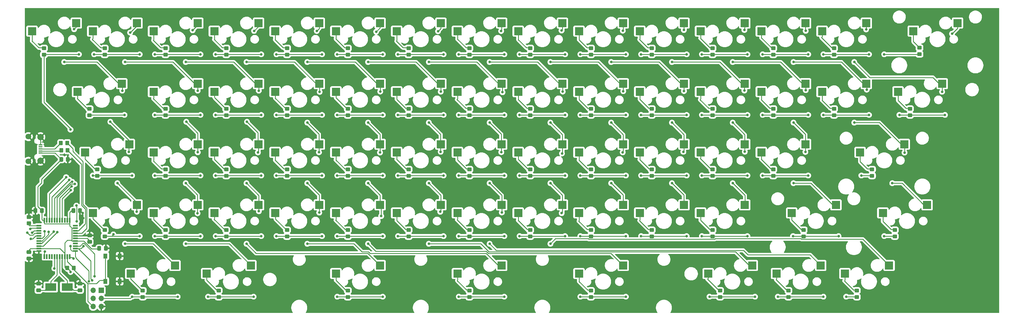
<source format=gbr>
G04 #@! TF.GenerationSoftware,KiCad,Pcbnew,(6.0.0)*
G04 #@! TF.CreationDate,2022-06-17T00:07:40-05:00*
G04 #@! TF.ProjectId,okeeb,6f6b6565-622e-46b6-9963-61645f706362,rev?*
G04 #@! TF.SameCoordinates,Original*
G04 #@! TF.FileFunction,Copper,L2,Bot*
G04 #@! TF.FilePolarity,Positive*
%FSLAX46Y46*%
G04 Gerber Fmt 4.6, Leading zero omitted, Abs format (unit mm)*
G04 Created by KiCad (PCBNEW (6.0.0)) date 2022-06-17 00:07:40*
%MOMM*%
%LPD*%
G01*
G04 APERTURE LIST*
G04 Aperture macros list*
%AMRoundRect*
0 Rectangle with rounded corners*
0 $1 Rounding radius*
0 $2 $3 $4 $5 $6 $7 $8 $9 X,Y pos of 4 corners*
0 Add a 4 corners polygon primitive as box body*
4,1,4,$2,$3,$4,$5,$6,$7,$8,$9,$2,$3,0*
0 Add four circle primitives for the rounded corners*
1,1,$1+$1,$2,$3*
1,1,$1+$1,$4,$5*
1,1,$1+$1,$6,$7*
1,1,$1+$1,$8,$9*
0 Add four rect primitives between the rounded corners*
20,1,$1+$1,$2,$3,$4,$5,0*
20,1,$1+$1,$4,$5,$6,$7,0*
20,1,$1+$1,$6,$7,$8,$9,0*
20,1,$1+$1,$8,$9,$2,$3,0*%
G04 Aperture macros list end*
G04 #@! TA.AperFunction,SMDPad,CuDef*
%ADD10R,2.550000X2.500000*%
G04 #@! TD*
G04 #@! TA.AperFunction,SMDPad,CuDef*
%ADD11RoundRect,0.250000X0.450000X-0.325000X0.450000X0.325000X-0.450000X0.325000X-0.450000X-0.325000X0*%
G04 #@! TD*
G04 #@! TA.AperFunction,SMDPad,CuDef*
%ADD12RoundRect,0.250000X-0.475000X0.337500X-0.475000X-0.337500X0.475000X-0.337500X0.475000X0.337500X0*%
G04 #@! TD*
G04 #@! TA.AperFunction,SMDPad,CuDef*
%ADD13RoundRect,0.250000X0.337500X0.475000X-0.337500X0.475000X-0.337500X-0.475000X0.337500X-0.475000X0*%
G04 #@! TD*
G04 #@! TA.AperFunction,SMDPad,CuDef*
%ADD14RoundRect,0.250000X-0.337500X-0.475000X0.337500X-0.475000X0.337500X0.475000X-0.337500X0.475000X0*%
G04 #@! TD*
G04 #@! TA.AperFunction,SMDPad,CuDef*
%ADD15RoundRect,0.250000X0.475000X-0.337500X0.475000X0.337500X-0.475000X0.337500X-0.475000X-0.337500X0*%
G04 #@! TD*
G04 #@! TA.AperFunction,SMDPad,CuDef*
%ADD16RoundRect,0.250000X0.350000X0.450000X-0.350000X0.450000X-0.350000X-0.450000X0.350000X-0.450000X0*%
G04 #@! TD*
G04 #@! TA.AperFunction,SMDPad,CuDef*
%ADD17RoundRect,0.250000X-0.450000X0.350000X-0.450000X-0.350000X0.450000X-0.350000X0.450000X0.350000X0*%
G04 #@! TD*
G04 #@! TA.AperFunction,SMDPad,CuDef*
%ADD18R,1.300000X1.550000*%
G04 #@! TD*
G04 #@! TA.AperFunction,SMDPad,CuDef*
%ADD19R,3.500000X2.400000*%
G04 #@! TD*
G04 #@! TA.AperFunction,SMDPad,CuDef*
%ADD20R,1.500000X0.550000*%
G04 #@! TD*
G04 #@! TA.AperFunction,SMDPad,CuDef*
%ADD21R,0.550000X1.500000*%
G04 #@! TD*
G04 #@! TA.AperFunction,ComponentPad*
%ADD22R,1.700000X1.700000*%
G04 #@! TD*
G04 #@! TA.AperFunction,ComponentPad*
%ADD23O,1.700000X1.700000*%
G04 #@! TD*
G04 #@! TA.AperFunction,SMDPad,CuDef*
%ADD24R,1.300000X0.450000*%
G04 #@! TD*
G04 #@! TA.AperFunction,ComponentPad*
%ADD25C,2.000000*%
G04 #@! TD*
G04 #@! TA.AperFunction,ComponentPad*
%ADD26C,1.800000*%
G04 #@! TD*
G04 #@! TA.AperFunction,ViaPad*
%ADD27C,0.800000*%
G04 #@! TD*
G04 #@! TA.AperFunction,Conductor*
%ADD28C,0.250000*%
G04 #@! TD*
G04 APERTURE END LIST*
D10*
X60126250Y-32520000D03*
X46276250Y-35060000D03*
X293488750Y-108720000D03*
X279638750Y-111260000D03*
X298251250Y-89670000D03*
X284401250Y-92210000D03*
X155376250Y-70620000D03*
X141526250Y-73160000D03*
X231576250Y-70620000D03*
X217726250Y-73160000D03*
X231576250Y-51570000D03*
X217726250Y-54110000D03*
X174426250Y-32520000D03*
X160576250Y-35060000D03*
X272057500Y-108720000D03*
X258207500Y-111260000D03*
X326826250Y-89670000D03*
X312976250Y-92210000D03*
X74413750Y-51570000D03*
X60563750Y-54110000D03*
X76795000Y-70620000D03*
X62945000Y-73160000D03*
X193476250Y-32520000D03*
X179626250Y-35060000D03*
X117276250Y-51570000D03*
X103426250Y-54110000D03*
X136326250Y-51570000D03*
X122476250Y-54110000D03*
X79176250Y-32520000D03*
X65326250Y-35060000D03*
X193476250Y-108720000D03*
X179626250Y-111260000D03*
X288726250Y-51570000D03*
X274876250Y-54110000D03*
X288726250Y-32520000D03*
X274876250Y-35060000D03*
X319682500Y-70620000D03*
X305832500Y-73160000D03*
X98226250Y-70620000D03*
X84376250Y-73160000D03*
X174426250Y-51570000D03*
X160576250Y-54110000D03*
X136326250Y-89670000D03*
X122476250Y-92210000D03*
X307776250Y-32520000D03*
X293926250Y-35060000D03*
X269676250Y-51570000D03*
X255826250Y-54110000D03*
X250626250Y-32520000D03*
X236776250Y-35060000D03*
X212526250Y-32520000D03*
X198676250Y-35060000D03*
X136326250Y-32520000D03*
X122476250Y-35060000D03*
X231576250Y-108720000D03*
X217726250Y-111260000D03*
X155376250Y-89670000D03*
X141526250Y-92210000D03*
X231576250Y-89670000D03*
X217726250Y-92210000D03*
X193476250Y-89670000D03*
X179626250Y-92210000D03*
X212526250Y-70620000D03*
X198676250Y-73160000D03*
X212526250Y-89670000D03*
X198676250Y-92210000D03*
X174426250Y-70620000D03*
X160576250Y-73160000D03*
X155376250Y-51570000D03*
X141526250Y-54110000D03*
X250626250Y-89670000D03*
X236776250Y-92210000D03*
X98226250Y-32520000D03*
X84376250Y-35060000D03*
X269676250Y-70620000D03*
X255826250Y-73160000D03*
X336375000Y-32510000D03*
X322525000Y-35050000D03*
X98226250Y-51570000D03*
X84376250Y-54110000D03*
X231576250Y-32520000D03*
X217726250Y-35060000D03*
X98226250Y-89670000D03*
X84376250Y-92210000D03*
X193476250Y-70620000D03*
X179626250Y-73160000D03*
X250626250Y-51570000D03*
X236776250Y-54110000D03*
X193476250Y-51570000D03*
X179626250Y-54110000D03*
X212526250Y-51570000D03*
X198676250Y-54110000D03*
X91082500Y-108720000D03*
X77232500Y-111260000D03*
X331588750Y-51570000D03*
X317738750Y-54110000D03*
X117276250Y-89670000D03*
X103426250Y-92210000D03*
X79176250Y-89670000D03*
X65326250Y-92210000D03*
X269676250Y-89670000D03*
X255826250Y-92210000D03*
X307776250Y-51570000D03*
X293926250Y-54110000D03*
X136326250Y-70620000D03*
X122476250Y-73160000D03*
X250626250Y-70620000D03*
X236776250Y-73160000D03*
X314920000Y-108720000D03*
X301070000Y-111260000D03*
X155376250Y-32520000D03*
X141526250Y-35060000D03*
X117276250Y-70620000D03*
X103426250Y-73160000D03*
X114895000Y-108720000D03*
X101045000Y-111260000D03*
X174426250Y-89670000D03*
X160576250Y-92210000D03*
X269676250Y-32520000D03*
X255826250Y-35060000D03*
X155376250Y-108720000D03*
X141526250Y-111260000D03*
X117276250Y-32520000D03*
X103426250Y-35060000D03*
X288726250Y-70620000D03*
X274876250Y-73160000D03*
D11*
X50016250Y-42435000D03*
X50016250Y-40385000D03*
D12*
X45320000Y-104482500D03*
X45320000Y-106557500D03*
D13*
X49382500Y-91520000D03*
X47307500Y-91520000D03*
D14*
X67332500Y-103360000D03*
X69407500Y-103360000D03*
X59257500Y-91520000D03*
X61332500Y-91520000D03*
D15*
X48320000Y-116532500D03*
X48320000Y-114457500D03*
X61320000Y-116532500D03*
X61320000Y-114457500D03*
X64330000Y-101317500D03*
X64330000Y-99242500D03*
D16*
X59345000Y-109520000D03*
X57345000Y-109520000D03*
D17*
X45320000Y-93495000D03*
X45320000Y-95495000D03*
D18*
X73750000Y-105775000D03*
X73750000Y-113725000D03*
X69250000Y-105775000D03*
X69250000Y-113725000D03*
D19*
X52120000Y-115520000D03*
X57320000Y-115520000D03*
D20*
X59820000Y-96220000D03*
X59820000Y-97020000D03*
X59820000Y-97820000D03*
X59820000Y-98620000D03*
X59820000Y-99420000D03*
X59820000Y-100220000D03*
X59820000Y-101020000D03*
X59820000Y-101820000D03*
X59820000Y-102620000D03*
X59820000Y-103420000D03*
X59820000Y-104220000D03*
D21*
X58120000Y-105920000D03*
X57320000Y-105920000D03*
X56520000Y-105920000D03*
X55720000Y-105920000D03*
X54920000Y-105920000D03*
X54120000Y-105920000D03*
X53320000Y-105920000D03*
X52520000Y-105920000D03*
X51720000Y-105920000D03*
X50920000Y-105920000D03*
X50120000Y-105920000D03*
D20*
X48420000Y-104220000D03*
X48420000Y-103420000D03*
X48420000Y-102620000D03*
X48420000Y-101820000D03*
X48420000Y-101020000D03*
X48420000Y-100220000D03*
X48420000Y-99420000D03*
X48420000Y-98620000D03*
X48420000Y-97820000D03*
X48420000Y-97020000D03*
X48420000Y-96220000D03*
D21*
X50120000Y-94520000D03*
X50920000Y-94520000D03*
X51720000Y-94520000D03*
X52520000Y-94520000D03*
X53320000Y-94520000D03*
X54120000Y-94520000D03*
X54920000Y-94520000D03*
X55720000Y-94520000D03*
X56520000Y-94520000D03*
X57320000Y-94520000D03*
X58120000Y-94520000D03*
D22*
X67985000Y-116565000D03*
D23*
X65445000Y-116565000D03*
X67985000Y-119105000D03*
X65445000Y-119105000D03*
X67985000Y-121645000D03*
X65445000Y-121645000D03*
D11*
X221466250Y-61485000D03*
X221466250Y-59435000D03*
X104785000Y-118635000D03*
X104785000Y-116585000D03*
X316716250Y-99585000D03*
X316716250Y-97535000D03*
X69066250Y-42435000D03*
X69066250Y-40385000D03*
X261947500Y-118635000D03*
X261947500Y-116585000D03*
X80972500Y-118635000D03*
X80972500Y-116585000D03*
D14*
X55435000Y-75356250D03*
X57510000Y-75356250D03*
D11*
X164316250Y-61485000D03*
X164316250Y-59435000D03*
X202416250Y-80535000D03*
X202416250Y-78485000D03*
X145266250Y-118635000D03*
X145266250Y-116585000D03*
X145266250Y-42435000D03*
X145266250Y-40385000D03*
X88116250Y-61485000D03*
X88116250Y-59435000D03*
X259566250Y-42435000D03*
X259566250Y-40385000D03*
X221466250Y-80535000D03*
X221466250Y-78485000D03*
X183366250Y-118635000D03*
X183366250Y-116585000D03*
X107166250Y-99585000D03*
X107166250Y-97535000D03*
X145266250Y-80535000D03*
X145266250Y-78485000D03*
X278616250Y-61485000D03*
X278616250Y-59435000D03*
X88116250Y-42435000D03*
X88116250Y-40385000D03*
X202416250Y-99585000D03*
X202416250Y-97535000D03*
X283378750Y-118635000D03*
X283378750Y-116585000D03*
X297666250Y-42435000D03*
X297666250Y-40385000D03*
X107166250Y-61485000D03*
X107166250Y-59435000D03*
X145266250Y-99585000D03*
X145266250Y-97535000D03*
D16*
X57420000Y-72550000D03*
X55420000Y-72550000D03*
D11*
X288141250Y-99585000D03*
X288141250Y-97535000D03*
X278616250Y-42435000D03*
X278616250Y-40385000D03*
X321478750Y-61485000D03*
X321478750Y-59435000D03*
X259566250Y-61485000D03*
X259566250Y-59435000D03*
X297666250Y-61485000D03*
X297666250Y-59435000D03*
X126216250Y-61485000D03*
X126216250Y-59435000D03*
X309572500Y-80535000D03*
X309572500Y-78485000D03*
X88116250Y-99585000D03*
X88116250Y-97535000D03*
X240516250Y-61485000D03*
X240516250Y-59435000D03*
X107166250Y-80535000D03*
X107166250Y-78485000D03*
X324460000Y-42312500D03*
X324460000Y-40262500D03*
X183366250Y-61485000D03*
X183366250Y-59435000D03*
X64303750Y-61485000D03*
X64303750Y-59435000D03*
X126216250Y-42435000D03*
X126216250Y-40385000D03*
D16*
X57320000Y-70210000D03*
X55320000Y-70210000D03*
D24*
X48970000Y-73390000D03*
X48970000Y-72740000D03*
X48970000Y-72090000D03*
X48970000Y-71440000D03*
X48970000Y-70790000D03*
D25*
X48920000Y-75815000D03*
D26*
X45120000Y-68215000D03*
D25*
X48920000Y-68365000D03*
D26*
X45120000Y-75965000D03*
D11*
X126216250Y-80535000D03*
X126216250Y-78485000D03*
X164316250Y-80535000D03*
X164316250Y-78485000D03*
X183366250Y-99585000D03*
X183366250Y-97535000D03*
X66685000Y-80535000D03*
X66685000Y-78485000D03*
X240516250Y-99585000D03*
X240516250Y-97535000D03*
X278616250Y-80535000D03*
X278616250Y-78485000D03*
X164316250Y-42435000D03*
X164316250Y-40385000D03*
X69066250Y-99585000D03*
X69066250Y-97535000D03*
X240516250Y-80535000D03*
X240516250Y-78485000D03*
X164316250Y-99585000D03*
X164316250Y-97535000D03*
X202416250Y-61485000D03*
X202416250Y-59435000D03*
X259566250Y-99585000D03*
X259566250Y-97535000D03*
X304810000Y-118635000D03*
X304810000Y-116585000D03*
X145266250Y-61485000D03*
X145266250Y-59435000D03*
X221466250Y-118635000D03*
X221466250Y-116585000D03*
X126216250Y-99585000D03*
X126216250Y-97535000D03*
X259566250Y-80535000D03*
X259566250Y-78485000D03*
X221466250Y-99585000D03*
X221466250Y-97535000D03*
X107166250Y-42435000D03*
X107166250Y-40385000D03*
X183366250Y-42435000D03*
X183366250Y-40385000D03*
X240516250Y-42435000D03*
X240516250Y-40385000D03*
X183366250Y-80535000D03*
X183366250Y-78485000D03*
X88116250Y-80535000D03*
X88116250Y-78485000D03*
X202416250Y-42435000D03*
X202416250Y-40385000D03*
X221466250Y-42435000D03*
X221466250Y-40385000D03*
D27*
X55170000Y-78640000D03*
X56100000Y-77890000D03*
X62160000Y-92270000D03*
X62277728Y-93833003D03*
X61960000Y-94730000D03*
X53900000Y-80330000D03*
X58350000Y-110790000D03*
X137166250Y-42350000D03*
X53270000Y-109660000D03*
X308616250Y-42350000D03*
X218136250Y-42350000D03*
X199086250Y-42350000D03*
X60966250Y-42350000D03*
X270516250Y-42350000D03*
X294336250Y-42350000D03*
X65736250Y-42350000D03*
X99066250Y-42350000D03*
X118116250Y-42350000D03*
X313386250Y-42350000D03*
X58340000Y-66020000D03*
X275286250Y-42350000D03*
X84786250Y-42350000D03*
X289566250Y-42350000D03*
X156216250Y-42350000D03*
X175266250Y-42350000D03*
X237186250Y-42350000D03*
X232416250Y-42350000D03*
X194316250Y-42350000D03*
X103836250Y-42350000D03*
X122886250Y-42350000D03*
X180036250Y-42350000D03*
X256236250Y-42350000D03*
X160986250Y-42350000D03*
X251466250Y-42350000D03*
X80016250Y-42350000D03*
X213366250Y-42350000D03*
X141936250Y-42350000D03*
X141936250Y-61400000D03*
X175266250Y-61400000D03*
X199086250Y-61400000D03*
X332428750Y-61400000D03*
X294336250Y-61400000D03*
X256236250Y-61400000D03*
X232416250Y-61400000D03*
X275286250Y-61400000D03*
X308616250Y-61400000D03*
X318148750Y-61400000D03*
X84786250Y-61400000D03*
X122886250Y-61400000D03*
X156216250Y-61400000D03*
X213366250Y-61400000D03*
X137166250Y-61400000D03*
X218136250Y-61400000D03*
X75253750Y-61400000D03*
X194316250Y-61400000D03*
X270516250Y-61400000D03*
X180036250Y-61400000D03*
X289566250Y-61400000D03*
X103836250Y-61400000D03*
X118116250Y-61400000D03*
X99066250Y-61400000D03*
X237186250Y-61400000D03*
X59260000Y-106510000D03*
X160986250Y-61400000D03*
X251466250Y-61400000D03*
X306242500Y-80450000D03*
X232416250Y-80450000D03*
X289566250Y-80450000D03*
X77635000Y-80450000D03*
X137166250Y-80450000D03*
X156216250Y-80450000D03*
X251466250Y-80450000D03*
X141936250Y-80450000D03*
X175266250Y-80450000D03*
X60192697Y-89910001D03*
X103836250Y-80450000D03*
X122886250Y-80450000D03*
X60300000Y-94850000D03*
X65344010Y-80450000D03*
X84786250Y-80450000D03*
X199086250Y-80450000D03*
X270516250Y-80450000D03*
X213366250Y-80450000D03*
X218136250Y-80450000D03*
X118116250Y-80450000D03*
X237186250Y-80450000D03*
X160986250Y-80450000D03*
X275286250Y-80450000D03*
X58374500Y-102620000D03*
X194316250Y-80450000D03*
X99066250Y-80450000D03*
X64080000Y-113740000D03*
X180036250Y-80450000D03*
X256236250Y-80450000D03*
X84786250Y-99500000D03*
X194316250Y-99500000D03*
X284811250Y-99500000D03*
X156216250Y-99500000D03*
X199086250Y-99500000D03*
X232416250Y-99500000D03*
X213366250Y-99500000D03*
X71780000Y-98960000D03*
X65140000Y-113420000D03*
X103836250Y-99500000D03*
X137166250Y-99500000D03*
X270516250Y-99500000D03*
X180036250Y-99500000D03*
X122886250Y-99500000D03*
X99066250Y-99500000D03*
X175266250Y-99500000D03*
X237186250Y-99500000D03*
X62400000Y-102650000D03*
X218136250Y-99500000D03*
X80016250Y-99500000D03*
X118116250Y-99500000D03*
X256236250Y-99500000D03*
X313386250Y-99500000D03*
X251466250Y-99500000D03*
X299091250Y-99500000D03*
X160986250Y-99500000D03*
X141936250Y-99500000D03*
X65898154Y-112134173D03*
X91922500Y-118550000D03*
X115735000Y-118550000D03*
X301480000Y-118550000D03*
X156216250Y-118550000D03*
X180036250Y-118550000D03*
X280048750Y-118550000D03*
X272897500Y-118550000D03*
X141936250Y-118550000D03*
X232416250Y-118550000D03*
X77642500Y-118550000D03*
X218136250Y-118550000D03*
X101455000Y-118550000D03*
X258617500Y-118550000D03*
X294328750Y-118550000D03*
X194316250Y-118550000D03*
X75416250Y-101910000D03*
X70818573Y-63555500D03*
X74560000Y-53770000D03*
X59480000Y-34450000D03*
X45740000Y-97250000D03*
X79120000Y-91820000D03*
X56366250Y-44760000D03*
X76660000Y-72990000D03*
X73035000Y-82860000D03*
X75416250Y-44760000D03*
X98220000Y-73140000D03*
X77020000Y-35520000D03*
X94466250Y-82860000D03*
X94624296Y-63555500D03*
X98200000Y-53760000D03*
X98160000Y-92320000D03*
X94466250Y-101910000D03*
X46280000Y-98420000D03*
X117350000Y-53780000D03*
X117380000Y-91670000D03*
X113658602Y-63555500D03*
X44810000Y-98390000D03*
X113516250Y-82860000D03*
X96620000Y-34790000D03*
X113516250Y-101910000D03*
X117090000Y-73190000D03*
X94466250Y-44760000D03*
X45916081Y-100350062D03*
X132566250Y-82860000D03*
X113516250Y-44760000D03*
X136220000Y-73130000D03*
X115870000Y-34980000D03*
X132566250Y-63810000D03*
X136440000Y-54150000D03*
X136310000Y-92110000D03*
X132566250Y-101910000D03*
X155350000Y-73230000D03*
X151616250Y-82860000D03*
X155430000Y-54050000D03*
X135530000Y-35000000D03*
X50190000Y-98030000D03*
X151616250Y-101910000D03*
X132566250Y-44760000D03*
X155720000Y-93210000D03*
X151616250Y-63810000D03*
X154140000Y-35240000D03*
X170666250Y-82860000D03*
X174400000Y-54070000D03*
X151616250Y-44760000D03*
X174370000Y-72990000D03*
X170666250Y-101910000D03*
X51520000Y-98190000D03*
X174230000Y-91840000D03*
X170666250Y-63810000D03*
X189716250Y-63810000D03*
X189716250Y-101910000D03*
X193540000Y-92070000D03*
X189716250Y-82860000D03*
X173540000Y-35090000D03*
X193750000Y-54250000D03*
X53070000Y-98060000D03*
X170666250Y-44760000D03*
X193370000Y-73100000D03*
X212400000Y-73510000D03*
X208766250Y-82860000D03*
X212290000Y-92280000D03*
X189716250Y-44760000D03*
X212630000Y-54040000D03*
X208766250Y-63810000D03*
X208766250Y-101910000D03*
X54220000Y-98220000D03*
X193320000Y-35010000D03*
X227816250Y-82860000D03*
X231420000Y-73150000D03*
X227816250Y-63810000D03*
X231600000Y-53930000D03*
X208766250Y-44760000D03*
X56970000Y-80960000D03*
X212260000Y-34870000D03*
X250440000Y-73000000D03*
X231460000Y-34910000D03*
X246866250Y-82860000D03*
X227816250Y-44760000D03*
X250630000Y-53890000D03*
X57940000Y-81830000D03*
X246866250Y-63810000D03*
X265916250Y-63810000D03*
X246866250Y-44760000D03*
X250600000Y-34700000D03*
X58860000Y-82398500D03*
X265916250Y-82860000D03*
X269700000Y-72950000D03*
X269570000Y-53730000D03*
X284966250Y-63810000D03*
X288690000Y-73030000D03*
X265916250Y-44760000D03*
X288790000Y-53610000D03*
X269570000Y-34680000D03*
X59664553Y-83123001D03*
X284966250Y-82860000D03*
X319770000Y-73240000D03*
X307920000Y-53450000D03*
X315922500Y-82860000D03*
X288780000Y-34960000D03*
X304016250Y-63810000D03*
X284966250Y-44760000D03*
X58693780Y-83847501D03*
X58440000Y-85040000D03*
X307730000Y-34510000D03*
X331540000Y-54100000D03*
X304016250Y-44760000D03*
X334650000Y-35880000D03*
X50310000Y-104360000D03*
D28*
X48920000Y-70740000D02*
X48920000Y-68365000D01*
X60620000Y-114470000D02*
X61320000Y-114470000D01*
X55720000Y-109570000D02*
X60620000Y-114470000D01*
X57320000Y-94520000D02*
X57320000Y-92520000D01*
X63948590Y-99255000D02*
X64330000Y-99255000D01*
X59820000Y-99420000D02*
X63783590Y-99420000D01*
X63783590Y-99420000D02*
X63948590Y-99255000D01*
X46020000Y-106545000D02*
X45320000Y-106545000D01*
X48420000Y-104745000D02*
X46620000Y-106545000D01*
X55720000Y-105920000D02*
X55720000Y-109570000D01*
X46620000Y-106545000D02*
X46020000Y-106545000D01*
X48420000Y-104220000D02*
X48420000Y-104745000D01*
X48970000Y-70790000D02*
X48920000Y-70740000D01*
X50920000Y-94520000D02*
X50920000Y-90040000D01*
X48420000Y-103420000D02*
X55020000Y-103420000D01*
X53481250Y-73390000D02*
X55447500Y-75356250D01*
X45820000Y-103420000D02*
X45320000Y-103920000D01*
X48070489Y-83919511D02*
X48070489Y-90220489D01*
X50195001Y-95595001D02*
X58044999Y-95595001D01*
X55447500Y-75356250D02*
X49245000Y-81558750D01*
X58120000Y-94520000D02*
X58120000Y-96320000D01*
X48420000Y-103420000D02*
X45820000Y-103420000D01*
X58695000Y-91520000D02*
X59270000Y-91520000D01*
X58820000Y-101020000D02*
X59820000Y-101020000D01*
X58120000Y-92095000D02*
X58695000Y-91520000D01*
X58744999Y-100944999D02*
X58820000Y-101020000D01*
X49245000Y-81558750D02*
X49245000Y-82745000D01*
X48970000Y-73390000D02*
X53481250Y-73390000D01*
X58820000Y-97020000D02*
X59820000Y-97020000D01*
X59820000Y-101020000D02*
X62457507Y-101020000D01*
X49370000Y-94295000D02*
X49595000Y-94520000D01*
X50120000Y-94520000D02*
X50120000Y-95520000D01*
X49595000Y-94520000D02*
X50120000Y-94520000D01*
X58120000Y-94520000D02*
X58120000Y-92095000D01*
X62457507Y-101020000D02*
X64962507Y-103525000D01*
X49245000Y-82745000D02*
X48070489Y-83919511D01*
X58120000Y-96320000D02*
X58820000Y-97020000D01*
X55020000Y-103420000D02*
X56520000Y-104920000D01*
X56745000Y-109520000D02*
X57320000Y-109520000D01*
X64962507Y-103525000D02*
X67370000Y-103525000D01*
X45320000Y-103920000D02*
X45320000Y-104495000D01*
X58615499Y-100815499D02*
X58820000Y-101020000D01*
X57349901Y-100815499D02*
X58615499Y-100815499D01*
X58744999Y-97095001D02*
X58744999Y-100944999D01*
X58350000Y-110550000D02*
X57320000Y-109520000D01*
X56520000Y-105920000D02*
X56520000Y-101645400D01*
X58350000Y-110790000D02*
X58350000Y-110550000D01*
X56520000Y-109295000D02*
X56745000Y-109520000D01*
X58044999Y-95595001D02*
X58120000Y-95520000D01*
X56520000Y-104920000D02*
X56520000Y-105920000D01*
X56520000Y-105920000D02*
X56520000Y-109295000D01*
X48070489Y-90220489D02*
X49370000Y-91520000D01*
X56520000Y-101645400D02*
X57349901Y-100815499D01*
X58120000Y-95520000D02*
X58120000Y-94520000D01*
X58820000Y-97020000D02*
X58744999Y-97095001D01*
X49370000Y-91520000D02*
X49370000Y-94295000D01*
X50120000Y-95520000D02*
X50195001Y-95595001D01*
X54120000Y-105920000D02*
X54120000Y-111720000D01*
X50320000Y-116520000D02*
X48320000Y-116520000D01*
X52120000Y-115520000D02*
X51320000Y-115520000D01*
X52120000Y-113720000D02*
X52120000Y-115520000D01*
X51320000Y-115520000D02*
X50320000Y-116520000D01*
X54120000Y-111720000D02*
X52120000Y-113720000D01*
X54920000Y-111120000D02*
X57320000Y-113520000D01*
X57320000Y-115520000D02*
X58320000Y-115520000D01*
X54920000Y-105920000D02*
X54920000Y-111120000D01*
X59320000Y-116520000D02*
X61320000Y-116520000D01*
X57320000Y-113520000D02*
X57320000Y-115520000D01*
X58320000Y-115520000D02*
X59320000Y-116520000D01*
X63620000Y-100220000D02*
X64330000Y-100930000D01*
X59820000Y-100220000D02*
X63620000Y-100220000D01*
X64330000Y-100930000D02*
X64330000Y-101305000D01*
X53415000Y-72090000D02*
X55295000Y-70210000D01*
X48970000Y-72090000D02*
X53415000Y-72090000D01*
X55138750Y-72806250D02*
X55395000Y-72550000D01*
X48970000Y-72740000D02*
X49036250Y-72806250D01*
X49036250Y-72806250D02*
X55138750Y-72806250D01*
X63451739Y-90748261D02*
X62270000Y-89566522D01*
X61890000Y-98620000D02*
X63451739Y-97058261D01*
X62270000Y-89566522D02*
X62270000Y-76050000D01*
X59820000Y-98620000D02*
X61890000Y-98620000D01*
X62270000Y-76050000D02*
X59100000Y-72880000D01*
X59100000Y-72880000D02*
X59100000Y-71965000D01*
X63451739Y-97058261D02*
X63451739Y-90748261D01*
X59100000Y-71965000D02*
X57345000Y-70210000D01*
X61820490Y-89752716D02*
X63002228Y-90934454D01*
X63002228Y-95637772D02*
X60820000Y-97820000D01*
X60820000Y-97820000D02*
X59820000Y-97820000D01*
X61820489Y-76925489D02*
X61820490Y-89752716D01*
X63002228Y-90934454D02*
X63002228Y-95637772D01*
X57445000Y-72550000D02*
X61820489Y-76925489D01*
X45320000Y-96095000D02*
X45320000Y-95520000D01*
X45445000Y-96220000D02*
X45320000Y-96095000D01*
X48420000Y-96220000D02*
X45445000Y-96220000D01*
X63779901Y-119979901D02*
X63779901Y-114464501D01*
X69250000Y-113725000D02*
X68955000Y-113430000D01*
X67370000Y-113520000D02*
X66425499Y-114464501D01*
X57320000Y-107470000D02*
X59370000Y-109520000D01*
X65445000Y-121645000D02*
X63779901Y-119979901D01*
X66425499Y-114464501D02*
X63779901Y-114464501D01*
X63779901Y-114464501D02*
X59370000Y-110054600D01*
X69250000Y-105775000D02*
X69250000Y-113725000D01*
X68955000Y-113430000D02*
X67550000Y-113430000D01*
X57320000Y-105920000D02*
X57320000Y-107470000D01*
X59370000Y-110054600D02*
X59370000Y-109520000D01*
X180036250Y-42350000D02*
X194316250Y-42350000D01*
X294336250Y-42350000D02*
X308616250Y-42350000D01*
X324422500Y-42350000D02*
X324460000Y-42312500D01*
X122886250Y-42350000D02*
X137166250Y-42350000D01*
X60966250Y-42350000D02*
X50101250Y-42350000D01*
X50101250Y-42350000D02*
X50016250Y-42435000D01*
X53270000Y-109660000D02*
X53320000Y-109610000D01*
X237186250Y-42350000D02*
X251466250Y-42350000D01*
X50016250Y-42435000D02*
X50016250Y-57416250D01*
X275286250Y-42350000D02*
X289566250Y-42350000D01*
X199086250Y-42350000D02*
X213366250Y-42350000D01*
X57960000Y-65360000D02*
X58340000Y-65740000D01*
X50016250Y-57416250D02*
X57960000Y-65360000D01*
X58340000Y-65740000D02*
X58340000Y-66020000D01*
X53320000Y-109610000D02*
X53320000Y-105920000D01*
X313386250Y-42350000D02*
X324422500Y-42350000D01*
X141936250Y-42350000D02*
X156216250Y-42350000D01*
X84786250Y-42350000D02*
X99066250Y-42350000D01*
X256236250Y-42350000D02*
X270516250Y-42350000D01*
X160986250Y-42350000D02*
X175266250Y-42350000D01*
X218136250Y-42350000D02*
X232416250Y-42350000D01*
X103836250Y-42350000D02*
X118116250Y-42350000D01*
X65736250Y-42350000D02*
X80016250Y-42350000D01*
X294336250Y-61400000D02*
X308616250Y-61400000D01*
X160986250Y-61400000D02*
X175266250Y-61400000D01*
X64388750Y-61400000D02*
X75253750Y-61400000D01*
X84786250Y-61400000D02*
X99066250Y-61400000D01*
X318148750Y-61400000D02*
X332428750Y-61400000D01*
X59260000Y-106510000D02*
X58925000Y-106175000D01*
X199086250Y-61400000D02*
X213366250Y-61400000D01*
X141936250Y-61400000D02*
X156216250Y-61400000D01*
X64303750Y-61485000D02*
X64388750Y-61400000D01*
X218136250Y-61400000D02*
X232416250Y-61400000D01*
X275286250Y-61400000D02*
X289566250Y-61400000D01*
X103836250Y-61400000D02*
X118116250Y-61400000D01*
X58925000Y-106175000D02*
X58375000Y-106175000D01*
X256236250Y-61400000D02*
X270516250Y-61400000D01*
X237186250Y-61400000D02*
X251466250Y-61400000D01*
X122886250Y-61400000D02*
X137166250Y-61400000D01*
X180036250Y-61400000D02*
X194316250Y-61400000D01*
X58120000Y-105920000D02*
X58375000Y-106175000D01*
X58374500Y-103774500D02*
X58374500Y-102620000D01*
X141936250Y-80450000D02*
X156216250Y-80450000D01*
X306242500Y-80450000D02*
X309487500Y-80450000D01*
X84786250Y-80450000D02*
X99066250Y-80450000D01*
X60300000Y-90017304D02*
X60192697Y-89910001D01*
X256236250Y-80450000D02*
X270516250Y-80450000D01*
X309487500Y-80450000D02*
X309572500Y-80535000D01*
X58820000Y-104220000D02*
X58374500Y-103774500D01*
X60004501Y-106404501D02*
X64080000Y-110480000D01*
X60300000Y-94850000D02*
X60300000Y-90017304D01*
X59820000Y-104220000D02*
X58820000Y-104220000D01*
X122886250Y-80450000D02*
X137166250Y-80450000D01*
X180036250Y-80450000D02*
X194316250Y-80450000D01*
X59820000Y-105925400D02*
X60004501Y-106109901D01*
X59820000Y-104220000D02*
X59820000Y-105925400D01*
X199086250Y-80450000D02*
X213366250Y-80450000D01*
X160986250Y-80450000D02*
X175266250Y-80450000D01*
X218136250Y-80450000D02*
X232416250Y-80450000D01*
X237186250Y-80450000D02*
X251466250Y-80450000D01*
X275286250Y-80450000D02*
X289566250Y-80450000D01*
X77635000Y-80450000D02*
X65344010Y-80450000D01*
X64080000Y-110480000D02*
X64080000Y-113740000D01*
X103836250Y-80450000D02*
X118116250Y-80450000D01*
X60004501Y-106109901D02*
X60004501Y-106404501D01*
X60820000Y-103420000D02*
X61630000Y-103420000D01*
X71780000Y-98960000D02*
X71340000Y-99400000D01*
X60820000Y-103420000D02*
X59820000Y-103420000D01*
X71340000Y-99400000D02*
X71340000Y-99500000D01*
X284811250Y-99500000D02*
X299091250Y-99500000D01*
X218136250Y-99500000D02*
X232416250Y-99500000D01*
X122886250Y-99500000D02*
X137166250Y-99500000D01*
X141936250Y-99500000D02*
X156216250Y-99500000D01*
X64690000Y-107290000D02*
X60820000Y-103420000D01*
X65140000Y-113420000D02*
X64690000Y-112970000D01*
X313386250Y-99500000D02*
X316631250Y-99500000D01*
X80016250Y-99500000D02*
X71340000Y-99500000D01*
X199086250Y-99500000D02*
X213366250Y-99500000D01*
X180036250Y-99500000D02*
X194316250Y-99500000D01*
X64690000Y-112970000D02*
X64690000Y-107290000D01*
X103836250Y-99500000D02*
X118116250Y-99500000D01*
X84786250Y-99500000D02*
X99066250Y-99500000D01*
X237186250Y-99500000D02*
X251466250Y-99500000D01*
X69151250Y-99500000D02*
X69066250Y-99585000D01*
X160986250Y-99500000D02*
X175266250Y-99500000D01*
X61630000Y-103420000D02*
X62400000Y-102650000D01*
X71340000Y-99500000D02*
X69151250Y-99500000D01*
X316631250Y-99500000D02*
X316716250Y-99585000D01*
X256236250Y-99500000D02*
X270516250Y-99500000D01*
X258617500Y-118550000D02*
X272897500Y-118550000D01*
X301480000Y-118550000D02*
X304725000Y-118550000D01*
X101455000Y-118550000D02*
X115735000Y-118550000D01*
X59820000Y-102620000D02*
X61405400Y-102620000D01*
X141936250Y-118550000D02*
X156216250Y-118550000D01*
X77642500Y-118550000D02*
X91922500Y-118550000D01*
X62269901Y-101755499D02*
X62557302Y-101755499D01*
X304725000Y-118550000D02*
X304810000Y-118635000D01*
X67985000Y-119105000D02*
X77087500Y-119105000D01*
X280048750Y-118550000D02*
X294328750Y-118550000D01*
X61405400Y-102620000D02*
X62269901Y-101755499D01*
X77087500Y-119105000D02*
X77642500Y-118550000D01*
X62557302Y-101755499D02*
X65898154Y-105096351D01*
X65898154Y-105096351D02*
X65898154Y-112134173D01*
X180036250Y-118550000D02*
X194316250Y-118550000D01*
X218136250Y-118550000D02*
X232416250Y-118550000D01*
X74560000Y-52709210D02*
X74560000Y-53770000D01*
X84272500Y-101910000D02*
X91082500Y-108720000D01*
X66610790Y-44760000D02*
X74560000Y-52709210D01*
X76660000Y-69396927D02*
X76660000Y-72990000D01*
X70818573Y-63555500D02*
X76660000Y-69396927D01*
X75416250Y-101910000D02*
X84272500Y-101910000D01*
X60126250Y-32520000D02*
X60126250Y-33803750D01*
X48420000Y-97020000D02*
X45970000Y-97020000D01*
X56366250Y-44760000D02*
X66610790Y-44760000D01*
X79120000Y-88945000D02*
X79120000Y-91820000D01*
X60126250Y-33803750D02*
X59480000Y-34450000D01*
X73035000Y-82860000D02*
X79120000Y-88945000D01*
X45970000Y-97020000D02*
X45740000Y-97250000D01*
X46880000Y-97820000D02*
X46280000Y-98420000D01*
X48420000Y-97820000D02*
X46880000Y-97820000D01*
X98220000Y-67151204D02*
X98220000Y-73140000D01*
X94624296Y-63555500D02*
X98220000Y-67151204D01*
X108085000Y-101910000D02*
X114895000Y-108720000D01*
X98200000Y-52536710D02*
X98200000Y-53760000D01*
X94466250Y-82860000D02*
X98160000Y-86553750D01*
X75416250Y-44760000D02*
X90423290Y-44760000D01*
X94466250Y-101910000D02*
X108085000Y-101910000D01*
X77020000Y-35520000D02*
X79176250Y-33363750D01*
X90423290Y-44760000D02*
X98200000Y-52536710D01*
X98160000Y-86553750D02*
X98160000Y-92320000D01*
X79176250Y-33363750D02*
X79176250Y-32520000D01*
X117090000Y-70433750D02*
X117276250Y-70620000D01*
X94466250Y-44760000D02*
X109473290Y-44760000D01*
X117350000Y-52636710D02*
X117350000Y-53780000D01*
X117380000Y-86723750D02*
X117380000Y-91670000D01*
X109473290Y-44760000D02*
X117350000Y-52636710D01*
X117276250Y-73003750D02*
X117090000Y-73190000D01*
X98226250Y-33183750D02*
X96620000Y-34790000D01*
X113516250Y-101910000D02*
X116506250Y-104900000D01*
X46580099Y-99144501D02*
X45564501Y-99144501D01*
X113658602Y-63555500D02*
X117090000Y-66986898D01*
X116506250Y-104900000D02*
X151556250Y-104900000D01*
X151556250Y-104900000D02*
X155376250Y-108720000D01*
X98226250Y-32520000D02*
X98226250Y-33183750D01*
X47104600Y-98620000D02*
X46580099Y-99144501D01*
X117276250Y-70620000D02*
X117276250Y-73003750D01*
X117090000Y-66986898D02*
X117090000Y-70433750D01*
X48420000Y-98620000D02*
X47104600Y-98620000D01*
X113516250Y-82860000D02*
X117380000Y-86723750D01*
X45564501Y-99144501D02*
X44810000Y-98390000D01*
X47420000Y-99420000D02*
X46489938Y-100350062D01*
X188673290Y-104910000D02*
X192483290Y-108720000D01*
X113516250Y-44760000D02*
X128523290Y-44760000D01*
X151742444Y-104450490D02*
X152201954Y-104910000D01*
X136440000Y-52676710D02*
X136440000Y-54150000D01*
X128523290Y-44760000D02*
X136440000Y-52676710D01*
X117276250Y-32520000D02*
X117276250Y-33573750D01*
X46489938Y-100350062D02*
X45916081Y-100350062D01*
X136220000Y-67463750D02*
X136220000Y-73130000D01*
X147180000Y-101910000D02*
X149720489Y-104450489D01*
X117276250Y-33573750D02*
X115870000Y-34980000D01*
X149720489Y-104450489D02*
X151742444Y-104450490D01*
X48420000Y-99420000D02*
X47420000Y-99420000D01*
X132566250Y-82860000D02*
X136310000Y-86603750D01*
X152201954Y-104910000D02*
X188673290Y-104910000D01*
X192483290Y-108720000D02*
X193476250Y-108720000D01*
X132566250Y-63810000D02*
X136220000Y-67463750D01*
X132566250Y-101910000D02*
X147180000Y-101910000D01*
X136310000Y-86603750D02*
X136310000Y-92110000D01*
X227772729Y-104916479D02*
X231576250Y-108720000D01*
X155720000Y-90013750D02*
X155720000Y-93210000D01*
X153985761Y-104279511D02*
X188678505Y-104279511D01*
X155376250Y-86620000D02*
X151616250Y-82860000D01*
X48420000Y-100220000D02*
X49420000Y-100220000D01*
X50190000Y-99450000D02*
X50190000Y-98030000D01*
X151616250Y-63810000D02*
X155350000Y-67543750D01*
X155376250Y-89670000D02*
X155720000Y-90013750D01*
X136326250Y-34203750D02*
X135530000Y-35000000D01*
X155430000Y-52616710D02*
X155430000Y-54050000D01*
X147573290Y-44760000D02*
X155430000Y-52616710D01*
X155376250Y-89670000D02*
X155376250Y-86620000D01*
X136326250Y-32520000D02*
X136326250Y-34203750D01*
X49420000Y-100220000D02*
X50190000Y-99450000D01*
X155350000Y-67543750D02*
X155350000Y-73230000D01*
X151616250Y-101910000D02*
X153985761Y-104279511D01*
X188678505Y-104279511D02*
X189315473Y-104916479D01*
X132566250Y-44760000D02*
X147573290Y-44760000D01*
X189315473Y-104916479D02*
X227772729Y-104916479D01*
X170666250Y-101910000D02*
X186944698Y-101910000D01*
X170666250Y-63810000D02*
X174370000Y-67513750D01*
X51520000Y-98920000D02*
X51520000Y-98190000D01*
X189484698Y-104450000D02*
X266794540Y-104450000D01*
X151616250Y-44760000D02*
X166623290Y-44760000D01*
X174426250Y-91643750D02*
X174230000Y-91840000D01*
X174400000Y-52536710D02*
X174400000Y-54070000D01*
X174426250Y-86620000D02*
X174426250Y-91643750D01*
X186944698Y-101910000D02*
X189484698Y-104450000D01*
X155376250Y-34003750D02*
X154140000Y-35240000D01*
X266794540Y-104450000D02*
X271064540Y-108720000D01*
X49420000Y-101020000D02*
X51520000Y-98920000D01*
X166623290Y-44760000D02*
X174400000Y-52536710D01*
X155376250Y-32520000D02*
X155376250Y-34003750D01*
X48420000Y-101020000D02*
X49420000Y-101020000D01*
X174370000Y-67513750D02*
X174370000Y-72990000D01*
X170666250Y-82860000D02*
X174426250Y-86620000D01*
X271064540Y-108720000D02*
X272057500Y-108720000D01*
X189716250Y-82860000D02*
X193540000Y-86683750D01*
X189716250Y-101910000D02*
X191806739Y-104000489D01*
X170666250Y-44760000D02*
X185673290Y-44760000D01*
X193370000Y-67463750D02*
X193370000Y-73100000D01*
X189716250Y-63810000D02*
X193370000Y-67463750D01*
X193540000Y-86683750D02*
X193540000Y-92070000D01*
X269287173Y-104000489D02*
X270656194Y-105369510D01*
X270656194Y-105369510D02*
X290138260Y-105369510D01*
X49310000Y-101820000D02*
X53070000Y-98060000D01*
X174426250Y-32520000D02*
X174426250Y-34203750D01*
X191806739Y-104000489D02*
X269287173Y-104000489D01*
X185673290Y-44760000D02*
X193750000Y-52836710D01*
X193750000Y-52836710D02*
X193750000Y-54250000D01*
X48420000Y-101820000D02*
X49310000Y-101820000D01*
X290138260Y-105369510D02*
X293488750Y-108720000D01*
X174426250Y-34203750D02*
X173540000Y-35090000D01*
X193476250Y-32520000D02*
X193476250Y-34853750D01*
X48420000Y-102620000D02*
X49820000Y-102620000D01*
X208766250Y-82860000D02*
X212526250Y-86620000D01*
X212630000Y-52666710D02*
X212630000Y-54040000D01*
X208766250Y-101910000D02*
X210356250Y-100320000D01*
X193476250Y-34853750D02*
X193320000Y-35010000D01*
X306684520Y-100484520D02*
X314960000Y-108760000D01*
X212526250Y-67570000D02*
X212526250Y-73383750D01*
X287453277Y-100484520D02*
X306684520Y-100484520D01*
X287288757Y-100320000D02*
X287453277Y-100484520D01*
X220778277Y-100484520D02*
X260254223Y-100484520D01*
X260418743Y-100320000D02*
X287288757Y-100320000D01*
X212526250Y-92043750D02*
X212290000Y-92280000D01*
X212526250Y-73383750D02*
X212400000Y-73510000D01*
X210356250Y-100320000D02*
X220613757Y-100320000D01*
X49820000Y-102620000D02*
X54220000Y-98220000D01*
X204723290Y-44760000D02*
X212630000Y-52666710D01*
X189716250Y-44760000D02*
X204723290Y-44760000D01*
X208766250Y-63810000D02*
X212526250Y-67570000D01*
X220613757Y-100320000D02*
X220778277Y-100484520D01*
X260254223Y-100484520D02*
X260418743Y-100320000D01*
X212526250Y-86620000D02*
X212526250Y-92043750D01*
X227816250Y-63810000D02*
X231576250Y-67570000D01*
X212526250Y-32520000D02*
X212526250Y-34603750D01*
X227816250Y-82860000D02*
X231530000Y-86573750D01*
X51720000Y-94520000D02*
X51720000Y-86210000D01*
X231530000Y-89623750D02*
X231576250Y-89670000D01*
X212526250Y-34603750D02*
X212260000Y-34870000D01*
X223773290Y-44760000D02*
X231600000Y-52586710D01*
X231576250Y-72993750D02*
X231420000Y-73150000D01*
X208766250Y-44760000D02*
X223773290Y-44760000D01*
X231600000Y-52586710D02*
X231600000Y-53930000D01*
X51720000Y-86210000D02*
X56970000Y-80960000D01*
X231576250Y-67570000D02*
X231576250Y-72993750D01*
X231530000Y-86573750D02*
X231530000Y-89623750D01*
X231576250Y-32520000D02*
X231576250Y-34793750D01*
X250630000Y-52566710D02*
X250630000Y-53890000D01*
X250626250Y-67570000D02*
X250626250Y-72813750D01*
X246866250Y-63810000D02*
X250626250Y-67570000D01*
X250590000Y-89633750D02*
X250626250Y-89670000D01*
X250626250Y-72813750D02*
X250440000Y-73000000D01*
X52520000Y-94520000D02*
X52520000Y-87250000D01*
X242823290Y-44760000D02*
X250630000Y-52566710D01*
X250590000Y-86583750D02*
X250590000Y-89633750D01*
X231576250Y-34793750D02*
X231460000Y-34910000D01*
X246866250Y-82860000D02*
X250590000Y-86583750D01*
X227816250Y-44760000D02*
X242823290Y-44760000D01*
X52520000Y-87250000D02*
X57940000Y-81830000D01*
X53320000Y-94520000D02*
X53320000Y-87560977D01*
X261873290Y-44760000D02*
X269570000Y-52456710D01*
X53320000Y-87560977D02*
X58482477Y-82398500D01*
X58482477Y-82398500D02*
X58860000Y-82398500D01*
X250626250Y-32520000D02*
X250626250Y-34673750D01*
X265916250Y-82860000D02*
X269750000Y-86693750D01*
X269750000Y-86693750D02*
X269750000Y-89596250D01*
X269750000Y-89596250D02*
X269676250Y-89670000D01*
X269570000Y-52456710D02*
X269570000Y-53730000D01*
X265916250Y-63810000D02*
X269700000Y-67593750D01*
X250626250Y-34673750D02*
X250600000Y-34700000D01*
X246866250Y-44760000D02*
X261873290Y-44760000D01*
X269700000Y-67593750D02*
X269700000Y-72950000D01*
X297258290Y-89670000D02*
X298251250Y-89670000D01*
X288790000Y-52626710D02*
X288790000Y-53610000D01*
X269676250Y-34573750D02*
X269570000Y-34680000D01*
X288690000Y-67533750D02*
X288690000Y-73030000D01*
X54120000Y-94520000D02*
X54120000Y-87396681D01*
X280923290Y-44760000D02*
X288790000Y-52626710D01*
X284966250Y-63810000D02*
X288690000Y-67533750D01*
X54120000Y-87396681D02*
X58393681Y-83123000D01*
X58393681Y-83123000D02*
X59664553Y-83123001D01*
X290448290Y-82860000D02*
X297258290Y-89670000D01*
X265916250Y-44760000D02*
X280923290Y-44760000D01*
X284966250Y-82860000D02*
X290448290Y-82860000D01*
X269676250Y-32520000D02*
X269676250Y-34573750D01*
X325833290Y-89670000D02*
X326826250Y-89670000D01*
X288726250Y-34906250D02*
X288780000Y-34960000D01*
X58607899Y-83847501D02*
X58693780Y-83847501D01*
X288726250Y-32520000D02*
X288726250Y-34906250D01*
X307920000Y-52706710D02*
X307920000Y-53450000D01*
X319770000Y-71700460D02*
X319770000Y-73240000D01*
X311879540Y-63810000D02*
X319770000Y-71700460D01*
X299973290Y-44760000D02*
X307920000Y-52706710D01*
X304016250Y-63810000D02*
X311879540Y-63810000D01*
X319023290Y-82860000D02*
X325833290Y-89670000D01*
X315922500Y-82860000D02*
X319023290Y-82860000D01*
X54920000Y-87535400D02*
X58607899Y-83847501D01*
X54920000Y-94520000D02*
X54920000Y-87535400D01*
X284966250Y-44760000D02*
X299973290Y-44760000D01*
X55720000Y-94520000D02*
X55720000Y-87760000D01*
X304016250Y-44760000D02*
X308876729Y-49620479D01*
X307776250Y-32520000D02*
X307776250Y-34463750D01*
X55720000Y-87760000D02*
X58440000Y-85040000D01*
X308876729Y-49620479D02*
X328646269Y-49620479D01*
X307776250Y-34463750D02*
X307730000Y-34510000D01*
X331540000Y-52514210D02*
X331540000Y-54100000D01*
X328646269Y-49620479D02*
X331540000Y-52514210D01*
X336375000Y-34155000D02*
X334650000Y-35880000D01*
X336375000Y-32510000D02*
X336375000Y-34155000D01*
X50120000Y-105920000D02*
X50120000Y-104550000D01*
X50120000Y-104550000D02*
X50310000Y-104360000D01*
X48420000Y-40290000D02*
X49986250Y-40290000D01*
X46276250Y-35060000D02*
X46276250Y-38053750D01*
X46230000Y-38100000D02*
X48420000Y-40290000D01*
X46276250Y-38053750D02*
X46230000Y-38100000D01*
X65326250Y-35060000D02*
X65326250Y-37363750D01*
X67800000Y-40290000D02*
X69036250Y-40290000D01*
X65326250Y-37363750D02*
X65100000Y-37590000D01*
X65100000Y-37590000D02*
X67800000Y-40290000D01*
X84376250Y-35060000D02*
X84376250Y-37803750D01*
X84376250Y-37803750D02*
X84260000Y-37920000D01*
X84260000Y-37920000D02*
X86630000Y-40290000D01*
X86630000Y-40290000D02*
X88086250Y-40290000D01*
X105960000Y-40290000D02*
X107136250Y-40290000D01*
X103426250Y-35060000D02*
X103426250Y-37583750D01*
X103340000Y-37670000D02*
X105960000Y-40290000D01*
X103426250Y-37583750D02*
X103340000Y-37670000D01*
X124990000Y-40290000D02*
X126186250Y-40290000D01*
X122476250Y-37663750D02*
X122476250Y-35060000D01*
X122420000Y-37720000D02*
X122476250Y-37663750D01*
X122420000Y-37720000D02*
X124990000Y-40290000D01*
X141480000Y-37470000D02*
X144300000Y-40290000D01*
X144300000Y-40290000D02*
X145236250Y-40290000D01*
X141526250Y-37423750D02*
X141480000Y-37470000D01*
X141526250Y-35060000D02*
X141526250Y-37423750D01*
X160480000Y-38180000D02*
X162590000Y-40290000D01*
X160576250Y-38083750D02*
X160480000Y-38180000D01*
X162590000Y-40290000D02*
X164286250Y-40290000D01*
X160576250Y-35060000D02*
X160576250Y-38083750D01*
X179626250Y-37473750D02*
X179580000Y-37520000D01*
X179626250Y-35060000D02*
X179626250Y-37473750D01*
X179580000Y-37520000D02*
X182350000Y-40290000D01*
X182350000Y-40290000D02*
X183336250Y-40290000D01*
X198670000Y-37690000D02*
X201270000Y-40290000D01*
X201270000Y-40290000D02*
X202386250Y-40290000D01*
X198676250Y-35060000D02*
X198676250Y-37683750D01*
X198676250Y-37683750D02*
X198670000Y-37690000D01*
X217726250Y-37786250D02*
X220230000Y-40290000D01*
X220230000Y-40290000D02*
X221436250Y-40290000D01*
X217726250Y-35060000D02*
X217726250Y-37786250D01*
X239270000Y-40290000D02*
X240486250Y-40290000D01*
X236776250Y-35060000D02*
X236776250Y-37523750D01*
X236776250Y-37523750D02*
X236640000Y-37660000D01*
X236640000Y-37660000D02*
X239270000Y-40290000D01*
X255826250Y-35060000D02*
X255826250Y-37203750D01*
X255826250Y-37203750D02*
X255760000Y-37270000D01*
X258780000Y-40290000D02*
X259536250Y-40290000D01*
X255760000Y-37270000D02*
X258780000Y-40290000D01*
X274876250Y-37063750D02*
X274840000Y-37100000D01*
X274840000Y-37100000D02*
X278030000Y-40290000D01*
X274876250Y-35060000D02*
X274876250Y-37063750D01*
X278030000Y-40290000D02*
X278586250Y-40290000D01*
X293700000Y-37050000D02*
X296940000Y-40290000D01*
X296940000Y-40290000D02*
X297636250Y-40290000D01*
X293926250Y-36823750D02*
X293700000Y-37050000D01*
X293926250Y-35060000D02*
X293926250Y-36823750D01*
X322525000Y-38327500D02*
X322525000Y-35050000D01*
X324460000Y-40262500D02*
X322525000Y-38327500D01*
X60563750Y-56126250D02*
X60430000Y-56260000D01*
X60430000Y-56260000D02*
X63510000Y-59340000D01*
X63510000Y-59340000D02*
X64273750Y-59340000D01*
X60563750Y-54110000D02*
X60563750Y-56126250D01*
X84376250Y-56143750D02*
X84270000Y-56250000D01*
X87360000Y-59340000D02*
X88086250Y-59340000D01*
X84376250Y-54110000D02*
X84376250Y-56143750D01*
X84270000Y-56250000D02*
X87360000Y-59340000D01*
X103530000Y-56006758D02*
X106863242Y-59340000D01*
X103426250Y-54110000D02*
X103426250Y-55816250D01*
X103530000Y-55920000D02*
X103530000Y-56006758D01*
X106863242Y-59340000D02*
X107136250Y-59340000D01*
X103426250Y-55816250D02*
X103530000Y-55920000D01*
X125700000Y-59340000D02*
X126186250Y-59340000D01*
X122476250Y-56083750D02*
X122460000Y-56100000D01*
X122476250Y-54110000D02*
X122476250Y-56083750D01*
X122460000Y-56100000D02*
X125700000Y-59340000D01*
X141526250Y-54110000D02*
X141526250Y-56036250D01*
X144830000Y-59340000D02*
X145236250Y-59340000D01*
X141526250Y-56036250D02*
X144830000Y-59340000D01*
X160576250Y-56476250D02*
X163440000Y-59340000D01*
X160576250Y-54110000D02*
X160576250Y-56476250D01*
X163440000Y-59340000D02*
X164286250Y-59340000D01*
X182250000Y-59340000D02*
X183336250Y-59340000D01*
X179626250Y-56343750D02*
X179440000Y-56530000D01*
X179440000Y-56530000D02*
X182250000Y-59340000D01*
X179626250Y-54110000D02*
X179626250Y-56343750D01*
X201460000Y-59340000D02*
X202386250Y-59340000D01*
X198676250Y-56483750D02*
X198640000Y-56520000D01*
X198676250Y-54110000D02*
X198676250Y-56483750D01*
X198640000Y-56520000D02*
X201460000Y-59340000D01*
X217726250Y-54110000D02*
X217726250Y-56576250D01*
X220490000Y-59340000D02*
X221436250Y-59340000D01*
X217726250Y-56576250D02*
X220490000Y-59340000D01*
X236730000Y-56430000D02*
X239640000Y-59340000D01*
X236776250Y-54110000D02*
X236776250Y-56383750D01*
X236776250Y-56383750D02*
X236730000Y-56430000D01*
X239640000Y-59340000D02*
X240486250Y-59340000D01*
X258390000Y-59340000D02*
X259536250Y-59340000D01*
X255826250Y-56383750D02*
X255630000Y-56580000D01*
X255630000Y-56580000D02*
X258390000Y-59340000D01*
X255826250Y-54110000D02*
X255826250Y-56383750D01*
X277570000Y-59340000D02*
X278586250Y-59340000D01*
X274810000Y-56580000D02*
X277570000Y-59340000D01*
X274876250Y-56513750D02*
X274810000Y-56580000D01*
X274876250Y-54110000D02*
X274876250Y-56513750D01*
X293926250Y-54110000D02*
X293926250Y-56683750D01*
X296430000Y-59340000D02*
X297636250Y-59340000D01*
X293926250Y-56683750D02*
X293850000Y-56760000D01*
X293850000Y-56760000D02*
X296430000Y-59340000D01*
X317738750Y-54110000D02*
X317738750Y-56878750D01*
X320200000Y-59340000D02*
X321448750Y-59340000D01*
X317738750Y-56878750D02*
X320200000Y-59340000D01*
X62945000Y-73160000D02*
X62945000Y-75335000D01*
X66000000Y-78390000D02*
X66655000Y-78390000D01*
X62945000Y-75335000D02*
X66000000Y-78390000D01*
X86840000Y-78390000D02*
X88086250Y-78390000D01*
X84376250Y-73160000D02*
X84376250Y-75833750D01*
X84376250Y-75833750D02*
X84330000Y-75880000D01*
X84330000Y-75880000D02*
X86840000Y-78390000D01*
X106450000Y-78390000D02*
X107136250Y-78390000D01*
X103426250Y-75366250D02*
X106450000Y-78390000D01*
X103426250Y-73160000D02*
X103426250Y-75366250D01*
X122476250Y-75533750D02*
X122430000Y-75580000D01*
X122476250Y-73160000D02*
X122476250Y-75533750D01*
X122430000Y-75580000D02*
X125240000Y-78390000D01*
X125240000Y-78390000D02*
X126186250Y-78390000D01*
X141460000Y-75520000D02*
X144330000Y-78390000D01*
X141526250Y-73160000D02*
X141526250Y-75453750D01*
X144330000Y-78390000D02*
X145236250Y-78390000D01*
X141526250Y-75453750D02*
X141460000Y-75520000D01*
X160576250Y-75273750D02*
X160510000Y-75340000D01*
X163560000Y-78390000D02*
X164286250Y-78390000D01*
X160510000Y-75340000D02*
X163560000Y-78390000D01*
X160576250Y-73160000D02*
X160576250Y-75273750D01*
X179626250Y-73160000D02*
X179626250Y-75596250D01*
X179626250Y-75596250D02*
X182420000Y-78390000D01*
X182420000Y-78390000D02*
X183336250Y-78390000D01*
X198676250Y-75416250D02*
X201650000Y-78390000D01*
X198676250Y-73160000D02*
X198676250Y-75416250D01*
X201650000Y-78390000D02*
X202386250Y-78390000D01*
X217726250Y-73160000D02*
X217726250Y-75513750D01*
X217650000Y-75590000D02*
X220450000Y-78390000D01*
X217726250Y-75513750D02*
X217650000Y-75590000D01*
X220450000Y-78390000D02*
X221436250Y-78390000D01*
X236776250Y-73160000D02*
X236776250Y-75353750D01*
X239680000Y-78390000D02*
X240486250Y-78390000D01*
X236776250Y-75353750D02*
X236710000Y-75420000D01*
X236710000Y-75420000D02*
X239680000Y-78390000D01*
X255826250Y-74963750D02*
X255710000Y-75080000D01*
X259020000Y-78390000D02*
X259536250Y-78390000D01*
X255826250Y-73160000D02*
X255826250Y-74963750D01*
X255710000Y-75080000D02*
X259020000Y-78390000D01*
X277900000Y-78390000D02*
X278586250Y-78390000D01*
X274876250Y-75213750D02*
X274800000Y-75290000D01*
X274800000Y-75290000D02*
X277900000Y-78390000D01*
X274876250Y-73160000D02*
X274876250Y-75213750D01*
X305832500Y-73160000D02*
X305832500Y-76082500D01*
X308140000Y-78390000D02*
X309542500Y-78390000D01*
X305832500Y-76082500D02*
X308140000Y-78390000D01*
X65326250Y-94003008D02*
X68763242Y-97440000D01*
X68763242Y-97440000D02*
X69036250Y-97440000D01*
X65326250Y-92210000D02*
X65326250Y-94003008D01*
X84376250Y-92210000D02*
X84376250Y-94256250D01*
X87560000Y-97440000D02*
X88086250Y-97440000D01*
X84376250Y-94256250D02*
X87560000Y-97440000D01*
X106560000Y-97440000D02*
X107136250Y-97440000D01*
X103426250Y-92210000D02*
X103426250Y-93993750D01*
X103270000Y-94150000D02*
X106560000Y-97440000D01*
X103426250Y-93993750D02*
X103270000Y-94150000D01*
X122476250Y-92210000D02*
X122476250Y-93506250D01*
X125913242Y-97440000D02*
X126186250Y-97440000D01*
X122630000Y-94156758D02*
X125913242Y-97440000D01*
X122630000Y-93660000D02*
X122630000Y-94156758D01*
X122476250Y-93506250D02*
X122630000Y-93660000D01*
X141526250Y-92210000D02*
X141526250Y-94363750D01*
X141526250Y-94363750D02*
X141430000Y-94460000D01*
X141430000Y-94460000D02*
X144410000Y-97440000D01*
X144410000Y-97440000D02*
X145236250Y-97440000D01*
X160576250Y-92210000D02*
X160576250Y-94596250D01*
X160576250Y-94596250D02*
X163420000Y-97440000D01*
X163420000Y-97440000D02*
X164286250Y-97440000D01*
X182580000Y-97440000D02*
X183336250Y-97440000D01*
X179626250Y-92210000D02*
X179626250Y-94193750D01*
X179626250Y-94193750D02*
X179480000Y-94340000D01*
X179480000Y-94340000D02*
X182580000Y-97440000D01*
X198676250Y-94443750D02*
X198590000Y-94530000D01*
X198590000Y-94530000D02*
X201500000Y-97440000D01*
X201500000Y-97440000D02*
X202386250Y-97440000D01*
X198676250Y-92210000D02*
X198676250Y-94443750D01*
X217726250Y-92210000D02*
X217726250Y-94643750D01*
X217600000Y-94770000D02*
X220270000Y-97440000D01*
X220270000Y-97440000D02*
X221436250Y-97440000D01*
X217726250Y-94643750D02*
X217600000Y-94770000D01*
X239480000Y-97440000D02*
X240486250Y-97440000D01*
X236640000Y-94600000D02*
X239480000Y-97440000D01*
X236776250Y-94463750D02*
X236640000Y-94600000D01*
X236776250Y-92210000D02*
X236776250Y-94463750D01*
X255826250Y-92210000D02*
X255826250Y-94546250D01*
X258720000Y-97440000D02*
X259536250Y-97440000D01*
X255826250Y-94546250D02*
X258720000Y-97440000D01*
X284401250Y-94451250D02*
X287390000Y-97440000D01*
X287390000Y-97440000D02*
X288111250Y-97440000D01*
X284401250Y-92210000D02*
X284401250Y-94451250D01*
X312976250Y-94876250D02*
X315540000Y-97440000D01*
X315540000Y-97440000D02*
X316686250Y-97440000D01*
X312976250Y-92210000D02*
X312976250Y-94876250D01*
X77280000Y-113070000D02*
X77280000Y-113100508D01*
X77280000Y-113100508D02*
X80669492Y-116490000D01*
X80669492Y-116490000D02*
X80942500Y-116490000D01*
X77232500Y-111260000D02*
X77232500Y-113053008D01*
X77232500Y-113053008D02*
X77280000Y-113100508D01*
X104140000Y-116490000D02*
X104755000Y-116490000D01*
X101000000Y-113350000D02*
X104140000Y-116490000D01*
X101045000Y-113305000D02*
X101000000Y-113350000D01*
X101045000Y-111260000D02*
X101045000Y-113305000D01*
X141526250Y-113396250D02*
X144620000Y-116490000D01*
X144620000Y-116490000D02*
X145236250Y-116490000D01*
X141526250Y-111260000D02*
X141526250Y-113396250D01*
X182570000Y-116490000D02*
X183336250Y-116490000D01*
X179530000Y-113450000D02*
X182570000Y-116490000D01*
X179626250Y-113353750D02*
X179530000Y-113450000D01*
X179626250Y-111260000D02*
X179626250Y-113353750D01*
X217710000Y-113740000D02*
X220460000Y-116490000D01*
X217726250Y-113723750D02*
X217710000Y-113740000D01*
X217726250Y-111260000D02*
X217726250Y-113723750D01*
X220460000Y-116490000D02*
X221436250Y-116490000D01*
X258207500Y-111260000D02*
X258207500Y-112732500D01*
X258207500Y-112732500D02*
X257940000Y-113000000D01*
X261430000Y-116490000D02*
X261917500Y-116490000D01*
X257940000Y-113000000D02*
X261430000Y-116490000D01*
X279638750Y-111260000D02*
X279638750Y-113011250D01*
X279638750Y-113011250D02*
X279480000Y-113170000D01*
X282800000Y-116490000D02*
X283348750Y-116490000D01*
X279480000Y-113170000D02*
X282800000Y-116490000D01*
X303810000Y-116490000D02*
X304780000Y-116490000D01*
X300885000Y-113565000D02*
X303810000Y-116490000D01*
X301070000Y-113380000D02*
X300885000Y-113565000D01*
X301070000Y-111260000D02*
X301070000Y-113380000D01*
G04 #@! TA.AperFunction,Conductor*
G36*
X349394121Y-27788002D02*
G01*
X349440614Y-27841658D01*
X349452000Y-27894000D01*
X349452000Y-123536000D01*
X349431998Y-123604121D01*
X349378342Y-123650614D01*
X349326000Y-123662000D01*
X246491076Y-123662000D01*
X246422955Y-123641998D01*
X246376462Y-123588342D01*
X246366358Y-123518068D01*
X246389140Y-123461939D01*
X246454693Y-123371713D01*
X246454696Y-123371708D01*
X246457024Y-123368504D01*
X246459746Y-123363554D01*
X246606813Y-123096039D01*
X246606814Y-123096036D01*
X246608716Y-123092577D01*
X246724630Y-122799813D01*
X246802936Y-122494830D01*
X246842400Y-122182438D01*
X246842400Y-121867562D01*
X246802936Y-121555170D01*
X246724630Y-121250187D01*
X246705205Y-121201124D01*
X246610170Y-120961096D01*
X246608716Y-120957423D01*
X246605995Y-120952473D01*
X246458933Y-120684968D01*
X246458931Y-120684965D01*
X246457024Y-120681496D01*
X246321553Y-120495036D01*
X246274273Y-120429960D01*
X246274272Y-120429958D01*
X246271945Y-120426756D01*
X246056398Y-120197222D01*
X245813782Y-119996513D01*
X245547924Y-119827794D01*
X245544345Y-119826110D01*
X245544338Y-119826106D01*
X245266606Y-119695416D01*
X245266602Y-119695414D01*
X245263016Y-119693727D01*
X244963552Y-119596425D01*
X244654254Y-119537423D01*
X244560700Y-119531537D01*
X244420642Y-119522725D01*
X244420626Y-119522724D01*
X244418647Y-119522600D01*
X244261353Y-119522600D01*
X244259374Y-119522724D01*
X244259358Y-119522725D01*
X244119300Y-119531537D01*
X244025746Y-119537423D01*
X243716448Y-119596425D01*
X243416984Y-119693727D01*
X243413398Y-119695414D01*
X243413394Y-119695416D01*
X243135662Y-119826106D01*
X243135655Y-119826110D01*
X243132076Y-119827794D01*
X242866218Y-119996513D01*
X242623602Y-120197222D01*
X242408055Y-120426756D01*
X242405728Y-120429958D01*
X242405727Y-120429960D01*
X242358447Y-120495036D01*
X242222976Y-120681496D01*
X242221069Y-120684965D01*
X242221067Y-120684968D01*
X242074005Y-120952473D01*
X242071284Y-120957423D01*
X242069830Y-120961096D01*
X241974796Y-121201124D01*
X241955370Y-121250187D01*
X241877064Y-121555170D01*
X241837600Y-121867562D01*
X241837600Y-122182438D01*
X241877064Y-122494830D01*
X241955370Y-122799813D01*
X242071284Y-123092577D01*
X242073186Y-123096036D01*
X242073187Y-123096039D01*
X242220255Y-123363554D01*
X242222976Y-123368504D01*
X242225304Y-123371708D01*
X242225307Y-123371713D01*
X242290860Y-123461939D01*
X242314719Y-123528807D01*
X242298638Y-123597959D01*
X242247724Y-123647439D01*
X242188924Y-123662000D01*
X208391076Y-123662000D01*
X208322955Y-123641998D01*
X208276462Y-123588342D01*
X208266358Y-123518068D01*
X208289140Y-123461939D01*
X208354693Y-123371713D01*
X208354696Y-123371708D01*
X208357024Y-123368504D01*
X208359746Y-123363554D01*
X208506813Y-123096039D01*
X208506814Y-123096036D01*
X208508716Y-123092577D01*
X208624630Y-122799813D01*
X208702936Y-122494830D01*
X208742400Y-122182438D01*
X208742400Y-121867562D01*
X208702936Y-121555170D01*
X208624630Y-121250187D01*
X208605205Y-121201124D01*
X208510170Y-120961096D01*
X208508716Y-120957423D01*
X208505995Y-120952473D01*
X208358933Y-120684968D01*
X208358931Y-120684965D01*
X208357024Y-120681496D01*
X208221553Y-120495036D01*
X208174273Y-120429960D01*
X208174272Y-120429958D01*
X208171945Y-120426756D01*
X207956398Y-120197222D01*
X207713782Y-119996513D01*
X207447924Y-119827794D01*
X207444345Y-119826110D01*
X207444338Y-119826106D01*
X207166606Y-119695416D01*
X207166602Y-119695414D01*
X207163016Y-119693727D01*
X206863552Y-119596425D01*
X206554254Y-119537423D01*
X206460700Y-119531537D01*
X206320642Y-119522725D01*
X206320626Y-119522724D01*
X206318647Y-119522600D01*
X206161353Y-119522600D01*
X206159374Y-119522724D01*
X206159358Y-119522725D01*
X206019300Y-119531537D01*
X205925746Y-119537423D01*
X205616448Y-119596425D01*
X205316984Y-119693727D01*
X205313398Y-119695414D01*
X205313394Y-119695416D01*
X205035662Y-119826106D01*
X205035655Y-119826110D01*
X205032076Y-119827794D01*
X204766218Y-119996513D01*
X204523602Y-120197222D01*
X204308055Y-120426756D01*
X204305728Y-120429958D01*
X204305727Y-120429960D01*
X204258447Y-120495036D01*
X204122976Y-120681496D01*
X204121069Y-120684965D01*
X204121067Y-120684968D01*
X203974005Y-120952473D01*
X203971284Y-120957423D01*
X203969830Y-120961096D01*
X203874796Y-121201124D01*
X203855370Y-121250187D01*
X203777064Y-121555170D01*
X203737600Y-121867562D01*
X203737600Y-122182438D01*
X203777064Y-122494830D01*
X203855370Y-122799813D01*
X203971284Y-123092577D01*
X203973186Y-123096036D01*
X203973187Y-123096039D01*
X204120255Y-123363554D01*
X204122976Y-123368504D01*
X204125304Y-123371708D01*
X204125307Y-123371713D01*
X204190860Y-123461939D01*
X204214719Y-123528807D01*
X204198638Y-123597959D01*
X204147724Y-123647439D01*
X204088924Y-123662000D01*
X170287479Y-123662000D01*
X170219358Y-123641998D01*
X170172865Y-123588342D01*
X170162761Y-123518068D01*
X170185543Y-123461939D01*
X170253428Y-123368504D01*
X170257024Y-123363554D01*
X170404092Y-123096039D01*
X170406813Y-123091089D01*
X170406814Y-123091086D01*
X170408716Y-123087627D01*
X170524630Y-122794863D01*
X170602936Y-122489880D01*
X170642400Y-122177488D01*
X170642400Y-121862612D01*
X170602936Y-121550220D01*
X170524630Y-121245237D01*
X170408716Y-120952473D01*
X170406813Y-120949011D01*
X170258933Y-120680018D01*
X170258931Y-120680015D01*
X170257024Y-120676546D01*
X170134220Y-120507520D01*
X170074273Y-120425010D01*
X170074272Y-120425008D01*
X170071945Y-120421806D01*
X169856398Y-120192272D01*
X169613782Y-119991563D01*
X169347924Y-119822844D01*
X169344345Y-119821160D01*
X169344338Y-119821156D01*
X169066606Y-119690466D01*
X169066602Y-119690464D01*
X169063016Y-119688777D01*
X168763552Y-119591475D01*
X168454254Y-119532473D01*
X168360700Y-119526587D01*
X168220642Y-119517775D01*
X168220626Y-119517774D01*
X168218647Y-119517650D01*
X168061353Y-119517650D01*
X168059374Y-119517774D01*
X168059358Y-119517775D01*
X167919300Y-119526587D01*
X167825746Y-119532473D01*
X167516448Y-119591475D01*
X167216984Y-119688777D01*
X167213398Y-119690464D01*
X167213394Y-119690466D01*
X166935662Y-119821156D01*
X166935655Y-119821160D01*
X166932076Y-119822844D01*
X166666218Y-119991563D01*
X166423602Y-120192272D01*
X166208055Y-120421806D01*
X166205728Y-120425008D01*
X166205727Y-120425010D01*
X166145780Y-120507520D01*
X166022976Y-120676546D01*
X166021069Y-120680015D01*
X166021067Y-120680018D01*
X165873187Y-120949011D01*
X165871284Y-120952473D01*
X165755370Y-121245237D01*
X165677064Y-121550220D01*
X165637600Y-121862612D01*
X165637600Y-122177488D01*
X165677064Y-122489880D01*
X165755370Y-122794863D01*
X165871284Y-123087627D01*
X165873186Y-123091086D01*
X165873187Y-123091089D01*
X165875909Y-123096039D01*
X166022976Y-123363554D01*
X166026573Y-123368504D01*
X166094457Y-123461939D01*
X166118316Y-123528807D01*
X166102235Y-123597958D01*
X166051321Y-123647439D01*
X165992521Y-123662000D01*
X132187479Y-123662000D01*
X132119358Y-123641998D01*
X132072865Y-123588342D01*
X132062761Y-123518068D01*
X132085543Y-123461939D01*
X132153428Y-123368504D01*
X132157024Y-123363554D01*
X132304092Y-123096039D01*
X132306813Y-123091089D01*
X132306814Y-123091086D01*
X132308716Y-123087627D01*
X132424630Y-122794863D01*
X132502936Y-122489880D01*
X132542400Y-122177488D01*
X132542400Y-121862612D01*
X132502936Y-121550220D01*
X132424630Y-121245237D01*
X132308716Y-120952473D01*
X132306813Y-120949011D01*
X132158933Y-120680018D01*
X132158931Y-120680015D01*
X132157024Y-120676546D01*
X132034220Y-120507520D01*
X131974273Y-120425010D01*
X131974272Y-120425008D01*
X131971945Y-120421806D01*
X131756398Y-120192272D01*
X131513782Y-119991563D01*
X131247924Y-119822844D01*
X131244345Y-119821160D01*
X131244338Y-119821156D01*
X130966606Y-119690466D01*
X130966602Y-119690464D01*
X130963016Y-119688777D01*
X130663552Y-119591475D01*
X130354254Y-119532473D01*
X130260700Y-119526587D01*
X130120642Y-119517775D01*
X130120626Y-119517774D01*
X130118647Y-119517650D01*
X129961353Y-119517650D01*
X129959374Y-119517774D01*
X129959358Y-119517775D01*
X129819300Y-119526587D01*
X129725746Y-119532473D01*
X129416448Y-119591475D01*
X129116984Y-119688777D01*
X129113398Y-119690464D01*
X129113394Y-119690466D01*
X128835662Y-119821156D01*
X128835655Y-119821160D01*
X128832076Y-119822844D01*
X128566218Y-119991563D01*
X128323602Y-120192272D01*
X128108055Y-120421806D01*
X128105728Y-120425008D01*
X128105727Y-120425010D01*
X128045780Y-120507520D01*
X127922976Y-120676546D01*
X127921069Y-120680015D01*
X127921067Y-120680018D01*
X127773187Y-120949011D01*
X127771284Y-120952473D01*
X127655370Y-121245237D01*
X127577064Y-121550220D01*
X127537600Y-121862612D01*
X127537600Y-122177488D01*
X127577064Y-122489880D01*
X127655370Y-122794863D01*
X127771284Y-123087627D01*
X127773186Y-123091086D01*
X127773187Y-123091089D01*
X127775909Y-123096039D01*
X127922976Y-123363554D01*
X127926573Y-123368504D01*
X127994457Y-123461939D01*
X128018316Y-123528807D01*
X128002235Y-123597958D01*
X127951321Y-123647439D01*
X127892521Y-123662000D01*
X44134000Y-123662000D01*
X44065879Y-123641998D01*
X44019386Y-123588342D01*
X44008000Y-123536000D01*
X44008000Y-114185385D01*
X47087000Y-114185385D01*
X47091475Y-114200624D01*
X47092865Y-114201829D01*
X47100548Y-114203500D01*
X48047885Y-114203500D01*
X48063124Y-114199025D01*
X48064329Y-114197635D01*
X48066000Y-114189952D01*
X48066000Y-114185385D01*
X48574000Y-114185385D01*
X48578475Y-114200624D01*
X48579865Y-114201829D01*
X48587548Y-114203500D01*
X49534884Y-114203500D01*
X49550123Y-114199025D01*
X49551328Y-114197635D01*
X49552999Y-114189952D01*
X49552999Y-114072905D01*
X49552661Y-114066379D01*
X49542743Y-113970794D01*
X49539851Y-113957400D01*
X49488412Y-113803216D01*
X49482239Y-113790038D01*
X49396937Y-113652193D01*
X49387901Y-113640792D01*
X49273171Y-113526261D01*
X49261760Y-113517249D01*
X49123757Y-113432184D01*
X49110576Y-113426037D01*
X48956290Y-113374862D01*
X48942914Y-113371995D01*
X48848562Y-113362328D01*
X48842145Y-113362000D01*
X48592115Y-113362000D01*
X48576876Y-113366475D01*
X48575671Y-113367865D01*
X48574000Y-113375548D01*
X48574000Y-114185385D01*
X48066000Y-114185385D01*
X48066000Y-113380116D01*
X48061525Y-113364877D01*
X48060135Y-113363672D01*
X48052452Y-113362001D01*
X47797905Y-113362001D01*
X47791386Y-113362338D01*
X47695794Y-113372257D01*
X47682400Y-113375149D01*
X47528216Y-113426588D01*
X47515038Y-113432761D01*
X47377193Y-113518063D01*
X47365792Y-113527099D01*
X47251261Y-113641829D01*
X47242249Y-113653240D01*
X47157184Y-113791243D01*
X47151037Y-113804424D01*
X47099862Y-113958710D01*
X47096995Y-113972086D01*
X47087328Y-114066438D01*
X47087000Y-114072855D01*
X47087000Y-114185385D01*
X44008000Y-114185385D01*
X44008000Y-107426009D01*
X44028002Y-107357888D01*
X44081658Y-107311395D01*
X44151932Y-107301291D01*
X44216512Y-107330785D01*
X44241144Y-107359706D01*
X44243063Y-107362807D01*
X44252099Y-107374208D01*
X44366829Y-107488739D01*
X44378240Y-107497751D01*
X44516243Y-107582816D01*
X44529424Y-107588963D01*
X44683710Y-107640138D01*
X44697086Y-107643005D01*
X44791438Y-107652672D01*
X44797854Y-107653000D01*
X45047885Y-107653000D01*
X45063124Y-107648525D01*
X45064329Y-107647135D01*
X45066000Y-107639452D01*
X45066000Y-107634884D01*
X45574000Y-107634884D01*
X45578475Y-107650123D01*
X45579865Y-107651328D01*
X45587548Y-107652999D01*
X45842095Y-107652999D01*
X45848614Y-107652662D01*
X45944206Y-107642743D01*
X45957600Y-107639851D01*
X46111784Y-107588412D01*
X46124962Y-107582239D01*
X46262807Y-107496937D01*
X46274208Y-107487901D01*
X46388739Y-107373171D01*
X46397751Y-107361760D01*
X46482816Y-107223757D01*
X46488963Y-107210576D01*
X46540138Y-107056290D01*
X46543005Y-107042914D01*
X46552672Y-106948562D01*
X46553000Y-106942146D01*
X46553000Y-106829615D01*
X46548525Y-106814376D01*
X46547135Y-106813171D01*
X46539452Y-106811500D01*
X45592115Y-106811500D01*
X45576876Y-106815975D01*
X45575671Y-106817365D01*
X45574000Y-106825048D01*
X45574000Y-107634884D01*
X45066000Y-107634884D01*
X45066000Y-106429500D01*
X45086002Y-106361379D01*
X45139658Y-106314886D01*
X45192000Y-106303500D01*
X46534884Y-106303500D01*
X46550123Y-106299025D01*
X46551328Y-106297635D01*
X46552999Y-106289952D01*
X46552999Y-106172905D01*
X46552662Y-106166386D01*
X46542743Y-106070794D01*
X46539851Y-106057400D01*
X46488412Y-105903216D01*
X46482239Y-105890038D01*
X46396937Y-105752193D01*
X46387901Y-105740792D01*
X46273172Y-105626262D01*
X46264238Y-105619206D01*
X46223177Y-105561288D01*
X46219947Y-105490365D01*
X46255574Y-105428954D01*
X46263407Y-105422154D01*
X46269348Y-105418478D01*
X46394305Y-105293303D01*
X46398146Y-105287072D01*
X46483275Y-105148968D01*
X46483276Y-105148966D01*
X46487115Y-105142738D01*
X46526830Y-105023001D01*
X46540632Y-104981389D01*
X46540632Y-104981387D01*
X46542797Y-104974861D01*
X46543553Y-104967488D01*
X46551981Y-104885221D01*
X46553500Y-104870400D01*
X46553500Y-104539669D01*
X47162001Y-104539669D01*
X47162371Y-104546490D01*
X47167895Y-104597352D01*
X47171521Y-104612604D01*
X47216676Y-104733054D01*
X47225214Y-104748649D01*
X47301715Y-104850724D01*
X47314276Y-104863285D01*
X47416351Y-104939786D01*
X47431946Y-104948324D01*
X47552394Y-104993478D01*
X47567649Y-104997105D01*
X47618514Y-105002631D01*
X47625328Y-105003000D01*
X48147885Y-105003000D01*
X48163124Y-104998525D01*
X48164329Y-104997135D01*
X48166000Y-104989452D01*
X48166000Y-104492115D01*
X48161525Y-104476876D01*
X48160135Y-104475671D01*
X48152452Y-104474000D01*
X47180116Y-104474000D01*
X47164877Y-104478475D01*
X47163672Y-104479865D01*
X47162001Y-104487548D01*
X47162001Y-104539669D01*
X46553500Y-104539669D01*
X46553500Y-104179500D01*
X46573502Y-104111379D01*
X46627158Y-104064886D01*
X46679500Y-104053500D01*
X47258411Y-104053500D01*
X47326532Y-104073502D01*
X47333975Y-104078674D01*
X47423295Y-104145615D01*
X47559684Y-104196745D01*
X47621866Y-104203500D01*
X48548000Y-104203500D01*
X48616121Y-104223502D01*
X48662614Y-104277158D01*
X48674000Y-104329500D01*
X48674000Y-104984884D01*
X48678475Y-105000123D01*
X48679865Y-105001328D01*
X48687548Y-105002999D01*
X49210500Y-105002999D01*
X49278621Y-105023001D01*
X49325114Y-105076657D01*
X49336500Y-105128999D01*
X49336500Y-106718134D01*
X49343255Y-106780316D01*
X49394385Y-106916705D01*
X49481739Y-107033261D01*
X49598295Y-107120615D01*
X49734684Y-107171745D01*
X49796866Y-107178500D01*
X50443134Y-107178500D01*
X50505316Y-107171745D01*
X50505580Y-107174174D01*
X50534420Y-107174174D01*
X50534684Y-107171745D01*
X50596866Y-107178500D01*
X51243134Y-107178500D01*
X51305316Y-107171745D01*
X51305580Y-107174174D01*
X51334420Y-107174174D01*
X51334684Y-107171745D01*
X51396866Y-107178500D01*
X52043134Y-107178500D01*
X52105316Y-107171745D01*
X52105580Y-107174174D01*
X52134420Y-107174174D01*
X52134684Y-107171745D01*
X52196866Y-107178500D01*
X52560500Y-107178500D01*
X52628621Y-107198502D01*
X52675114Y-107252158D01*
X52686500Y-107304500D01*
X52686500Y-108901945D01*
X52666498Y-108970066D01*
X52654136Y-108986255D01*
X52530960Y-109123056D01*
X52482445Y-109207087D01*
X52466382Y-109234909D01*
X52435473Y-109288444D01*
X52376458Y-109470072D01*
X52375768Y-109476633D01*
X52375768Y-109476635D01*
X52369495Y-109536321D01*
X52356496Y-109660000D01*
X52357186Y-109666565D01*
X52372781Y-109814940D01*
X52376458Y-109849928D01*
X52435473Y-110031556D01*
X52530960Y-110196944D01*
X52535378Y-110201851D01*
X52535379Y-110201852D01*
X52587651Y-110259906D01*
X52658747Y-110338866D01*
X52707760Y-110374476D01*
X52777131Y-110424877D01*
X52813248Y-110451118D01*
X52819276Y-110453802D01*
X52819278Y-110453803D01*
X52945396Y-110509954D01*
X52987712Y-110528794D01*
X53081112Y-110548647D01*
X53168056Y-110567128D01*
X53168061Y-110567128D01*
X53174513Y-110568500D01*
X53360500Y-110568500D01*
X53428621Y-110588502D01*
X53475114Y-110642158D01*
X53486500Y-110694500D01*
X53486500Y-111405406D01*
X53466498Y-111473527D01*
X53449595Y-111494501D01*
X52583012Y-112361083D01*
X51727747Y-113216348D01*
X51719461Y-113223888D01*
X51712982Y-113228000D01*
X51669770Y-113274017D01*
X51666357Y-113277651D01*
X51663607Y-113280488D01*
X51643865Y-113300230D01*
X51641385Y-113303427D01*
X51633682Y-113312447D01*
X51603414Y-113344679D01*
X51599595Y-113351625D01*
X51599593Y-113351628D01*
X51593652Y-113362434D01*
X51582801Y-113378953D01*
X51570386Y-113394959D01*
X51567241Y-113402228D01*
X51567238Y-113402232D01*
X51552826Y-113435537D01*
X51547609Y-113446187D01*
X51526305Y-113484940D01*
X51524334Y-113492615D01*
X51524334Y-113492616D01*
X51521267Y-113504562D01*
X51514863Y-113523266D01*
X51511625Y-113530750D01*
X51506819Y-113541855D01*
X51505581Y-113549673D01*
X51505577Y-113549688D01*
X51499901Y-113585524D01*
X51497495Y-113597144D01*
X51489441Y-113628514D01*
X51486500Y-113639970D01*
X51486500Y-113660224D01*
X51484949Y-113679934D01*
X51481780Y-113699943D01*
X51479769Y-113699624D01*
X51460965Y-113756925D01*
X51405872Y-113801705D01*
X51357165Y-113811500D01*
X50321866Y-113811500D01*
X50259684Y-113818255D01*
X50123295Y-113869385D01*
X50006739Y-113956739D01*
X49919385Y-114073295D01*
X49868255Y-114209684D01*
X49861500Y-114271866D01*
X49861500Y-115760500D01*
X49841498Y-115828621D01*
X49787842Y-115875114D01*
X49735500Y-115886500D01*
X49566311Y-115886500D01*
X49498190Y-115866498D01*
X49459167Y-115826804D01*
X49430500Y-115780479D01*
X49393478Y-115720652D01*
X49268303Y-115595695D01*
X49263765Y-115592898D01*
X49223176Y-115535647D01*
X49219946Y-115464724D01*
X49255572Y-115403313D01*
X49264068Y-115395938D01*
X49274207Y-115387902D01*
X49388739Y-115273171D01*
X49397751Y-115261760D01*
X49482816Y-115123757D01*
X49488963Y-115110576D01*
X49540138Y-114956290D01*
X49543005Y-114942914D01*
X49552672Y-114848562D01*
X49553000Y-114842146D01*
X49553000Y-114729615D01*
X49548525Y-114714376D01*
X49547135Y-114713171D01*
X49539452Y-114711500D01*
X47105116Y-114711500D01*
X47089877Y-114715975D01*
X47088672Y-114717365D01*
X47087001Y-114725048D01*
X47087001Y-114842095D01*
X47087338Y-114848614D01*
X47097257Y-114944206D01*
X47100149Y-114957600D01*
X47151588Y-115111784D01*
X47157761Y-115124962D01*
X47243063Y-115262807D01*
X47252099Y-115274208D01*
X47366828Y-115388738D01*
X47375762Y-115395794D01*
X47416823Y-115453712D01*
X47420053Y-115524635D01*
X47384426Y-115586046D01*
X47376593Y-115592846D01*
X47370652Y-115596522D01*
X47245695Y-115721697D01*
X47241855Y-115727927D01*
X47241854Y-115727928D01*
X47181424Y-115825964D01*
X47152885Y-115872262D01*
X47097203Y-116040139D01*
X47086500Y-116144600D01*
X47086500Y-116920400D01*
X47086837Y-116923646D01*
X47086837Y-116923650D01*
X47095839Y-117010407D01*
X47097474Y-117026166D01*
X47099655Y-117032702D01*
X47099655Y-117032704D01*
X47130222Y-117124324D01*
X47153450Y-117193946D01*
X47246522Y-117344348D01*
X47371697Y-117469305D01*
X47377927Y-117473145D01*
X47377928Y-117473146D01*
X47515090Y-117557694D01*
X47522262Y-117562115D01*
X47576326Y-117580047D01*
X47683611Y-117615632D01*
X47683613Y-117615632D01*
X47690139Y-117617797D01*
X47696975Y-117618497D01*
X47696978Y-117618498D01*
X47740031Y-117622909D01*
X47794600Y-117628500D01*
X48845400Y-117628500D01*
X48848646Y-117628163D01*
X48848650Y-117628163D01*
X48944308Y-117618238D01*
X48944312Y-117618237D01*
X48951166Y-117617526D01*
X48957702Y-117615345D01*
X48957704Y-117615345D01*
X49096526Y-117569030D01*
X49118946Y-117561550D01*
X49269348Y-117468478D01*
X49394305Y-117343303D01*
X49441292Y-117267077D01*
X49474389Y-117213384D01*
X49527162Y-117165890D01*
X49581649Y-117153500D01*
X50062450Y-117153500D01*
X50120158Y-117168264D01*
X50123295Y-117170615D01*
X50259684Y-117221745D01*
X50321866Y-117228500D01*
X53918134Y-117228500D01*
X53980316Y-117221745D01*
X54116705Y-117170615D01*
X54233261Y-117083261D01*
X54320615Y-116966705D01*
X54371745Y-116830316D01*
X54378500Y-116768134D01*
X54378500Y-114271866D01*
X54371745Y-114209684D01*
X54320615Y-114073295D01*
X54233261Y-113956739D01*
X54116705Y-113869385D01*
X53980316Y-113818255D01*
X53918134Y-113811500D01*
X53228594Y-113811500D01*
X53160473Y-113791498D01*
X53113980Y-113737842D01*
X53103876Y-113667568D01*
X53133370Y-113602988D01*
X53139499Y-113596405D01*
X53722593Y-113013312D01*
X54512253Y-112223652D01*
X54520539Y-112216112D01*
X54527018Y-112212000D01*
X54573644Y-112162348D01*
X54576398Y-112159507D01*
X54596135Y-112139770D01*
X54598615Y-112136573D01*
X54606320Y-112127551D01*
X54631159Y-112101100D01*
X54636586Y-112095321D01*
X54640405Y-112088375D01*
X54640407Y-112088372D01*
X54646348Y-112077566D01*
X54657199Y-112061047D01*
X54664758Y-112051301D01*
X54669614Y-112045041D01*
X54680408Y-112020098D01*
X54725820Y-111965524D01*
X54793527Y-111944164D01*
X54862034Y-111962801D01*
X54885140Y-111981044D01*
X56500501Y-113596405D01*
X56534527Y-113658717D01*
X56529462Y-113729532D01*
X56486915Y-113786368D01*
X56420395Y-113811179D01*
X56411406Y-113811500D01*
X55521866Y-113811500D01*
X55459684Y-113818255D01*
X55323295Y-113869385D01*
X55206739Y-113956739D01*
X55119385Y-114073295D01*
X55068255Y-114209684D01*
X55061500Y-114271866D01*
X55061500Y-116768134D01*
X55068255Y-116830316D01*
X55119385Y-116966705D01*
X55206739Y-117083261D01*
X55323295Y-117170615D01*
X55459684Y-117221745D01*
X55521866Y-117228500D01*
X59118134Y-117228500D01*
X59180316Y-117221745D01*
X59316705Y-117170615D01*
X59319842Y-117168264D01*
X59377551Y-117153500D01*
X60058219Y-117153500D01*
X60126340Y-117173502D01*
X60165363Y-117213197D01*
X60246522Y-117344348D01*
X60371697Y-117469305D01*
X60377927Y-117473145D01*
X60377928Y-117473146D01*
X60515090Y-117557694D01*
X60522262Y-117562115D01*
X60576326Y-117580047D01*
X60683611Y-117615632D01*
X60683613Y-117615632D01*
X60690139Y-117617797D01*
X60696975Y-117618497D01*
X60696978Y-117618498D01*
X60740031Y-117622909D01*
X60794600Y-117628500D01*
X61845400Y-117628500D01*
X61848646Y-117628163D01*
X61848650Y-117628163D01*
X61944308Y-117618238D01*
X61944312Y-117618237D01*
X61951166Y-117617526D01*
X61957702Y-117615345D01*
X61957704Y-117615345D01*
X62096526Y-117569030D01*
X62118946Y-117561550D01*
X62269348Y-117468478D01*
X62394305Y-117343303D01*
X62457877Y-117240171D01*
X62483275Y-117198968D01*
X62483276Y-117198966D01*
X62487115Y-117192738D01*
X62524293Y-117080650D01*
X62540632Y-117031389D01*
X62540632Y-117031387D01*
X62542797Y-117024861D01*
X62543670Y-117016346D01*
X62550835Y-116946413D01*
X62553500Y-116920400D01*
X62553500Y-116144600D01*
X62553163Y-116141350D01*
X62543238Y-116045692D01*
X62543237Y-116045688D01*
X62542526Y-116038834D01*
X62486550Y-115871054D01*
X62393478Y-115720652D01*
X62268303Y-115595695D01*
X62263765Y-115592898D01*
X62223176Y-115535647D01*
X62219946Y-115464724D01*
X62255572Y-115403313D01*
X62264068Y-115395938D01*
X62274207Y-115387902D01*
X62388739Y-115273171D01*
X62397751Y-115261760D01*
X62482816Y-115123757D01*
X62488963Y-115110576D01*
X62540138Y-114956290D01*
X62543005Y-114942914D01*
X62552672Y-114848562D01*
X62553000Y-114842146D01*
X62553000Y-114729615D01*
X62548525Y-114714376D01*
X62547135Y-114713171D01*
X62539452Y-114711500D01*
X60105116Y-114711500D01*
X60089877Y-114715975D01*
X60088672Y-114717365D01*
X60087001Y-114725048D01*
X60087001Y-114842095D01*
X60087338Y-114848614D01*
X60097257Y-114944206D01*
X60100149Y-114957600D01*
X60151588Y-115111784D01*
X60157761Y-115124962D01*
X60243063Y-115262807D01*
X60252099Y-115274208D01*
X60366828Y-115388738D01*
X60375762Y-115395794D01*
X60416823Y-115453712D01*
X60420053Y-115524635D01*
X60384426Y-115586046D01*
X60376593Y-115592846D01*
X60370652Y-115596522D01*
X60245695Y-115721697D01*
X60202434Y-115791880D01*
X60181022Y-115826616D01*
X60128250Y-115874109D01*
X60073762Y-115886500D01*
X59704500Y-115886500D01*
X59636379Y-115866498D01*
X59589886Y-115812842D01*
X59578500Y-115760500D01*
X59578500Y-114271866D01*
X59571745Y-114209684D01*
X59562636Y-114185385D01*
X60087000Y-114185385D01*
X60091475Y-114200624D01*
X60092865Y-114201829D01*
X60100548Y-114203500D01*
X61047885Y-114203500D01*
X61063124Y-114199025D01*
X61064329Y-114197635D01*
X61066000Y-114189952D01*
X61066000Y-113380116D01*
X61061525Y-113364877D01*
X61060135Y-113363672D01*
X61052452Y-113362001D01*
X60797905Y-113362001D01*
X60791386Y-113362338D01*
X60695794Y-113372257D01*
X60682400Y-113375149D01*
X60528216Y-113426588D01*
X60515038Y-113432761D01*
X60377193Y-113518063D01*
X60365792Y-113527099D01*
X60251261Y-113641829D01*
X60242249Y-113653240D01*
X60157184Y-113791243D01*
X60151037Y-113804424D01*
X60099862Y-113958710D01*
X60096995Y-113972086D01*
X60087328Y-114066438D01*
X60087000Y-114072855D01*
X60087000Y-114185385D01*
X59562636Y-114185385D01*
X59520615Y-114073295D01*
X59433261Y-113956739D01*
X59316705Y-113869385D01*
X59180316Y-113818255D01*
X59118134Y-113811500D01*
X58079500Y-113811500D01*
X58011379Y-113791498D01*
X57964886Y-113737842D01*
X57953500Y-113685500D01*
X57953500Y-113598768D01*
X57954027Y-113587585D01*
X57955702Y-113580092D01*
X57954747Y-113549688D01*
X57953562Y-113512002D01*
X57953500Y-113508044D01*
X57953500Y-113480144D01*
X57952996Y-113476153D01*
X57952063Y-113464311D01*
X57951992Y-113462032D01*
X57950674Y-113420111D01*
X57948461Y-113412493D01*
X57945021Y-113400652D01*
X57941012Y-113381293D01*
X57940236Y-113375149D01*
X57938474Y-113361203D01*
X57935558Y-113353837D01*
X57935556Y-113353831D01*
X57922200Y-113320098D01*
X57918355Y-113308868D01*
X57908230Y-113274017D01*
X57908230Y-113274016D01*
X57906019Y-113266407D01*
X57895705Y-113248966D01*
X57887008Y-113231213D01*
X57882472Y-113219758D01*
X57879552Y-113212383D01*
X57855794Y-113179683D01*
X57853563Y-113176612D01*
X57847047Y-113166692D01*
X57837142Y-113149943D01*
X57824542Y-113128638D01*
X57810221Y-113114317D01*
X57797380Y-113099283D01*
X57790131Y-113089306D01*
X57785472Y-113082893D01*
X57751395Y-113054702D01*
X57742616Y-113046712D01*
X55590405Y-110894500D01*
X55556379Y-110832188D01*
X55553500Y-110805405D01*
X55553500Y-107081589D01*
X55573502Y-107013468D01*
X55578674Y-107006024D01*
X55619174Y-106951985D01*
X55676033Y-106909470D01*
X55746852Y-106904444D01*
X55809145Y-106938504D01*
X55820826Y-106951985D01*
X55861326Y-107006024D01*
X55886174Y-107072530D01*
X55886500Y-107081589D01*
X55886500Y-109216233D01*
X55885973Y-109227416D01*
X55884298Y-109234909D01*
X55884547Y-109242835D01*
X55884547Y-109242836D01*
X55886438Y-109302986D01*
X55886500Y-109306945D01*
X55886500Y-109334856D01*
X55886997Y-109338790D01*
X55886997Y-109338791D01*
X55887005Y-109338856D01*
X55887938Y-109350693D01*
X55889327Y-109394889D01*
X55894978Y-109414339D01*
X55898987Y-109433700D01*
X55901526Y-109453797D01*
X55904445Y-109461168D01*
X55904445Y-109461170D01*
X55917804Y-109494912D01*
X55921649Y-109506142D01*
X55933982Y-109548593D01*
X55938015Y-109555412D01*
X55938017Y-109555417D01*
X55944293Y-109566028D01*
X55952988Y-109583776D01*
X55960448Y-109602617D01*
X55965110Y-109609033D01*
X55965110Y-109609034D01*
X55986436Y-109638387D01*
X55992952Y-109648307D01*
X56015458Y-109686362D01*
X56029782Y-109700686D01*
X56042617Y-109715713D01*
X56054528Y-109732107D01*
X56060636Y-109737160D01*
X56088603Y-109760297D01*
X56097381Y-109768286D01*
X56199595Y-109870500D01*
X56233621Y-109932812D01*
X56236500Y-109959595D01*
X56236500Y-110020400D01*
X56236837Y-110023646D01*
X56236837Y-110023650D01*
X56245354Y-110105732D01*
X56247474Y-110126166D01*
X56249655Y-110132702D01*
X56249655Y-110132704D01*
X56260450Y-110165060D01*
X56303450Y-110293946D01*
X56396522Y-110444348D01*
X56521697Y-110569305D01*
X56527927Y-110573145D01*
X56527928Y-110573146D01*
X56634930Y-110639103D01*
X56672262Y-110662115D01*
X56750891Y-110688195D01*
X56833611Y-110715632D01*
X56833613Y-110715632D01*
X56840139Y-110717797D01*
X56846975Y-110718497D01*
X56846978Y-110718498D01*
X56890031Y-110722909D01*
X56944600Y-110728500D01*
X57316581Y-110728500D01*
X57384702Y-110748502D01*
X57431195Y-110802158D01*
X57441891Y-110841330D01*
X57455581Y-110971581D01*
X57456458Y-110979928D01*
X57515473Y-111161556D01*
X57518776Y-111167278D01*
X57518777Y-111167279D01*
X57536108Y-111197297D01*
X57610960Y-111326944D01*
X57615378Y-111331851D01*
X57615379Y-111331852D01*
X57728599Y-111457596D01*
X57738747Y-111468866D01*
X57893248Y-111581118D01*
X57899276Y-111583802D01*
X57899278Y-111583803D01*
X57966862Y-111613893D01*
X58067712Y-111658794D01*
X58161113Y-111678647D01*
X58248056Y-111697128D01*
X58248061Y-111697128D01*
X58254513Y-111698500D01*
X58445487Y-111698500D01*
X58451939Y-111697128D01*
X58451944Y-111697128D01*
X58538887Y-111678647D01*
X58632288Y-111658794D01*
X58733138Y-111613893D01*
X58800722Y-111583803D01*
X58800724Y-111583802D01*
X58806752Y-111581118D01*
X58961253Y-111468866D01*
X58971401Y-111457596D01*
X59084621Y-111331852D01*
X59084622Y-111331851D01*
X59089040Y-111326944D01*
X59163892Y-111197297D01*
X59181223Y-111167279D01*
X59181224Y-111167278D01*
X59184527Y-111161556D01*
X59218232Y-111057823D01*
X59258306Y-110999218D01*
X59323703Y-110971581D01*
X59393659Y-110983688D01*
X59427160Y-111007665D01*
X61590995Y-113171500D01*
X61625021Y-113233812D01*
X61619956Y-113304627D01*
X61597124Y-113343108D01*
X61575671Y-113367865D01*
X61574000Y-113375548D01*
X61574000Y-114185385D01*
X61578475Y-114200624D01*
X61579865Y-114201829D01*
X61587548Y-114203500D01*
X62552999Y-114203500D01*
X62552999Y-114204562D01*
X62602257Y-114204561D01*
X62655858Y-114236363D01*
X63109496Y-114690001D01*
X63143522Y-114752313D01*
X63146401Y-114779096D01*
X63146401Y-119901134D01*
X63145874Y-119912317D01*
X63144199Y-119919810D01*
X63144448Y-119927736D01*
X63144448Y-119927737D01*
X63146339Y-119987887D01*
X63146401Y-119991846D01*
X63146401Y-120019757D01*
X63146898Y-120023691D01*
X63146898Y-120023692D01*
X63146906Y-120023757D01*
X63147839Y-120035594D01*
X63149228Y-120079790D01*
X63154879Y-120099240D01*
X63158888Y-120118601D01*
X63161427Y-120138698D01*
X63164346Y-120146069D01*
X63164346Y-120146071D01*
X63177705Y-120179813D01*
X63181550Y-120191043D01*
X63193883Y-120233494D01*
X63197916Y-120240313D01*
X63197918Y-120240318D01*
X63204194Y-120250929D01*
X63212889Y-120268677D01*
X63220349Y-120287518D01*
X63225011Y-120293934D01*
X63225011Y-120293935D01*
X63246337Y-120323288D01*
X63252853Y-120333208D01*
X63275359Y-120371263D01*
X63289680Y-120385584D01*
X63302520Y-120400617D01*
X63314429Y-120417008D01*
X63337826Y-120436364D01*
X63348506Y-120445199D01*
X63357285Y-120453189D01*
X64094778Y-121190682D01*
X64128804Y-121252994D01*
X64127100Y-121313448D01*
X64105989Y-121389570D01*
X64105441Y-121394700D01*
X64105440Y-121394704D01*
X64099651Y-121448879D01*
X64082251Y-121611695D01*
X64095110Y-121834715D01*
X64096247Y-121839761D01*
X64096248Y-121839767D01*
X64109597Y-121899000D01*
X64144222Y-122052639D01*
X64228266Y-122259616D01*
X64344987Y-122450088D01*
X64491250Y-122618938D01*
X64663126Y-122761632D01*
X64856000Y-122874338D01*
X65064692Y-122954030D01*
X65069760Y-122955061D01*
X65069763Y-122955062D01*
X65164862Y-122974410D01*
X65283597Y-122998567D01*
X65288772Y-122998757D01*
X65288774Y-122998757D01*
X65501673Y-123006564D01*
X65501677Y-123006564D01*
X65506837Y-123006753D01*
X65511957Y-123006097D01*
X65511959Y-123006097D01*
X65723288Y-122979025D01*
X65723289Y-122979025D01*
X65728416Y-122978368D01*
X65733366Y-122976883D01*
X65937429Y-122915661D01*
X65937434Y-122915659D01*
X65942384Y-122914174D01*
X66142994Y-122815896D01*
X66324860Y-122686173D01*
X66483096Y-122528489D01*
X66542594Y-122445689D01*
X66613453Y-122347077D01*
X66614640Y-122347930D01*
X66661960Y-122304362D01*
X66731897Y-122292145D01*
X66797338Y-122319678D01*
X66825166Y-122351511D01*
X66882694Y-122445388D01*
X66888777Y-122453699D01*
X67028213Y-122614667D01*
X67035580Y-122621883D01*
X67199434Y-122757916D01*
X67207881Y-122763831D01*
X67391756Y-122871279D01*
X67401042Y-122875729D01*
X67600001Y-122951703D01*
X67609899Y-122954579D01*
X67713250Y-122975606D01*
X67727299Y-122974410D01*
X67731000Y-122964065D01*
X67731000Y-122963517D01*
X68239000Y-122963517D01*
X68243064Y-122977359D01*
X68256478Y-122979393D01*
X68263184Y-122978534D01*
X68273262Y-122976392D01*
X68477255Y-122915191D01*
X68486842Y-122911433D01*
X68678095Y-122817739D01*
X68686945Y-122812464D01*
X68860328Y-122688792D01*
X68868200Y-122682139D01*
X69019052Y-122531812D01*
X69025730Y-122523965D01*
X69150003Y-122351020D01*
X69155313Y-122342183D01*
X69249670Y-122151267D01*
X69253469Y-122141672D01*
X69315377Y-121937910D01*
X69317555Y-121927837D01*
X69318986Y-121916962D01*
X69316775Y-121902778D01*
X69303617Y-121899000D01*
X68257115Y-121899000D01*
X68241876Y-121903475D01*
X68240671Y-121904865D01*
X68239000Y-121912548D01*
X68239000Y-122963517D01*
X67731000Y-122963517D01*
X67731000Y-121517000D01*
X67751002Y-121448879D01*
X67804658Y-121402386D01*
X67857000Y-121391000D01*
X69303344Y-121391000D01*
X69316875Y-121387027D01*
X69318180Y-121377947D01*
X69276214Y-121210875D01*
X69272894Y-121201124D01*
X69187972Y-121005814D01*
X69183105Y-120996739D01*
X69067426Y-120817926D01*
X69061136Y-120809757D01*
X68917806Y-120652240D01*
X68910273Y-120645215D01*
X68743139Y-120513222D01*
X68734556Y-120507520D01*
X68697602Y-120487120D01*
X68647631Y-120436687D01*
X68632859Y-120367245D01*
X68657975Y-120300839D01*
X68685327Y-120274232D01*
X68742440Y-120233494D01*
X68864860Y-120146173D01*
X69023096Y-119988489D01*
X69066751Y-119927737D01*
X69150435Y-119811277D01*
X69153453Y-119807077D01*
X69155746Y-119802437D01*
X69157446Y-119799608D01*
X69209674Y-119751518D01*
X69265451Y-119738500D01*
X77008733Y-119738500D01*
X77019916Y-119739027D01*
X77027409Y-119740702D01*
X77035335Y-119740453D01*
X77035336Y-119740453D01*
X77095486Y-119738562D01*
X77099445Y-119738500D01*
X77127356Y-119738500D01*
X77131291Y-119738003D01*
X77131356Y-119737995D01*
X77143193Y-119737062D01*
X77175451Y-119736048D01*
X77179470Y-119735922D01*
X77187389Y-119735673D01*
X77206843Y-119730021D01*
X77226200Y-119726013D01*
X77238430Y-119724468D01*
X77238431Y-119724468D01*
X77246297Y-119723474D01*
X77253668Y-119720555D01*
X77253670Y-119720555D01*
X77287412Y-119707196D01*
X77298642Y-119703351D01*
X77333483Y-119693229D01*
X77333484Y-119693229D01*
X77341093Y-119691018D01*
X77347912Y-119686985D01*
X77347917Y-119686983D01*
X77358528Y-119680707D01*
X77376276Y-119672012D01*
X77395117Y-119664552D01*
X77409823Y-119653868D01*
X77430887Y-119638564D01*
X77440807Y-119632048D01*
X77472035Y-119613580D01*
X77472038Y-119613578D01*
X77478862Y-119609542D01*
X77493183Y-119595221D01*
X77508217Y-119582380D01*
X77518194Y-119575131D01*
X77524607Y-119570472D01*
X77552798Y-119536395D01*
X77560788Y-119527616D01*
X77592999Y-119495405D01*
X77655311Y-119461379D01*
X77682094Y-119458500D01*
X77737987Y-119458500D01*
X77744439Y-119457128D01*
X77744444Y-119457128D01*
X77832159Y-119438483D01*
X77924788Y-119418794D01*
X77930819Y-119416109D01*
X78093222Y-119343803D01*
X78093224Y-119343802D01*
X78099252Y-119341118D01*
X78187503Y-119277000D01*
X78232171Y-119244546D01*
X78253753Y-119228866D01*
X78258168Y-119223963D01*
X78263080Y-119219540D01*
X78264205Y-119220789D01*
X78317514Y-119187949D01*
X78350700Y-119183500D01*
X79706648Y-119183500D01*
X79774769Y-119203502D01*
X79821262Y-119257158D01*
X79826170Y-119269620D01*
X79830950Y-119283946D01*
X79924022Y-119434348D01*
X80049197Y-119559305D01*
X80055427Y-119563145D01*
X80055428Y-119563146D01*
X80192590Y-119647694D01*
X80199762Y-119652115D01*
X80237259Y-119664552D01*
X80361111Y-119705632D01*
X80361113Y-119705632D01*
X80367639Y-119707797D01*
X80374475Y-119708497D01*
X80374478Y-119708498D01*
X80417531Y-119712909D01*
X80472100Y-119718500D01*
X81472900Y-119718500D01*
X81476146Y-119718163D01*
X81476150Y-119718163D01*
X81571808Y-119708238D01*
X81571812Y-119708237D01*
X81578666Y-119707526D01*
X81585202Y-119705345D01*
X81585204Y-119705345D01*
X81721448Y-119659890D01*
X81746446Y-119651550D01*
X81896848Y-119558478D01*
X82021805Y-119433303D01*
X82114615Y-119282738D01*
X82116921Y-119275786D01*
X82118897Y-119269830D01*
X82159328Y-119211471D01*
X82224893Y-119184236D01*
X82238489Y-119183500D01*
X91214300Y-119183500D01*
X91282421Y-119203502D01*
X91301647Y-119219843D01*
X91301920Y-119219540D01*
X91306832Y-119223963D01*
X91311247Y-119228866D01*
X91332829Y-119244546D01*
X91377498Y-119277000D01*
X91465748Y-119341118D01*
X91471776Y-119343802D01*
X91471778Y-119343803D01*
X91634181Y-119416109D01*
X91640212Y-119418794D01*
X91732841Y-119438483D01*
X91820556Y-119457128D01*
X91820561Y-119457128D01*
X91827013Y-119458500D01*
X92017987Y-119458500D01*
X92024439Y-119457128D01*
X92024444Y-119457128D01*
X92112159Y-119438483D01*
X92204788Y-119418794D01*
X92210819Y-119416109D01*
X92373222Y-119343803D01*
X92373224Y-119343802D01*
X92379252Y-119341118D01*
X92533753Y-119228866D01*
X92630526Y-119121389D01*
X92657121Y-119091852D01*
X92657122Y-119091851D01*
X92661540Y-119086944D01*
X92757027Y-118921556D01*
X92816042Y-118739928D01*
X92836004Y-118550000D01*
X92835314Y-118543435D01*
X92816732Y-118366635D01*
X92816732Y-118366633D01*
X92816042Y-118360072D01*
X92757027Y-118178444D01*
X92742819Y-118153834D01*
X92718370Y-118111488D01*
X92661540Y-118013056D01*
X92625294Y-117972800D01*
X92538175Y-117876045D01*
X92538174Y-117876044D01*
X92533753Y-117871134D01*
X92402970Y-117776114D01*
X92384594Y-117762763D01*
X92384593Y-117762762D01*
X92379252Y-117758882D01*
X92373224Y-117756198D01*
X92373222Y-117756197D01*
X92210819Y-117683891D01*
X92210818Y-117683891D01*
X92204788Y-117681206D01*
X92111388Y-117661353D01*
X92024444Y-117642872D01*
X92024439Y-117642872D01*
X92017987Y-117641500D01*
X91827013Y-117641500D01*
X91820561Y-117642872D01*
X91820556Y-117642872D01*
X91733612Y-117661353D01*
X91640212Y-117681206D01*
X91634182Y-117683891D01*
X91634181Y-117683891D01*
X91471778Y-117756197D01*
X91471776Y-117756198D01*
X91465748Y-117758882D01*
X91460407Y-117762762D01*
X91460406Y-117762763D01*
X91350065Y-117842931D01*
X91311247Y-117871134D01*
X91306832Y-117876037D01*
X91301920Y-117880460D01*
X91300795Y-117879211D01*
X91247486Y-117912051D01*
X91214300Y-117916500D01*
X82141212Y-117916500D01*
X82073091Y-117896498D01*
X82034068Y-117856804D01*
X82024829Y-117841875D01*
X82024828Y-117841874D01*
X82020978Y-117835652D01*
X81895803Y-117710695D01*
X81891584Y-117708094D01*
X81851083Y-117650970D01*
X81847851Y-117580047D01*
X81883476Y-117518635D01*
X81891030Y-117512078D01*
X81896848Y-117508478D01*
X82021805Y-117383303D01*
X82042629Y-117349521D01*
X82110775Y-117238968D01*
X82110776Y-117238966D01*
X82114615Y-117232738D01*
X82157718Y-117102786D01*
X82168132Y-117071389D01*
X82168132Y-117071387D01*
X82170297Y-117064861D01*
X82171086Y-117057167D01*
X82179369Y-116976317D01*
X82181000Y-116960400D01*
X82181000Y-116209600D01*
X82173919Y-116141350D01*
X82170738Y-116110692D01*
X82170737Y-116110688D01*
X82170026Y-116103834D01*
X82114050Y-115936054D01*
X82020978Y-115785652D01*
X81895803Y-115660695D01*
X81841912Y-115627476D01*
X81751468Y-115571725D01*
X81751466Y-115571724D01*
X81745238Y-115567885D01*
X81648043Y-115535647D01*
X81583889Y-115514368D01*
X81583887Y-115514368D01*
X81577361Y-115512203D01*
X81570525Y-115511503D01*
X81570522Y-115511502D01*
X81527469Y-115507091D01*
X81472900Y-115501500D01*
X80629087Y-115501500D01*
X80560966Y-115481498D01*
X80539991Y-115464595D01*
X80292343Y-115216946D01*
X80258318Y-115154634D01*
X80263383Y-115083818D01*
X80305930Y-115026983D01*
X80329689Y-115012969D01*
X80340723Y-115007999D01*
X80347107Y-115005123D01*
X80371150Y-114994293D01*
X80371155Y-114994290D01*
X80376015Y-114992101D01*
X80380435Y-114989125D01*
X80380439Y-114989123D01*
X80555833Y-114871039D01*
X80567385Y-114863262D01*
X80734312Y-114704022D01*
X80809876Y-114602460D01*
X80868837Y-114523214D01*
X80868839Y-114523211D01*
X80872021Y-114518934D01*
X80926805Y-114411183D01*
X80974158Y-114318046D01*
X80974158Y-114318045D01*
X80976577Y-114313288D01*
X81012057Y-114199025D01*
X81043405Y-114098070D01*
X81043406Y-114098064D01*
X81044989Y-114092967D01*
X81063476Y-113953479D01*
X81074600Y-113869553D01*
X81074600Y-113869548D01*
X81075300Y-113864268D01*
X81074611Y-113845898D01*
X81069577Y-113711815D01*
X81066646Y-113633732D01*
X81020604Y-113414298D01*
X81026191Y-113343523D01*
X81069156Y-113287003D01*
X81135129Y-113262732D01*
X81180153Y-113259584D01*
X81258328Y-113254118D01*
X81258334Y-113254117D01*
X81262712Y-113253811D01*
X81537470Y-113195409D01*
X81541599Y-113193906D01*
X81541603Y-113193905D01*
X81797281Y-113100846D01*
X81797285Y-113100844D01*
X81801426Y-113099337D01*
X82049442Y-112967464D01*
X82065947Y-112955473D01*
X82233827Y-112833501D01*
X82300695Y-112809642D01*
X82369847Y-112825723D01*
X82419327Y-112876637D01*
X82433426Y-112946220D01*
X82425040Y-112981820D01*
X82407870Y-113025187D01*
X82329564Y-113330170D01*
X82290100Y-113642562D01*
X82290100Y-113957438D01*
X82329564Y-114269830D01*
X82407870Y-114574813D01*
X82409323Y-114578482D01*
X82409323Y-114578483D01*
X82418816Y-114602460D01*
X82523784Y-114867577D01*
X82525686Y-114871036D01*
X82525687Y-114871039D01*
X82661457Y-115118003D01*
X82675476Y-115143504D01*
X82763301Y-115264385D01*
X82853649Y-115388738D01*
X82860555Y-115398244D01*
X83076102Y-115627778D01*
X83318718Y-115828487D01*
X83584576Y-115997206D01*
X83588155Y-115998890D01*
X83588162Y-115998894D01*
X83865894Y-116129584D01*
X83865898Y-116129586D01*
X83869484Y-116131273D01*
X84168948Y-116228575D01*
X84478246Y-116287577D01*
X84571800Y-116293463D01*
X84711858Y-116302275D01*
X84711874Y-116302276D01*
X84713853Y-116302400D01*
X84871147Y-116302400D01*
X84873126Y-116302276D01*
X84873142Y-116302275D01*
X85013200Y-116293463D01*
X85106754Y-116287577D01*
X85416052Y-116228575D01*
X85715516Y-116131273D01*
X85719102Y-116129586D01*
X85719106Y-116129584D01*
X85996838Y-115998894D01*
X85996845Y-115998890D01*
X86000424Y-115997206D01*
X86266282Y-115828487D01*
X86508898Y-115627778D01*
X86724445Y-115398244D01*
X86731352Y-115388738D01*
X86821699Y-115264385D01*
X86909524Y-115143504D01*
X86923544Y-115118003D01*
X87059313Y-114871039D01*
X87059314Y-114871036D01*
X87061216Y-114867577D01*
X87166184Y-114602460D01*
X87175677Y-114578483D01*
X87175677Y-114578482D01*
X87177130Y-114574813D01*
X87255436Y-114269830D01*
X87294900Y-113957438D01*
X87294900Y-113735732D01*
X88509700Y-113735732D01*
X88509900Y-113741062D01*
X88509900Y-113741063D01*
X88512185Y-113801933D01*
X88518354Y-113966268D01*
X88565728Y-114192050D01*
X88567686Y-114197009D01*
X88567687Y-114197011D01*
X88595907Y-114268469D01*
X88650467Y-114406622D01*
X88721217Y-114523214D01*
X88745648Y-114563475D01*
X88770147Y-114603849D01*
X88773644Y-114607879D01*
X88886815Y-114738297D01*
X88921347Y-114778092D01*
X88925478Y-114781479D01*
X89095615Y-114920984D01*
X89095621Y-114920988D01*
X89099743Y-114924368D01*
X89300235Y-115038494D01*
X89305251Y-115040315D01*
X89305256Y-115040317D01*
X89512075Y-115115389D01*
X89512079Y-115115390D01*
X89517090Y-115117209D01*
X89522339Y-115118158D01*
X89522342Y-115118159D01*
X89740023Y-115157522D01*
X89740030Y-115157523D01*
X89744107Y-115158260D01*
X89761844Y-115159096D01*
X89766792Y-115159330D01*
X89766799Y-115159330D01*
X89768280Y-115159400D01*
X89930425Y-115159400D01*
X89997381Y-115153719D01*
X90097062Y-115145261D01*
X90097066Y-115145260D01*
X90102373Y-115144810D01*
X90107528Y-115143472D01*
X90107534Y-115143471D01*
X90320503Y-115088195D01*
X90320507Y-115088194D01*
X90325672Y-115086853D01*
X90330538Y-115084661D01*
X90330541Y-115084660D01*
X90531149Y-114994293D01*
X90536015Y-114992101D01*
X90540435Y-114989125D01*
X90540439Y-114989123D01*
X90715833Y-114871039D01*
X90727385Y-114863262D01*
X90894312Y-114704022D01*
X90969876Y-114602460D01*
X91028837Y-114523214D01*
X91028839Y-114523211D01*
X91032021Y-114518934D01*
X91086805Y-114411183D01*
X91134158Y-114318046D01*
X91134158Y-114318045D01*
X91136577Y-114313288D01*
X91172057Y-114199025D01*
X91203405Y-114098070D01*
X91203406Y-114098064D01*
X91204989Y-114092967D01*
X91223476Y-113953479D01*
X91234600Y-113869553D01*
X91234600Y-113869548D01*
X91235300Y-113864268D01*
X91234611Y-113845898D01*
X91229577Y-113711815D01*
X91226646Y-113633732D01*
X91179272Y-113407950D01*
X91175020Y-113397182D01*
X91129584Y-113282132D01*
X91094533Y-113193378D01*
X90989386Y-113020101D01*
X90977622Y-113000714D01*
X90977621Y-113000713D01*
X90974853Y-112996151D01*
X90962418Y-112981821D01*
X90827153Y-112825941D01*
X90827151Y-112825939D01*
X90823653Y-112821908D01*
X90764519Y-112773421D01*
X90649385Y-112679016D01*
X90649379Y-112679012D01*
X90645257Y-112675632D01*
X90444765Y-112561506D01*
X90439749Y-112559685D01*
X90439744Y-112559683D01*
X90435477Y-112558134D01*
X99261500Y-112558134D01*
X99268255Y-112620316D01*
X99319385Y-112756705D01*
X99406739Y-112873261D01*
X99523295Y-112960615D01*
X99659684Y-113011745D01*
X99721866Y-113018500D01*
X100264591Y-113018500D01*
X100332712Y-113038502D01*
X100379205Y-113092158D01*
X100389309Y-113162432D01*
X100387725Y-113169761D01*
X100386819Y-113171855D01*
X100385579Y-113179682D01*
X100385579Y-113179683D01*
X100378033Y-113227326D01*
X100376549Y-113235101D01*
X100371274Y-113258701D01*
X100364298Y-113289909D01*
X100364547Y-113297832D01*
X100364547Y-113297833D01*
X100364557Y-113298141D01*
X100363067Y-113321815D01*
X100361780Y-113329943D01*
X100362526Y-113337835D01*
X100362526Y-113337836D01*
X100367065Y-113385858D01*
X100367562Y-113393755D01*
X100368261Y-113415981D01*
X100369327Y-113449889D01*
X100371539Y-113457501D01*
X100371624Y-113457794D01*
X100376068Y-113481094D01*
X100376843Y-113489292D01*
X100391472Y-113529926D01*
X100395871Y-113542144D01*
X100398317Y-113549673D01*
X100411770Y-113595981D01*
X100411772Y-113595985D01*
X100413982Y-113603593D01*
X100418017Y-113610416D01*
X100418019Y-113610420D01*
X100418177Y-113610688D01*
X100428267Y-113632132D01*
X100428372Y-113632423D01*
X100428376Y-113632431D01*
X100431061Y-113639889D01*
X100462646Y-113686365D01*
X100466855Y-113692996D01*
X100495458Y-113741362D01*
X100501278Y-113747182D01*
X100516394Y-113765453D01*
X100521028Y-113772271D01*
X100526976Y-113777515D01*
X100526977Y-113777516D01*
X100563163Y-113809418D01*
X100568933Y-113814837D01*
X103539595Y-116785499D01*
X103573621Y-116847811D01*
X103576500Y-116874594D01*
X103576500Y-116960400D01*
X103576837Y-116963646D01*
X103576837Y-116963650D01*
X103586762Y-117059308D01*
X103586763Y-117059312D01*
X103587474Y-117066166D01*
X103589655Y-117072702D01*
X103589655Y-117072704D01*
X103621776Y-117168981D01*
X103643450Y-117233946D01*
X103736522Y-117384348D01*
X103861697Y-117509305D01*
X103865916Y-117511906D01*
X103906417Y-117569030D01*
X103909649Y-117639953D01*
X103874024Y-117701365D01*
X103866470Y-117707922D01*
X103860652Y-117711522D01*
X103735695Y-117836697D01*
X103731853Y-117842929D01*
X103731852Y-117842931D01*
X103723417Y-117856615D01*
X103670646Y-117904109D01*
X103616157Y-117916500D01*
X102163200Y-117916500D01*
X102095079Y-117896498D01*
X102075853Y-117880157D01*
X102075580Y-117880460D01*
X102070668Y-117876037D01*
X102066253Y-117871134D01*
X102027435Y-117842931D01*
X101917094Y-117762763D01*
X101917093Y-117762762D01*
X101911752Y-117758882D01*
X101905724Y-117756198D01*
X101905722Y-117756197D01*
X101743319Y-117683891D01*
X101743318Y-117683891D01*
X101737288Y-117681206D01*
X101643888Y-117661353D01*
X101556944Y-117642872D01*
X101556939Y-117642872D01*
X101550487Y-117641500D01*
X101359513Y-117641500D01*
X101353061Y-117642872D01*
X101353056Y-117642872D01*
X101266112Y-117661353D01*
X101172712Y-117681206D01*
X101166682Y-117683891D01*
X101166681Y-117683891D01*
X101004278Y-117756197D01*
X101004276Y-117756198D01*
X100998248Y-117758882D01*
X100992907Y-117762762D01*
X100992906Y-117762763D01*
X100974530Y-117776114D01*
X100843747Y-117871134D01*
X100839326Y-117876044D01*
X100839325Y-117876045D01*
X100752207Y-117972800D01*
X100715960Y-118013056D01*
X100659130Y-118111488D01*
X100634682Y-118153834D01*
X100620473Y-118178444D01*
X100561458Y-118360072D01*
X100560768Y-118366633D01*
X100560768Y-118366635D01*
X100542186Y-118543435D01*
X100541496Y-118550000D01*
X100561458Y-118739928D01*
X100620473Y-118921556D01*
X100715960Y-119086944D01*
X100720378Y-119091851D01*
X100720379Y-119091852D01*
X100746974Y-119121389D01*
X100843747Y-119228866D01*
X100998248Y-119341118D01*
X101004276Y-119343802D01*
X101004278Y-119343803D01*
X101166681Y-119416109D01*
X101172712Y-119418794D01*
X101265341Y-119438483D01*
X101353056Y-119457128D01*
X101353061Y-119457128D01*
X101359513Y-119458500D01*
X101550487Y-119458500D01*
X101556939Y-119457128D01*
X101556944Y-119457128D01*
X101644659Y-119438483D01*
X101737288Y-119418794D01*
X101743319Y-119416109D01*
X101905722Y-119343803D01*
X101905724Y-119343802D01*
X101911752Y-119341118D01*
X102000003Y-119277000D01*
X102044671Y-119244546D01*
X102066253Y-119228866D01*
X102070668Y-119223963D01*
X102075580Y-119219540D01*
X102076705Y-119220789D01*
X102130014Y-119187949D01*
X102163200Y-119183500D01*
X103519148Y-119183500D01*
X103587269Y-119203502D01*
X103633762Y-119257158D01*
X103638670Y-119269620D01*
X103643450Y-119283946D01*
X103736522Y-119434348D01*
X103861697Y-119559305D01*
X103867927Y-119563145D01*
X103867928Y-119563146D01*
X104005090Y-119647694D01*
X104012262Y-119652115D01*
X104049759Y-119664552D01*
X104173611Y-119705632D01*
X104173613Y-119705632D01*
X104180139Y-119707797D01*
X104186975Y-119708497D01*
X104186978Y-119708498D01*
X104230031Y-119712909D01*
X104284600Y-119718500D01*
X105285400Y-119718500D01*
X105288646Y-119718163D01*
X105288650Y-119718163D01*
X105384308Y-119708238D01*
X105384312Y-119708237D01*
X105391166Y-119707526D01*
X105397702Y-119705345D01*
X105397704Y-119705345D01*
X105533948Y-119659890D01*
X105558946Y-119651550D01*
X105709348Y-119558478D01*
X105834305Y-119433303D01*
X105927115Y-119282738D01*
X105929421Y-119275786D01*
X105931397Y-119269830D01*
X105971828Y-119211471D01*
X106037393Y-119184236D01*
X106050989Y-119183500D01*
X115026800Y-119183500D01*
X115094921Y-119203502D01*
X115114147Y-119219843D01*
X115114420Y-119219540D01*
X115119332Y-119223963D01*
X115123747Y-119228866D01*
X115145329Y-119244546D01*
X115189998Y-119277000D01*
X115278248Y-119341118D01*
X115284276Y-119343802D01*
X115284278Y-119343803D01*
X115446681Y-119416109D01*
X115452712Y-119418794D01*
X115545341Y-119438483D01*
X115633056Y-119457128D01*
X115633061Y-119457128D01*
X115639513Y-119458500D01*
X115830487Y-119458500D01*
X115836939Y-119457128D01*
X115836944Y-119457128D01*
X115924659Y-119438483D01*
X116017288Y-119418794D01*
X116023319Y-119416109D01*
X116185722Y-119343803D01*
X116185724Y-119343802D01*
X116191752Y-119341118D01*
X116346253Y-119228866D01*
X116443026Y-119121389D01*
X116469621Y-119091852D01*
X116469622Y-119091851D01*
X116474040Y-119086944D01*
X116569527Y-118921556D01*
X116628542Y-118739928D01*
X116648504Y-118550000D01*
X116647814Y-118543435D01*
X116629232Y-118366635D01*
X116629232Y-118366633D01*
X116628542Y-118360072D01*
X116569527Y-118178444D01*
X116555319Y-118153834D01*
X116530870Y-118111488D01*
X116474040Y-118013056D01*
X116437794Y-117972800D01*
X116350675Y-117876045D01*
X116350674Y-117876044D01*
X116346253Y-117871134D01*
X116215470Y-117776114D01*
X116197094Y-117762763D01*
X116197093Y-117762762D01*
X116191752Y-117758882D01*
X116185724Y-117756198D01*
X116185722Y-117756197D01*
X116023319Y-117683891D01*
X116023318Y-117683891D01*
X116017288Y-117681206D01*
X115923888Y-117661353D01*
X115836944Y-117642872D01*
X115836939Y-117642872D01*
X115830487Y-117641500D01*
X115639513Y-117641500D01*
X115633061Y-117642872D01*
X115633056Y-117642872D01*
X115546112Y-117661353D01*
X115452712Y-117681206D01*
X115446682Y-117683891D01*
X115446681Y-117683891D01*
X115284278Y-117756197D01*
X115284276Y-117756198D01*
X115278248Y-117758882D01*
X115272907Y-117762762D01*
X115272906Y-117762763D01*
X115162565Y-117842931D01*
X115123747Y-117871134D01*
X115119332Y-117876037D01*
X115114420Y-117880460D01*
X115113295Y-117879211D01*
X115059986Y-117912051D01*
X115026800Y-117916500D01*
X105953712Y-117916500D01*
X105885591Y-117896498D01*
X105846568Y-117856804D01*
X105837329Y-117841875D01*
X105837328Y-117841874D01*
X105833478Y-117835652D01*
X105708303Y-117710695D01*
X105704084Y-117708094D01*
X105663583Y-117650970D01*
X105660351Y-117580047D01*
X105695976Y-117518635D01*
X105703530Y-117512078D01*
X105709348Y-117508478D01*
X105834305Y-117383303D01*
X105855129Y-117349521D01*
X105923275Y-117238968D01*
X105923276Y-117238966D01*
X105927115Y-117232738D01*
X105970218Y-117102786D01*
X105980632Y-117071389D01*
X105980632Y-117071387D01*
X105982797Y-117064861D01*
X105983586Y-117057167D01*
X105991869Y-116976317D01*
X105993500Y-116960400D01*
X105993500Y-116209600D01*
X105986419Y-116141350D01*
X105983238Y-116110692D01*
X105983237Y-116110688D01*
X105982526Y-116103834D01*
X105926550Y-115936054D01*
X105833478Y-115785652D01*
X105708303Y-115660695D01*
X105654412Y-115627476D01*
X105563968Y-115571725D01*
X105563966Y-115571724D01*
X105557738Y-115567885D01*
X105460543Y-115535647D01*
X105396389Y-115514368D01*
X105396387Y-115514368D01*
X105389861Y-115512203D01*
X105383025Y-115511503D01*
X105383022Y-115511502D01*
X105339969Y-115507091D01*
X105285400Y-115501500D01*
X104284600Y-115501500D01*
X104281354Y-115501837D01*
X104281350Y-115501837D01*
X104185692Y-115511762D01*
X104185688Y-115511763D01*
X104178834Y-115512474D01*
X104172297Y-115514655D01*
X104172292Y-115514656D01*
X104162401Y-115517956D01*
X104091452Y-115520540D01*
X104033431Y-115487527D01*
X103859662Y-115313758D01*
X103825636Y-115251446D01*
X103830701Y-115180631D01*
X103873248Y-115123795D01*
X103917102Y-115102704D01*
X103973006Y-115088194D01*
X103973008Y-115088193D01*
X103978172Y-115086853D01*
X103983038Y-115084661D01*
X103983041Y-115084660D01*
X104183649Y-114994293D01*
X104188515Y-114992101D01*
X104192935Y-114989125D01*
X104192939Y-114989123D01*
X104368333Y-114871039D01*
X104379885Y-114863262D01*
X104546812Y-114704022D01*
X104622376Y-114602460D01*
X104681337Y-114523214D01*
X104681339Y-114523211D01*
X104684521Y-114518934D01*
X104739305Y-114411183D01*
X104786658Y-114318046D01*
X104786658Y-114318045D01*
X104789077Y-114313288D01*
X104824557Y-114199025D01*
X104855905Y-114098070D01*
X104855906Y-114098064D01*
X104857489Y-114092967D01*
X104875976Y-113953479D01*
X104887100Y-113869553D01*
X104887100Y-113869548D01*
X104887800Y-113864268D01*
X104887111Y-113845898D01*
X104882077Y-113711815D01*
X104879146Y-113633732D01*
X104833104Y-113414298D01*
X104838691Y-113343523D01*
X104881656Y-113287003D01*
X104947629Y-113262732D01*
X104992653Y-113259584D01*
X105070828Y-113254118D01*
X105070834Y-113254117D01*
X105075212Y-113253811D01*
X105349970Y-113195409D01*
X105354099Y-113193906D01*
X105354103Y-113193905D01*
X105609781Y-113100846D01*
X105609785Y-113100844D01*
X105613926Y-113099337D01*
X105861942Y-112967464D01*
X105878447Y-112955473D01*
X106046327Y-112833501D01*
X106113195Y-112809642D01*
X106182347Y-112825723D01*
X106231827Y-112876637D01*
X106245926Y-112946220D01*
X106237540Y-112981820D01*
X106220370Y-113025187D01*
X106142064Y-113330170D01*
X106102600Y-113642562D01*
X106102600Y-113957438D01*
X106142064Y-114269830D01*
X106220370Y-114574813D01*
X106221823Y-114578482D01*
X106221823Y-114578483D01*
X106231316Y-114602460D01*
X106336284Y-114867577D01*
X106338186Y-114871036D01*
X106338187Y-114871039D01*
X106473957Y-115118003D01*
X106487976Y-115143504D01*
X106575801Y-115264385D01*
X106666149Y-115388738D01*
X106673055Y-115398244D01*
X106888602Y-115627778D01*
X107131218Y-115828487D01*
X107397076Y-115997206D01*
X107400655Y-115998890D01*
X107400662Y-115998894D01*
X107678394Y-116129584D01*
X107678398Y-116129586D01*
X107681984Y-116131273D01*
X107981448Y-116228575D01*
X108290746Y-116287577D01*
X108384300Y-116293463D01*
X108524358Y-116302275D01*
X108524374Y-116302276D01*
X108526353Y-116302400D01*
X108683647Y-116302400D01*
X108685626Y-116302276D01*
X108685642Y-116302275D01*
X108825700Y-116293463D01*
X108919254Y-116287577D01*
X109228552Y-116228575D01*
X109528016Y-116131273D01*
X109531602Y-116129586D01*
X109531606Y-116129584D01*
X109809338Y-115998894D01*
X109809345Y-115998890D01*
X109812924Y-115997206D01*
X110078782Y-115828487D01*
X110321398Y-115627778D01*
X110536945Y-115398244D01*
X110543852Y-115388738D01*
X110634199Y-115264385D01*
X110722024Y-115143504D01*
X110736044Y-115118003D01*
X110871813Y-114871039D01*
X110871814Y-114871036D01*
X110873716Y-114867577D01*
X110978684Y-114602460D01*
X110988177Y-114578483D01*
X110988177Y-114578482D01*
X110989630Y-114574813D01*
X111067936Y-114269830D01*
X111107400Y-113957438D01*
X111107400Y-113735732D01*
X112322200Y-113735732D01*
X112322400Y-113741062D01*
X112322400Y-113741063D01*
X112324685Y-113801933D01*
X112330854Y-113966268D01*
X112378228Y-114192050D01*
X112380186Y-114197009D01*
X112380187Y-114197011D01*
X112408407Y-114268469D01*
X112462967Y-114406622D01*
X112533717Y-114523214D01*
X112558148Y-114563475D01*
X112582647Y-114603849D01*
X112586144Y-114607879D01*
X112699315Y-114738297D01*
X112733847Y-114778092D01*
X112737978Y-114781479D01*
X112908115Y-114920984D01*
X112908121Y-114920988D01*
X112912243Y-114924368D01*
X113112735Y-115038494D01*
X113117751Y-115040315D01*
X113117756Y-115040317D01*
X113324575Y-115115389D01*
X113324579Y-115115390D01*
X113329590Y-115117209D01*
X113334839Y-115118158D01*
X113334842Y-115118159D01*
X113552523Y-115157522D01*
X113552530Y-115157523D01*
X113556607Y-115158260D01*
X113574344Y-115159096D01*
X113579292Y-115159330D01*
X113579299Y-115159330D01*
X113580780Y-115159400D01*
X113742925Y-115159400D01*
X113809881Y-115153719D01*
X113909562Y-115145261D01*
X113909566Y-115145260D01*
X113914873Y-115144810D01*
X113920028Y-115143472D01*
X113920034Y-115143471D01*
X114133003Y-115088195D01*
X114133007Y-115088194D01*
X114138172Y-115086853D01*
X114143038Y-115084661D01*
X114143041Y-115084660D01*
X114343649Y-114994293D01*
X114348515Y-114992101D01*
X114352935Y-114989125D01*
X114352939Y-114989123D01*
X114528333Y-114871039D01*
X114539885Y-114863262D01*
X114706812Y-114704022D01*
X114782376Y-114602460D01*
X114841337Y-114523214D01*
X114841339Y-114523211D01*
X114844521Y-114518934D01*
X114899305Y-114411183D01*
X114946658Y-114318046D01*
X114946658Y-114318045D01*
X114949077Y-114313288D01*
X114984557Y-114199025D01*
X115015905Y-114098070D01*
X115015906Y-114098064D01*
X115017489Y-114092967D01*
X115035976Y-113953479D01*
X115047100Y-113869553D01*
X115047100Y-113869548D01*
X115047800Y-113864268D01*
X115047111Y-113845898D01*
X115042077Y-113711815D01*
X115039146Y-113633732D01*
X114991772Y-113407950D01*
X114987520Y-113397182D01*
X114942084Y-113282132D01*
X114934411Y-113262703D01*
X118730743Y-113262703D01*
X118731302Y-113266947D01*
X118731302Y-113266951D01*
X118741383Y-113343523D01*
X118768268Y-113547734D01*
X118769401Y-113551874D01*
X118769401Y-113551876D01*
X118784961Y-113608755D01*
X118844129Y-113825036D01*
X118845813Y-113828984D01*
X118953608Y-114081703D01*
X118956923Y-114089476D01*
X118996563Y-114155710D01*
X119090872Y-114313288D01*
X119104561Y-114336161D01*
X119284313Y-114560528D01*
X119328500Y-114602460D01*
X119480503Y-114746705D01*
X119492851Y-114758423D01*
X119726317Y-114926186D01*
X119730112Y-114928195D01*
X119730113Y-114928196D01*
X119751869Y-114939715D01*
X119980392Y-115060712D01*
X120083817Y-115098560D01*
X120244938Y-115157522D01*
X120250373Y-115159511D01*
X120531264Y-115220755D01*
X120559841Y-115223004D01*
X120754282Y-115238307D01*
X120754291Y-115238307D01*
X120756739Y-115238500D01*
X120912271Y-115238500D01*
X120914407Y-115238354D01*
X120914418Y-115238354D01*
X121122548Y-115224165D01*
X121122554Y-115224164D01*
X121126825Y-115223873D01*
X121131020Y-115223004D01*
X121131022Y-115223004D01*
X121335634Y-115180631D01*
X121408342Y-115165574D01*
X121679343Y-115069607D01*
X121817153Y-114998478D01*
X121931005Y-114939715D01*
X121931006Y-114939715D01*
X121934812Y-114937750D01*
X121938313Y-114935289D01*
X121938317Y-114935287D01*
X122157163Y-114781479D01*
X122170023Y-114772441D01*
X122347113Y-114607879D01*
X122377479Y-114579661D01*
X122377481Y-114579658D01*
X122380622Y-114576740D01*
X122562713Y-114354268D01*
X122712927Y-114109142D01*
X122732963Y-114063500D01*
X122826757Y-113849830D01*
X122828483Y-113845898D01*
X122831719Y-113834540D01*
X122877972Y-113672166D01*
X122907244Y-113569406D01*
X122941409Y-113329343D01*
X122947146Y-113289036D01*
X122947146Y-113289034D01*
X122947751Y-113284784D01*
X122947773Y-113280495D01*
X122947774Y-113280488D01*
X122949235Y-113001583D01*
X122949235Y-113001576D01*
X122949257Y-112997297D01*
X122945602Y-112969530D01*
X122927533Y-112832285D01*
X122911732Y-112712266D01*
X122869566Y-112558134D01*
X139742750Y-112558134D01*
X139749505Y-112620316D01*
X139800635Y-112756705D01*
X139887989Y-112873261D01*
X140004545Y-112960615D01*
X140140934Y-113011745D01*
X140203116Y-113018500D01*
X140766750Y-113018500D01*
X140834871Y-113038502D01*
X140881364Y-113092158D01*
X140892750Y-113144500D01*
X140892750Y-113317483D01*
X140892223Y-113328666D01*
X140890548Y-113336159D01*
X140890797Y-113344085D01*
X140890797Y-113344086D01*
X140892688Y-113404236D01*
X140892750Y-113408195D01*
X140892750Y-113436106D01*
X140893247Y-113440040D01*
X140893247Y-113440041D01*
X140893255Y-113440106D01*
X140894188Y-113451943D01*
X140895577Y-113496139D01*
X140901228Y-113515589D01*
X140905237Y-113534950D01*
X140907776Y-113555047D01*
X140910695Y-113562418D01*
X140910695Y-113562420D01*
X140924054Y-113596162D01*
X140927899Y-113607392D01*
X140937904Y-113641829D01*
X140940232Y-113649843D01*
X140944265Y-113656662D01*
X140944267Y-113656667D01*
X140950543Y-113667278D01*
X140959238Y-113685026D01*
X140966698Y-113703867D01*
X140971360Y-113710283D01*
X140971360Y-113710284D01*
X140992686Y-113739637D01*
X140999202Y-113749557D01*
X141014757Y-113775858D01*
X141021708Y-113787612D01*
X141036029Y-113801933D01*
X141048869Y-113816966D01*
X141060778Y-113833357D01*
X141086806Y-113854889D01*
X141094855Y-113861548D01*
X141103634Y-113869538D01*
X144020845Y-116786749D01*
X144054871Y-116849061D01*
X144057750Y-116875844D01*
X144057750Y-116960400D01*
X144058087Y-116963646D01*
X144058087Y-116963650D01*
X144068012Y-117059308D01*
X144068013Y-117059312D01*
X144068724Y-117066166D01*
X144070905Y-117072702D01*
X144070905Y-117072704D01*
X144103026Y-117168981D01*
X144124700Y-117233946D01*
X144217772Y-117384348D01*
X144342947Y-117509305D01*
X144347166Y-117511906D01*
X144387667Y-117569030D01*
X144390899Y-117639953D01*
X144355274Y-117701365D01*
X144347720Y-117707922D01*
X144341902Y-117711522D01*
X144216945Y-117836697D01*
X144213103Y-117842929D01*
X144213102Y-117842931D01*
X144204667Y-117856615D01*
X144151896Y-117904109D01*
X144097407Y-117916500D01*
X142644450Y-117916500D01*
X142576329Y-117896498D01*
X142557103Y-117880157D01*
X142556830Y-117880460D01*
X142551918Y-117876037D01*
X142547503Y-117871134D01*
X142508685Y-117842931D01*
X142398344Y-117762763D01*
X142398343Y-117762762D01*
X142393002Y-117758882D01*
X142386974Y-117756198D01*
X142386972Y-117756197D01*
X142224569Y-117683891D01*
X142224568Y-117683891D01*
X142218538Y-117681206D01*
X142125138Y-117661353D01*
X142038194Y-117642872D01*
X142038189Y-117642872D01*
X142031737Y-117641500D01*
X141840763Y-117641500D01*
X141834311Y-117642872D01*
X141834306Y-117642872D01*
X141747362Y-117661353D01*
X141653962Y-117681206D01*
X141647932Y-117683891D01*
X141647931Y-117683891D01*
X141485528Y-117756197D01*
X141485526Y-117756198D01*
X141479498Y-117758882D01*
X141474157Y-117762762D01*
X141474156Y-117762763D01*
X141455780Y-117776114D01*
X141324997Y-117871134D01*
X141320576Y-117876044D01*
X141320575Y-117876045D01*
X141233457Y-117972800D01*
X141197210Y-118013056D01*
X141140380Y-118111488D01*
X141115932Y-118153834D01*
X141101723Y-118178444D01*
X141042708Y-118360072D01*
X141042018Y-118366633D01*
X141042018Y-118366635D01*
X141023436Y-118543435D01*
X141022746Y-118550000D01*
X141042708Y-118739928D01*
X141101723Y-118921556D01*
X141197210Y-119086944D01*
X141201628Y-119091851D01*
X141201629Y-119091852D01*
X141228224Y-119121389D01*
X141324997Y-119228866D01*
X141479498Y-119341118D01*
X141485526Y-119343802D01*
X141485528Y-119343803D01*
X141647931Y-119416109D01*
X141653962Y-119418794D01*
X141746591Y-119438483D01*
X141834306Y-119457128D01*
X141834311Y-119457128D01*
X141840763Y-119458500D01*
X142031737Y-119458500D01*
X142038189Y-119457128D01*
X142038194Y-119457128D01*
X142125909Y-119438483D01*
X142218538Y-119418794D01*
X142224569Y-119416109D01*
X142386972Y-119343803D01*
X142386974Y-119343802D01*
X142393002Y-119341118D01*
X142481253Y-119277000D01*
X142525921Y-119244546D01*
X142547503Y-119228866D01*
X142551918Y-119223963D01*
X142556830Y-119219540D01*
X142557955Y-119220789D01*
X142611264Y-119187949D01*
X142644450Y-119183500D01*
X144000398Y-119183500D01*
X144068519Y-119203502D01*
X144115012Y-119257158D01*
X144119920Y-119269620D01*
X144124700Y-119283946D01*
X144217772Y-119434348D01*
X144342947Y-119559305D01*
X144349177Y-119563145D01*
X144349178Y-119563146D01*
X144486340Y-119647694D01*
X144493512Y-119652115D01*
X144531009Y-119664552D01*
X144654861Y-119705632D01*
X144654863Y-119705632D01*
X144661389Y-119707797D01*
X144668225Y-119708497D01*
X144668228Y-119708498D01*
X144711281Y-119712909D01*
X144765850Y-119718500D01*
X145766650Y-119718500D01*
X145769896Y-119718163D01*
X145769900Y-119718163D01*
X145865558Y-119708238D01*
X145865562Y-119708237D01*
X145872416Y-119707526D01*
X145878952Y-119705345D01*
X145878954Y-119705345D01*
X146015198Y-119659890D01*
X146040196Y-119651550D01*
X146190598Y-119558478D01*
X146315555Y-119433303D01*
X146408365Y-119282738D01*
X146410671Y-119275786D01*
X146412647Y-119269830D01*
X146453078Y-119211471D01*
X146518643Y-119184236D01*
X146532239Y-119183500D01*
X155508050Y-119183500D01*
X155576171Y-119203502D01*
X155595397Y-119219843D01*
X155595670Y-119219540D01*
X155600582Y-119223963D01*
X155604997Y-119228866D01*
X155626579Y-119244546D01*
X155671248Y-119277000D01*
X155759498Y-119341118D01*
X155765526Y-119343802D01*
X155765528Y-119343803D01*
X155927931Y-119416109D01*
X155933962Y-119418794D01*
X156026591Y-119438483D01*
X156114306Y-119457128D01*
X156114311Y-119457128D01*
X156120763Y-119458500D01*
X156311737Y-119458500D01*
X156318189Y-119457128D01*
X156318194Y-119457128D01*
X156405909Y-119438483D01*
X156498538Y-119418794D01*
X156504569Y-119416109D01*
X156666972Y-119343803D01*
X156666974Y-119343802D01*
X156673002Y-119341118D01*
X156827503Y-119228866D01*
X156924276Y-119121389D01*
X156950871Y-119091852D01*
X156950872Y-119091851D01*
X156955290Y-119086944D01*
X157050777Y-118921556D01*
X157109792Y-118739928D01*
X157129754Y-118550000D01*
X157129064Y-118543435D01*
X157110482Y-118366635D01*
X157110482Y-118366633D01*
X157109792Y-118360072D01*
X157050777Y-118178444D01*
X157036569Y-118153834D01*
X157012120Y-118111488D01*
X156955290Y-118013056D01*
X156919044Y-117972800D01*
X156831925Y-117876045D01*
X156831924Y-117876044D01*
X156827503Y-117871134D01*
X156696720Y-117776114D01*
X156678344Y-117762763D01*
X156678343Y-117762762D01*
X156673002Y-117758882D01*
X156666974Y-117756198D01*
X156666972Y-117756197D01*
X156504569Y-117683891D01*
X156504568Y-117683891D01*
X156498538Y-117681206D01*
X156405138Y-117661353D01*
X156318194Y-117642872D01*
X156318189Y-117642872D01*
X156311737Y-117641500D01*
X156120763Y-117641500D01*
X156114311Y-117642872D01*
X156114306Y-117642872D01*
X156027362Y-117661353D01*
X155933962Y-117681206D01*
X155927932Y-117683891D01*
X155927931Y-117683891D01*
X155765528Y-117756197D01*
X155765526Y-117756198D01*
X155759498Y-117758882D01*
X155754157Y-117762762D01*
X155754156Y-117762763D01*
X155643815Y-117842931D01*
X155604997Y-117871134D01*
X155600582Y-117876037D01*
X155595670Y-117880460D01*
X155594545Y-117879211D01*
X155541236Y-117912051D01*
X155508050Y-117916500D01*
X146434962Y-117916500D01*
X146366841Y-117896498D01*
X146327818Y-117856804D01*
X146318579Y-117841875D01*
X146318578Y-117841874D01*
X146314728Y-117835652D01*
X146189553Y-117710695D01*
X146185334Y-117708094D01*
X146144833Y-117650970D01*
X146141601Y-117580047D01*
X146177226Y-117518635D01*
X146184780Y-117512078D01*
X146190598Y-117508478D01*
X146315555Y-117383303D01*
X146336379Y-117349521D01*
X146404525Y-117238968D01*
X146404526Y-117238966D01*
X146408365Y-117232738D01*
X146451468Y-117102786D01*
X146461882Y-117071389D01*
X146461882Y-117071387D01*
X146464047Y-117064861D01*
X146464836Y-117057167D01*
X146473119Y-116976317D01*
X146474750Y-116960400D01*
X146474750Y-116209600D01*
X146467669Y-116141350D01*
X146464488Y-116110692D01*
X146464487Y-116110688D01*
X146463776Y-116103834D01*
X146407800Y-115936054D01*
X146314728Y-115785652D01*
X146189553Y-115660695D01*
X146135662Y-115627476D01*
X146045218Y-115571725D01*
X146045216Y-115571724D01*
X146038988Y-115567885D01*
X145941793Y-115535647D01*
X145877639Y-115514368D01*
X145877637Y-115514368D01*
X145871111Y-115512203D01*
X145864275Y-115511503D01*
X145864272Y-115511502D01*
X145821219Y-115507091D01*
X145766650Y-115501500D01*
X144765850Y-115501500D01*
X144762604Y-115501837D01*
X144762600Y-115501837D01*
X144666942Y-115511762D01*
X144666938Y-115511763D01*
X144660084Y-115512474D01*
X144653547Y-115514655D01*
X144653542Y-115514656D01*
X144642720Y-115518267D01*
X144571770Y-115520854D01*
X144513745Y-115487840D01*
X144339920Y-115314015D01*
X144305894Y-115251703D01*
X144310959Y-115180888D01*
X144353506Y-115124052D01*
X144397360Y-115102961D01*
X144398351Y-115102704D01*
X144427363Y-115095174D01*
X144454256Y-115088194D01*
X144454258Y-115088193D01*
X144459422Y-115086853D01*
X144464288Y-115084661D01*
X144464291Y-115084660D01*
X144664899Y-114994293D01*
X144669765Y-114992101D01*
X144674185Y-114989125D01*
X144674189Y-114989123D01*
X144849583Y-114871039D01*
X144861135Y-114863262D01*
X145028062Y-114704022D01*
X145103626Y-114602460D01*
X145162587Y-114523214D01*
X145162589Y-114523211D01*
X145165771Y-114518934D01*
X145220555Y-114411183D01*
X145267908Y-114318046D01*
X145267908Y-114318045D01*
X145270327Y-114313288D01*
X145305807Y-114199025D01*
X145337155Y-114098070D01*
X145337156Y-114098064D01*
X145338739Y-114092967D01*
X145357226Y-113953479D01*
X145368350Y-113869553D01*
X145368350Y-113869548D01*
X145369050Y-113864268D01*
X145368361Y-113845898D01*
X145363327Y-113711815D01*
X145360396Y-113633732D01*
X145314354Y-113414298D01*
X145319941Y-113343523D01*
X145362906Y-113287003D01*
X145428879Y-113262732D01*
X145473903Y-113259584D01*
X145552078Y-113254118D01*
X145552084Y-113254117D01*
X145556462Y-113253811D01*
X145831220Y-113195409D01*
X145835349Y-113193906D01*
X145835353Y-113193905D01*
X146091031Y-113100846D01*
X146091035Y-113100844D01*
X146095176Y-113099337D01*
X146343192Y-112967464D01*
X146359697Y-112955473D01*
X146527577Y-112833501D01*
X146594445Y-112809642D01*
X146663597Y-112825723D01*
X146713077Y-112876637D01*
X146727176Y-112946220D01*
X146718790Y-112981820D01*
X146701620Y-113025187D01*
X146623314Y-113330170D01*
X146583850Y-113642562D01*
X146583850Y-113957438D01*
X146623314Y-114269830D01*
X146701620Y-114574813D01*
X146703073Y-114578482D01*
X146703073Y-114578483D01*
X146712566Y-114602460D01*
X146817534Y-114867577D01*
X146819436Y-114871036D01*
X146819437Y-114871039D01*
X146955207Y-115118003D01*
X146969226Y-115143504D01*
X147057051Y-115264385D01*
X147147399Y-115388738D01*
X147154305Y-115398244D01*
X147369852Y-115627778D01*
X147612468Y-115828487D01*
X147878326Y-115997206D01*
X147881905Y-115998890D01*
X147881912Y-115998894D01*
X148159644Y-116129584D01*
X148159648Y-116129586D01*
X148163234Y-116131273D01*
X148462698Y-116228575D01*
X148771996Y-116287577D01*
X148865550Y-116293463D01*
X149005608Y-116302275D01*
X149005624Y-116302276D01*
X149007603Y-116302400D01*
X149164897Y-116302400D01*
X149166876Y-116302276D01*
X149166892Y-116302275D01*
X149306950Y-116293463D01*
X149400504Y-116287577D01*
X149709802Y-116228575D01*
X150009266Y-116131273D01*
X150012852Y-116129586D01*
X150012856Y-116129584D01*
X150290588Y-115998894D01*
X150290595Y-115998890D01*
X150294174Y-115997206D01*
X150560032Y-115828487D01*
X150802648Y-115627778D01*
X151018195Y-115398244D01*
X151025102Y-115388738D01*
X151115449Y-115264385D01*
X151203274Y-115143504D01*
X151217294Y-115118003D01*
X151353063Y-114871039D01*
X151353064Y-114871036D01*
X151354966Y-114867577D01*
X151459934Y-114602460D01*
X151469427Y-114578483D01*
X151469427Y-114578482D01*
X151470880Y-114574813D01*
X151549186Y-114269830D01*
X151588650Y-113957438D01*
X151588650Y-113735732D01*
X152803450Y-113735732D01*
X152803650Y-113741062D01*
X152803650Y-113741063D01*
X152805935Y-113801933D01*
X152812104Y-113966268D01*
X152859478Y-114192050D01*
X152861436Y-114197009D01*
X152861437Y-114197011D01*
X152889657Y-114268469D01*
X152944217Y-114406622D01*
X153014967Y-114523214D01*
X153039398Y-114563475D01*
X153063897Y-114603849D01*
X153067394Y-114607879D01*
X153180565Y-114738297D01*
X153215097Y-114778092D01*
X153219228Y-114781479D01*
X153389365Y-114920984D01*
X153389371Y-114920988D01*
X153393493Y-114924368D01*
X153593985Y-115038494D01*
X153599001Y-115040315D01*
X153599006Y-115040317D01*
X153805825Y-115115389D01*
X153805829Y-115115390D01*
X153810840Y-115117209D01*
X153816089Y-115118158D01*
X153816092Y-115118159D01*
X154033773Y-115157522D01*
X154033780Y-115157523D01*
X154037857Y-115158260D01*
X154055594Y-115159096D01*
X154060542Y-115159330D01*
X154060549Y-115159330D01*
X154062030Y-115159400D01*
X154224175Y-115159400D01*
X154291131Y-115153719D01*
X154390812Y-115145261D01*
X154390816Y-115145260D01*
X154396123Y-115144810D01*
X154401278Y-115143472D01*
X154401284Y-115143471D01*
X154614253Y-115088195D01*
X154614257Y-115088194D01*
X154619422Y-115086853D01*
X154624288Y-115084661D01*
X154624291Y-115084660D01*
X154824899Y-114994293D01*
X154829765Y-114992101D01*
X154834185Y-114989125D01*
X154834189Y-114989123D01*
X155009583Y-114871039D01*
X155021135Y-114863262D01*
X155188062Y-114704022D01*
X155263626Y-114602460D01*
X155322587Y-114523214D01*
X155322589Y-114523211D01*
X155325771Y-114518934D01*
X155380555Y-114411183D01*
X155427908Y-114318046D01*
X155427908Y-114318045D01*
X155430327Y-114313288D01*
X155465807Y-114199025D01*
X155497155Y-114098070D01*
X155497156Y-114098064D01*
X155498739Y-114092967D01*
X155517226Y-113953479D01*
X155528350Y-113869553D01*
X155528350Y-113869548D01*
X155529050Y-113864268D01*
X155528361Y-113845898D01*
X155523327Y-113711815D01*
X155520396Y-113633732D01*
X155473022Y-113407950D01*
X155468770Y-113397182D01*
X155423334Y-113282132D01*
X155388283Y-113193378D01*
X155283136Y-113020101D01*
X155271372Y-113000714D01*
X155271371Y-113000713D01*
X155268603Y-112996151D01*
X155256168Y-112981821D01*
X155120903Y-112825941D01*
X155120901Y-112825939D01*
X155117403Y-112821908D01*
X155058269Y-112773421D01*
X154943135Y-112679016D01*
X154943129Y-112679012D01*
X154939007Y-112675632D01*
X154738515Y-112561506D01*
X154733499Y-112559685D01*
X154733494Y-112559683D01*
X154729227Y-112558134D01*
X177842750Y-112558134D01*
X177849505Y-112620316D01*
X177900635Y-112756705D01*
X177987989Y-112873261D01*
X178104545Y-112960615D01*
X178240934Y-113011745D01*
X178303116Y-113018500D01*
X178833253Y-113018500D01*
X178901374Y-113038502D01*
X178947867Y-113092158D01*
X178957971Y-113162432D01*
X178945521Y-113201700D01*
X178932817Y-113226633D01*
X178932815Y-113226638D01*
X178929215Y-113233704D01*
X178927417Y-113241749D01*
X178920091Y-113264294D01*
X178916819Y-113271855D01*
X178912925Y-113296442D01*
X178908033Y-113327326D01*
X178906549Y-113335101D01*
X178901423Y-113358036D01*
X178894298Y-113389909D01*
X178894547Y-113397832D01*
X178894547Y-113397833D01*
X178894557Y-113398141D01*
X178893067Y-113421815D01*
X178891780Y-113429943D01*
X178892526Y-113437835D01*
X178892526Y-113437836D01*
X178897065Y-113485858D01*
X178897562Y-113493755D01*
X178898490Y-113523266D01*
X178899327Y-113549889D01*
X178901539Y-113557501D01*
X178901624Y-113557794D01*
X178906068Y-113581094D01*
X178906843Y-113589292D01*
X178923240Y-113634837D01*
X178925871Y-113642144D01*
X178928317Y-113649673D01*
X178941770Y-113695981D01*
X178941772Y-113695985D01*
X178943982Y-113703593D01*
X178948017Y-113710416D01*
X178948019Y-113710420D01*
X178948177Y-113710688D01*
X178958267Y-113732132D01*
X178958372Y-113732423D01*
X178958376Y-113732431D01*
X178961061Y-113739889D01*
X178992646Y-113786365D01*
X178996855Y-113792996D01*
X179025458Y-113841362D01*
X179031278Y-113847182D01*
X179046394Y-113865453D01*
X179051028Y-113872271D01*
X179056976Y-113877515D01*
X179056977Y-113877516D01*
X179093163Y-113909418D01*
X179098933Y-113914837D01*
X182066343Y-116882247D01*
X182073887Y-116890537D01*
X182078000Y-116897018D01*
X182083777Y-116902443D01*
X182124845Y-116941008D01*
X182160810Y-117002220D01*
X182163919Y-117019854D01*
X182168724Y-117066166D01*
X182224700Y-117233946D01*
X182317772Y-117384348D01*
X182442947Y-117509305D01*
X182447166Y-117511906D01*
X182487667Y-117569030D01*
X182490899Y-117639953D01*
X182455274Y-117701365D01*
X182447720Y-117707922D01*
X182441902Y-117711522D01*
X182316945Y-117836697D01*
X182313103Y-117842929D01*
X182313102Y-117842931D01*
X182304667Y-117856615D01*
X182251896Y-117904109D01*
X182197407Y-117916500D01*
X180744450Y-117916500D01*
X180676329Y-117896498D01*
X180657103Y-117880157D01*
X180656830Y-117880460D01*
X180651918Y-117876037D01*
X180647503Y-117871134D01*
X180608685Y-117842931D01*
X180498344Y-117762763D01*
X180498343Y-117762762D01*
X180493002Y-117758882D01*
X180486974Y-117756198D01*
X180486972Y-117756197D01*
X180324569Y-117683891D01*
X180324568Y-117683891D01*
X180318538Y-117681206D01*
X180225138Y-117661353D01*
X180138194Y-117642872D01*
X180138189Y-117642872D01*
X180131737Y-117641500D01*
X179940763Y-117641500D01*
X179934311Y-117642872D01*
X179934306Y-117642872D01*
X179847362Y-117661353D01*
X179753962Y-117681206D01*
X179747932Y-117683891D01*
X179747931Y-117683891D01*
X179585528Y-117756197D01*
X179585526Y-117756198D01*
X179579498Y-117758882D01*
X179574157Y-117762762D01*
X179574156Y-117762763D01*
X179555780Y-117776114D01*
X179424997Y-117871134D01*
X179420576Y-117876044D01*
X179420575Y-117876045D01*
X179333457Y-117972800D01*
X179297210Y-118013056D01*
X179240380Y-118111488D01*
X179215932Y-118153834D01*
X179201723Y-118178444D01*
X179142708Y-118360072D01*
X179142018Y-118366633D01*
X179142018Y-118366635D01*
X179123436Y-118543435D01*
X179122746Y-118550000D01*
X179142708Y-118739928D01*
X179201723Y-118921556D01*
X179297210Y-119086944D01*
X179301628Y-119091851D01*
X179301629Y-119091852D01*
X179328224Y-119121389D01*
X179424997Y-119228866D01*
X179579498Y-119341118D01*
X179585526Y-119343802D01*
X179585528Y-119343803D01*
X179747931Y-119416109D01*
X179753962Y-119418794D01*
X179846591Y-119438483D01*
X179934306Y-119457128D01*
X179934311Y-119457128D01*
X179940763Y-119458500D01*
X180131737Y-119458500D01*
X180138189Y-119457128D01*
X180138194Y-119457128D01*
X180225909Y-119438483D01*
X180318538Y-119418794D01*
X180324569Y-119416109D01*
X180486972Y-119343803D01*
X180486974Y-119343802D01*
X180493002Y-119341118D01*
X180581253Y-119277000D01*
X180625921Y-119244546D01*
X180647503Y-119228866D01*
X180651918Y-119223963D01*
X180656830Y-119219540D01*
X180657955Y-119220789D01*
X180711264Y-119187949D01*
X180744450Y-119183500D01*
X182100398Y-119183500D01*
X182168519Y-119203502D01*
X182215012Y-119257158D01*
X182219920Y-119269620D01*
X182224700Y-119283946D01*
X182317772Y-119434348D01*
X182442947Y-119559305D01*
X182449177Y-119563145D01*
X182449178Y-119563146D01*
X182586340Y-119647694D01*
X182593512Y-119652115D01*
X182631009Y-119664552D01*
X182754861Y-119705632D01*
X182754863Y-119705632D01*
X182761389Y-119707797D01*
X182768225Y-119708497D01*
X182768228Y-119708498D01*
X182811281Y-119712909D01*
X182865850Y-119718500D01*
X183866650Y-119718500D01*
X183869896Y-119718163D01*
X183869900Y-119718163D01*
X183965558Y-119708238D01*
X183965562Y-119708237D01*
X183972416Y-119707526D01*
X183978952Y-119705345D01*
X183978954Y-119705345D01*
X184115198Y-119659890D01*
X184140196Y-119651550D01*
X184290598Y-119558478D01*
X184415555Y-119433303D01*
X184508365Y-119282738D01*
X184510671Y-119275786D01*
X184512647Y-119269830D01*
X184553078Y-119211471D01*
X184618643Y-119184236D01*
X184632239Y-119183500D01*
X193608050Y-119183500D01*
X193676171Y-119203502D01*
X193695397Y-119219843D01*
X193695670Y-119219540D01*
X193700582Y-119223963D01*
X193704997Y-119228866D01*
X193726579Y-119244546D01*
X193771248Y-119277000D01*
X193859498Y-119341118D01*
X193865526Y-119343802D01*
X193865528Y-119343803D01*
X194027931Y-119416109D01*
X194033962Y-119418794D01*
X194126591Y-119438483D01*
X194214306Y-119457128D01*
X194214311Y-119457128D01*
X194220763Y-119458500D01*
X194411737Y-119458500D01*
X194418189Y-119457128D01*
X194418194Y-119457128D01*
X194505909Y-119438483D01*
X194598538Y-119418794D01*
X194604569Y-119416109D01*
X194766972Y-119343803D01*
X194766974Y-119343802D01*
X194773002Y-119341118D01*
X194927503Y-119228866D01*
X195024276Y-119121389D01*
X195050871Y-119091852D01*
X195050872Y-119091851D01*
X195055290Y-119086944D01*
X195150777Y-118921556D01*
X195209792Y-118739928D01*
X195229754Y-118550000D01*
X195229064Y-118543435D01*
X195210482Y-118366635D01*
X195210482Y-118366633D01*
X195209792Y-118360072D01*
X195150777Y-118178444D01*
X195136569Y-118153834D01*
X195112120Y-118111488D01*
X195055290Y-118013056D01*
X195019044Y-117972800D01*
X194931925Y-117876045D01*
X194931924Y-117876044D01*
X194927503Y-117871134D01*
X194796720Y-117776114D01*
X194778344Y-117762763D01*
X194778343Y-117762762D01*
X194773002Y-117758882D01*
X194766974Y-117756198D01*
X194766972Y-117756197D01*
X194604569Y-117683891D01*
X194604568Y-117683891D01*
X194598538Y-117681206D01*
X194505138Y-117661353D01*
X194418194Y-117642872D01*
X194418189Y-117642872D01*
X194411737Y-117641500D01*
X194220763Y-117641500D01*
X194214311Y-117642872D01*
X194214306Y-117642872D01*
X194127362Y-117661353D01*
X194033962Y-117681206D01*
X194027932Y-117683891D01*
X194027931Y-117683891D01*
X193865528Y-117756197D01*
X193865526Y-117756198D01*
X193859498Y-117758882D01*
X193854157Y-117762762D01*
X193854156Y-117762763D01*
X193743815Y-117842931D01*
X193704997Y-117871134D01*
X193700582Y-117876037D01*
X193695670Y-117880460D01*
X193694545Y-117879211D01*
X193641236Y-117912051D01*
X193608050Y-117916500D01*
X184534962Y-117916500D01*
X184466841Y-117896498D01*
X184427818Y-117856804D01*
X184418579Y-117841875D01*
X184418578Y-117841874D01*
X184414728Y-117835652D01*
X184289553Y-117710695D01*
X184285334Y-117708094D01*
X184244833Y-117650970D01*
X184241601Y-117580047D01*
X184277226Y-117518635D01*
X184284780Y-117512078D01*
X184290598Y-117508478D01*
X184415555Y-117383303D01*
X184436379Y-117349521D01*
X184504525Y-117238968D01*
X184504526Y-117238966D01*
X184508365Y-117232738D01*
X184551468Y-117102786D01*
X184561882Y-117071389D01*
X184561882Y-117071387D01*
X184564047Y-117064861D01*
X184564836Y-117057167D01*
X184573119Y-116976317D01*
X184574750Y-116960400D01*
X184574750Y-116209600D01*
X184567669Y-116141350D01*
X184564488Y-116110692D01*
X184564487Y-116110688D01*
X184563776Y-116103834D01*
X184507800Y-115936054D01*
X184414728Y-115785652D01*
X184289553Y-115660695D01*
X184235662Y-115627476D01*
X184145218Y-115571725D01*
X184145216Y-115571724D01*
X184138988Y-115567885D01*
X184041793Y-115535647D01*
X183977639Y-115514368D01*
X183977637Y-115514368D01*
X183971111Y-115512203D01*
X183964275Y-115511503D01*
X183964272Y-115511502D01*
X183921219Y-115507091D01*
X183866650Y-115501500D01*
X182865850Y-115501500D01*
X182862604Y-115501837D01*
X182862600Y-115501837D01*
X182766942Y-115511762D01*
X182766938Y-115511763D01*
X182760084Y-115512474D01*
X182753548Y-115514655D01*
X182753546Y-115514655D01*
X182630240Y-115555793D01*
X182559290Y-115558377D01*
X182501269Y-115525364D01*
X182320830Y-115344925D01*
X182286804Y-115282613D01*
X182291869Y-115211798D01*
X182334416Y-115154962D01*
X182378270Y-115133871D01*
X182554256Y-115088194D01*
X182554258Y-115088193D01*
X182559422Y-115086853D01*
X182564288Y-115084661D01*
X182564291Y-115084660D01*
X182764899Y-114994293D01*
X182769765Y-114992101D01*
X182774185Y-114989125D01*
X182774189Y-114989123D01*
X182949583Y-114871039D01*
X182961135Y-114863262D01*
X183128062Y-114704022D01*
X183203626Y-114602460D01*
X183262587Y-114523214D01*
X183262589Y-114523211D01*
X183265771Y-114518934D01*
X183320555Y-114411183D01*
X183367908Y-114318046D01*
X183367908Y-114318045D01*
X183370327Y-114313288D01*
X183405807Y-114199025D01*
X183437155Y-114098070D01*
X183437156Y-114098064D01*
X183438739Y-114092967D01*
X183457226Y-113953479D01*
X183468350Y-113869553D01*
X183468350Y-113869548D01*
X183469050Y-113864268D01*
X183468361Y-113845898D01*
X183463327Y-113711815D01*
X183460396Y-113633732D01*
X183414354Y-113414298D01*
X183419941Y-113343523D01*
X183462906Y-113287003D01*
X183528879Y-113262732D01*
X183573903Y-113259584D01*
X183652078Y-113254118D01*
X183652084Y-113254117D01*
X183656462Y-113253811D01*
X183931220Y-113195409D01*
X183935349Y-113193906D01*
X183935353Y-113193905D01*
X184191031Y-113100846D01*
X184191035Y-113100844D01*
X184195176Y-113099337D01*
X184443192Y-112967464D01*
X184459697Y-112955473D01*
X184627577Y-112833501D01*
X184694445Y-112809642D01*
X184763597Y-112825723D01*
X184813077Y-112876637D01*
X184827176Y-112946220D01*
X184818790Y-112981820D01*
X184801620Y-113025187D01*
X184723314Y-113330170D01*
X184683850Y-113642562D01*
X184683850Y-113957438D01*
X184723314Y-114269830D01*
X184801620Y-114574813D01*
X184803073Y-114578482D01*
X184803073Y-114578483D01*
X184812566Y-114602460D01*
X184917534Y-114867577D01*
X184919436Y-114871036D01*
X184919437Y-114871039D01*
X185055207Y-115118003D01*
X185069226Y-115143504D01*
X185157051Y-115264385D01*
X185247399Y-115388738D01*
X185254305Y-115398244D01*
X185469852Y-115627778D01*
X185712468Y-115828487D01*
X185978326Y-115997206D01*
X185981905Y-115998890D01*
X185981912Y-115998894D01*
X186259644Y-116129584D01*
X186259648Y-116129586D01*
X186263234Y-116131273D01*
X186562698Y-116228575D01*
X186871996Y-116287577D01*
X186965550Y-116293463D01*
X187105608Y-116302275D01*
X187105624Y-116302276D01*
X187107603Y-116302400D01*
X187264897Y-116302400D01*
X187266876Y-116302276D01*
X187266892Y-116302275D01*
X187406950Y-116293463D01*
X187500504Y-116287577D01*
X187809802Y-116228575D01*
X188109266Y-116131273D01*
X188112852Y-116129586D01*
X188112856Y-116129584D01*
X188390588Y-115998894D01*
X188390595Y-115998890D01*
X188394174Y-115997206D01*
X188660032Y-115828487D01*
X188902648Y-115627778D01*
X189118195Y-115398244D01*
X189125102Y-115388738D01*
X189215449Y-115264385D01*
X189303274Y-115143504D01*
X189317294Y-115118003D01*
X189453063Y-114871039D01*
X189453064Y-114871036D01*
X189454966Y-114867577D01*
X189559934Y-114602460D01*
X189569427Y-114578483D01*
X189569427Y-114578482D01*
X189570880Y-114574813D01*
X189649186Y-114269830D01*
X189688650Y-113957438D01*
X189688650Y-113735732D01*
X190903450Y-113735732D01*
X190903650Y-113741062D01*
X190903650Y-113741063D01*
X190905935Y-113801933D01*
X190912104Y-113966268D01*
X190959478Y-114192050D01*
X190961436Y-114197009D01*
X190961437Y-114197011D01*
X190989657Y-114268469D01*
X191044217Y-114406622D01*
X191114967Y-114523214D01*
X191139398Y-114563475D01*
X191163897Y-114603849D01*
X191167394Y-114607879D01*
X191280565Y-114738297D01*
X191315097Y-114778092D01*
X191319228Y-114781479D01*
X191489365Y-114920984D01*
X191489371Y-114920988D01*
X191493493Y-114924368D01*
X191693985Y-115038494D01*
X191699001Y-115040315D01*
X191699006Y-115040317D01*
X191905825Y-115115389D01*
X191905829Y-115115390D01*
X191910840Y-115117209D01*
X191916089Y-115118158D01*
X191916092Y-115118159D01*
X192133773Y-115157522D01*
X192133780Y-115157523D01*
X192137857Y-115158260D01*
X192155594Y-115159096D01*
X192160542Y-115159330D01*
X192160549Y-115159330D01*
X192162030Y-115159400D01*
X192324175Y-115159400D01*
X192391131Y-115153719D01*
X192490812Y-115145261D01*
X192490816Y-115145260D01*
X192496123Y-115144810D01*
X192501278Y-115143472D01*
X192501284Y-115143471D01*
X192714253Y-115088195D01*
X192714257Y-115088194D01*
X192719422Y-115086853D01*
X192724288Y-115084661D01*
X192724291Y-115084660D01*
X192924899Y-114994293D01*
X192929765Y-114992101D01*
X192934185Y-114989125D01*
X192934189Y-114989123D01*
X193109583Y-114871039D01*
X193121135Y-114863262D01*
X193288062Y-114704022D01*
X193363626Y-114602460D01*
X193422587Y-114523214D01*
X193422589Y-114523211D01*
X193425771Y-114518934D01*
X193480555Y-114411183D01*
X193527908Y-114318046D01*
X193527908Y-114318045D01*
X193530327Y-114313288D01*
X193565807Y-114199025D01*
X193597155Y-114098070D01*
X193597156Y-114098064D01*
X193598739Y-114092967D01*
X193617226Y-113953479D01*
X193628350Y-113869553D01*
X193628350Y-113869548D01*
X193629050Y-113864268D01*
X193628361Y-113845898D01*
X193623327Y-113711815D01*
X193620396Y-113633732D01*
X193573022Y-113407950D01*
X193568770Y-113397182D01*
X193523334Y-113282132D01*
X193488283Y-113193378D01*
X193383136Y-113020101D01*
X193371372Y-113000714D01*
X193371371Y-113000713D01*
X193368603Y-112996151D01*
X193356168Y-112981821D01*
X193220903Y-112825941D01*
X193220901Y-112825939D01*
X193217403Y-112821908D01*
X193158269Y-112773421D01*
X193043135Y-112679016D01*
X193043129Y-112679012D01*
X193039007Y-112675632D01*
X192838515Y-112561506D01*
X192833499Y-112559685D01*
X192833494Y-112559683D01*
X192829227Y-112558134D01*
X215942750Y-112558134D01*
X215949505Y-112620316D01*
X216000635Y-112756705D01*
X216087989Y-112873261D01*
X216204545Y-112960615D01*
X216340934Y-113011745D01*
X216403116Y-113018500D01*
X216966750Y-113018500D01*
X217034871Y-113038502D01*
X217081364Y-113092158D01*
X217092750Y-113144500D01*
X217092750Y-113577626D01*
X217091199Y-113597337D01*
X217088033Y-113617326D01*
X217086549Y-113625101D01*
X217083042Y-113640792D01*
X217074298Y-113679909D01*
X217074547Y-113687832D01*
X217074547Y-113687833D01*
X217074557Y-113688141D01*
X217073067Y-113711815D01*
X217071780Y-113719943D01*
X217072526Y-113727835D01*
X217072526Y-113727836D01*
X217077065Y-113775858D01*
X217077562Y-113783755D01*
X217078446Y-113811869D01*
X217079327Y-113839889D01*
X217081539Y-113847501D01*
X217081624Y-113847794D01*
X217086068Y-113871094D01*
X217086843Y-113879292D01*
X217089527Y-113886746D01*
X217105871Y-113932144D01*
X217108317Y-113939673D01*
X217121770Y-113985981D01*
X217121772Y-113985985D01*
X217123982Y-113993593D01*
X217128017Y-114000416D01*
X217128019Y-114000420D01*
X217128177Y-114000688D01*
X217138267Y-114022132D01*
X217138372Y-114022423D01*
X217138376Y-114022431D01*
X217141061Y-114029889D01*
X217172646Y-114076365D01*
X217176855Y-114082996D01*
X217205458Y-114131362D01*
X217211278Y-114137182D01*
X217226394Y-114155453D01*
X217231028Y-114162271D01*
X217236976Y-114167515D01*
X217236977Y-114167516D01*
X217273163Y-114199418D01*
X217278933Y-114204837D01*
X219956343Y-116882247D01*
X219963887Y-116890537D01*
X219968000Y-116897018D01*
X219973777Y-116902443D01*
X220017667Y-116943658D01*
X220020509Y-116946413D01*
X220040230Y-116966134D01*
X220043425Y-116968612D01*
X220052446Y-116976317D01*
X220084679Y-117006586D01*
X220095858Y-117012732D01*
X220102432Y-117016346D01*
X220118956Y-117027199D01*
X220134959Y-117039613D01*
X220175543Y-117057176D01*
X220186173Y-117062383D01*
X220224940Y-117083695D01*
X220228602Y-117084635D01*
X220283124Y-117127177D01*
X220300288Y-117160776D01*
X220310952Y-117192738D01*
X220324700Y-117233946D01*
X220417772Y-117384348D01*
X220542947Y-117509305D01*
X220547166Y-117511906D01*
X220587667Y-117569030D01*
X220590899Y-117639953D01*
X220555274Y-117701365D01*
X220547720Y-117707922D01*
X220541902Y-117711522D01*
X220416945Y-117836697D01*
X220413103Y-117842929D01*
X220413102Y-117842931D01*
X220404667Y-117856615D01*
X220351896Y-117904109D01*
X220297407Y-117916500D01*
X218844450Y-117916500D01*
X218776329Y-117896498D01*
X218757103Y-117880157D01*
X218756830Y-117880460D01*
X218751918Y-117876037D01*
X218747503Y-117871134D01*
X218708685Y-117842931D01*
X218598344Y-117762763D01*
X218598343Y-117762762D01*
X218593002Y-117758882D01*
X218586974Y-117756198D01*
X218586972Y-117756197D01*
X218424569Y-117683891D01*
X218424568Y-117683891D01*
X218418538Y-117681206D01*
X218325138Y-117661353D01*
X218238194Y-117642872D01*
X218238189Y-117642872D01*
X218231737Y-117641500D01*
X218040763Y-117641500D01*
X218034311Y-117642872D01*
X218034306Y-117642872D01*
X217947362Y-117661353D01*
X217853962Y-117681206D01*
X217847932Y-117683891D01*
X217847931Y-117683891D01*
X217685528Y-117756197D01*
X217685526Y-117756198D01*
X217679498Y-117758882D01*
X217674157Y-117762762D01*
X217674156Y-117762763D01*
X217655780Y-117776114D01*
X217524997Y-117871134D01*
X217520576Y-117876044D01*
X217520575Y-117876045D01*
X217433457Y-117972800D01*
X217397210Y-118013056D01*
X217340380Y-118111488D01*
X217315932Y-118153834D01*
X217301723Y-118178444D01*
X217242708Y-118360072D01*
X217242018Y-118366633D01*
X217242018Y-118366635D01*
X217223436Y-118543435D01*
X217222746Y-118550000D01*
X217242708Y-118739928D01*
X217301723Y-118921556D01*
X217397210Y-119086944D01*
X217401628Y-119091851D01*
X217401629Y-119091852D01*
X217428224Y-119121389D01*
X217524997Y-119228866D01*
X217679498Y-119341118D01*
X217685526Y-119343802D01*
X217685528Y-119343803D01*
X217847931Y-119416109D01*
X217853962Y-119418794D01*
X217946591Y-119438483D01*
X218034306Y-119457128D01*
X218034311Y-119457128D01*
X218040763Y-119458500D01*
X218231737Y-119458500D01*
X218238189Y-119457128D01*
X218238194Y-119457128D01*
X218325909Y-119438483D01*
X218418538Y-119418794D01*
X218424569Y-119416109D01*
X218586972Y-119343803D01*
X218586974Y-119343802D01*
X218593002Y-119341118D01*
X218681253Y-119277000D01*
X218725921Y-119244546D01*
X218747503Y-119228866D01*
X218751918Y-119223963D01*
X218756830Y-119219540D01*
X218757955Y-119220789D01*
X218811264Y-119187949D01*
X218844450Y-119183500D01*
X220200398Y-119183500D01*
X220268519Y-119203502D01*
X220315012Y-119257158D01*
X220319920Y-119269620D01*
X220324700Y-119283946D01*
X220417772Y-119434348D01*
X220542947Y-119559305D01*
X220549177Y-119563145D01*
X220549178Y-119563146D01*
X220686340Y-119647694D01*
X220693512Y-119652115D01*
X220731009Y-119664552D01*
X220854861Y-119705632D01*
X220854863Y-119705632D01*
X220861389Y-119707797D01*
X220868225Y-119708497D01*
X220868228Y-119708498D01*
X220911281Y-119712909D01*
X220965850Y-119718500D01*
X221966650Y-119718500D01*
X221969896Y-119718163D01*
X221969900Y-119718163D01*
X222065558Y-119708238D01*
X222065562Y-119708237D01*
X222072416Y-119707526D01*
X222078952Y-119705345D01*
X222078954Y-119705345D01*
X222215198Y-119659890D01*
X222240196Y-119651550D01*
X222390598Y-119558478D01*
X222515555Y-119433303D01*
X222608365Y-119282738D01*
X222610671Y-119275786D01*
X222612647Y-119269830D01*
X222653078Y-119211471D01*
X222718643Y-119184236D01*
X222732239Y-119183500D01*
X231708050Y-119183500D01*
X231776171Y-119203502D01*
X231795397Y-119219843D01*
X231795670Y-119219540D01*
X231800582Y-119223963D01*
X231804997Y-119228866D01*
X231826579Y-119244546D01*
X231871248Y-119277000D01*
X231959498Y-119341118D01*
X231965526Y-119343802D01*
X231965528Y-119343803D01*
X232127931Y-119416109D01*
X232133962Y-119418794D01*
X232226591Y-119438483D01*
X232314306Y-119457128D01*
X232314311Y-119457128D01*
X232320763Y-119458500D01*
X232511737Y-119458500D01*
X232518189Y-119457128D01*
X232518194Y-119457128D01*
X232605909Y-119438483D01*
X232698538Y-119418794D01*
X232704569Y-119416109D01*
X232866972Y-119343803D01*
X232866974Y-119343802D01*
X232873002Y-119341118D01*
X233027503Y-119228866D01*
X233124276Y-119121389D01*
X233150871Y-119091852D01*
X233150872Y-119091851D01*
X233155290Y-119086944D01*
X233250777Y-118921556D01*
X233309792Y-118739928D01*
X233329754Y-118550000D01*
X233329064Y-118543435D01*
X233310482Y-118366635D01*
X233310482Y-118366633D01*
X233309792Y-118360072D01*
X233250777Y-118178444D01*
X233236569Y-118153834D01*
X233212120Y-118111488D01*
X233155290Y-118013056D01*
X233119044Y-117972800D01*
X233031925Y-117876045D01*
X233031924Y-117876044D01*
X233027503Y-117871134D01*
X232896720Y-117776114D01*
X232878344Y-117762763D01*
X232878343Y-117762762D01*
X232873002Y-117758882D01*
X232866974Y-117756198D01*
X232866972Y-117756197D01*
X232704569Y-117683891D01*
X232704568Y-117683891D01*
X232698538Y-117681206D01*
X232605138Y-117661353D01*
X232518194Y-117642872D01*
X232518189Y-117642872D01*
X232511737Y-117641500D01*
X232320763Y-117641500D01*
X232314311Y-117642872D01*
X232314306Y-117642872D01*
X232227362Y-117661353D01*
X232133962Y-117681206D01*
X232127932Y-117683891D01*
X232127931Y-117683891D01*
X231965528Y-117756197D01*
X231965526Y-117756198D01*
X231959498Y-117758882D01*
X231954157Y-117762762D01*
X231954156Y-117762763D01*
X231843815Y-117842931D01*
X231804997Y-117871134D01*
X231800582Y-117876037D01*
X231795670Y-117880460D01*
X231794545Y-117879211D01*
X231741236Y-117912051D01*
X231708050Y-117916500D01*
X222634962Y-117916500D01*
X222566841Y-117896498D01*
X222527818Y-117856804D01*
X222518579Y-117841875D01*
X222518578Y-117841874D01*
X222514728Y-117835652D01*
X222389553Y-117710695D01*
X222385334Y-117708094D01*
X222344833Y-117650970D01*
X222341601Y-117580047D01*
X222377226Y-117518635D01*
X222384780Y-117512078D01*
X222390598Y-117508478D01*
X222515555Y-117383303D01*
X222536379Y-117349521D01*
X222604525Y-117238968D01*
X222604526Y-117238966D01*
X222608365Y-117232738D01*
X222651468Y-117102786D01*
X222661882Y-117071389D01*
X222661882Y-117071387D01*
X222664047Y-117064861D01*
X222664836Y-117057167D01*
X222673119Y-116976317D01*
X222674750Y-116960400D01*
X222674750Y-116209600D01*
X222667669Y-116141350D01*
X222664488Y-116110692D01*
X222664487Y-116110688D01*
X222663776Y-116103834D01*
X222607800Y-115936054D01*
X222514728Y-115785652D01*
X222389553Y-115660695D01*
X222335662Y-115627476D01*
X222245218Y-115571725D01*
X222245216Y-115571724D01*
X222238988Y-115567885D01*
X222141793Y-115535647D01*
X222077639Y-115514368D01*
X222077637Y-115514368D01*
X222071111Y-115512203D01*
X222064275Y-115511503D01*
X222064272Y-115511502D01*
X222021219Y-115507091D01*
X221966650Y-115501500D01*
X220965850Y-115501500D01*
X220962604Y-115501837D01*
X220962600Y-115501837D01*
X220866942Y-115511762D01*
X220866938Y-115511763D01*
X220860084Y-115512474D01*
X220853548Y-115514655D01*
X220853546Y-115514655D01*
X220722496Y-115558377D01*
X220692304Y-115568450D01*
X220617804Y-115614552D01*
X220549353Y-115633389D01*
X220481583Y-115612227D01*
X220462407Y-115596502D01*
X220235709Y-115369804D01*
X220201683Y-115307492D01*
X220206748Y-115236677D01*
X220249295Y-115179841D01*
X220314150Y-115155160D01*
X220430813Y-115145261D01*
X220430818Y-115145260D01*
X220436123Y-115144810D01*
X220441278Y-115143472D01*
X220441284Y-115143471D01*
X220654253Y-115088195D01*
X220654257Y-115088194D01*
X220659422Y-115086853D01*
X220664288Y-115084661D01*
X220664291Y-115084660D01*
X220864899Y-114994293D01*
X220869765Y-114992101D01*
X220874185Y-114989125D01*
X220874189Y-114989123D01*
X221049583Y-114871039D01*
X221061135Y-114863262D01*
X221228062Y-114704022D01*
X221303626Y-114602460D01*
X221362587Y-114523214D01*
X221362589Y-114523211D01*
X221365771Y-114518934D01*
X221420555Y-114411183D01*
X221467908Y-114318046D01*
X221467908Y-114318045D01*
X221470327Y-114313288D01*
X221505807Y-114199025D01*
X221537155Y-114098070D01*
X221537156Y-114098064D01*
X221538739Y-114092967D01*
X221557226Y-113953479D01*
X221568350Y-113869553D01*
X221568350Y-113869548D01*
X221569050Y-113864268D01*
X221568361Y-113845898D01*
X221563327Y-113711815D01*
X221560396Y-113633732D01*
X221514354Y-113414298D01*
X221519941Y-113343523D01*
X221562906Y-113287003D01*
X221628879Y-113262732D01*
X221673903Y-113259584D01*
X221752078Y-113254118D01*
X221752084Y-113254117D01*
X221756462Y-113253811D01*
X222031220Y-113195409D01*
X222035349Y-113193906D01*
X222035353Y-113193905D01*
X222291031Y-113100846D01*
X222291035Y-113100844D01*
X222295176Y-113099337D01*
X222543192Y-112967464D01*
X222559697Y-112955473D01*
X222727577Y-112833501D01*
X222794445Y-112809642D01*
X222863597Y-112825723D01*
X222913077Y-112876637D01*
X222927176Y-112946220D01*
X222918790Y-112981820D01*
X222901620Y-113025187D01*
X222823314Y-113330170D01*
X222783850Y-113642562D01*
X222783850Y-113957438D01*
X222823314Y-114269830D01*
X222901620Y-114574813D01*
X222903073Y-114578482D01*
X222903073Y-114578483D01*
X222912566Y-114602460D01*
X223017534Y-114867577D01*
X223019436Y-114871036D01*
X223019437Y-114871039D01*
X223155207Y-115118003D01*
X223169226Y-115143504D01*
X223257051Y-115264385D01*
X223347399Y-115388738D01*
X223354305Y-115398244D01*
X223569852Y-115627778D01*
X223812468Y-115828487D01*
X224078326Y-115997206D01*
X224081905Y-115998890D01*
X224081912Y-115998894D01*
X224359644Y-116129584D01*
X224359648Y-116129586D01*
X224363234Y-116131273D01*
X224662698Y-116228575D01*
X224971996Y-116287577D01*
X225065550Y-116293463D01*
X225205608Y-116302275D01*
X225205624Y-116302276D01*
X225207603Y-116302400D01*
X225364897Y-116302400D01*
X225366876Y-116302276D01*
X225366892Y-116302275D01*
X225506950Y-116293463D01*
X225600504Y-116287577D01*
X225909802Y-116228575D01*
X226209266Y-116131273D01*
X226212852Y-116129586D01*
X226212856Y-116129584D01*
X226490588Y-115998894D01*
X226490595Y-115998890D01*
X226494174Y-115997206D01*
X226760032Y-115828487D01*
X227002648Y-115627778D01*
X227218195Y-115398244D01*
X227225102Y-115388738D01*
X227315449Y-115264385D01*
X227403274Y-115143504D01*
X227417294Y-115118003D01*
X227553063Y-114871039D01*
X227553064Y-114871036D01*
X227554966Y-114867577D01*
X227659934Y-114602460D01*
X227669427Y-114578483D01*
X227669427Y-114578482D01*
X227670880Y-114574813D01*
X227749186Y-114269830D01*
X227788650Y-113957438D01*
X227788650Y-113735732D01*
X229003450Y-113735732D01*
X229003650Y-113741062D01*
X229003650Y-113741063D01*
X229005935Y-113801933D01*
X229012104Y-113966268D01*
X229059478Y-114192050D01*
X229061436Y-114197009D01*
X229061437Y-114197011D01*
X229089657Y-114268469D01*
X229144217Y-114406622D01*
X229214967Y-114523214D01*
X229239398Y-114563475D01*
X229263897Y-114603849D01*
X229267394Y-114607879D01*
X229380565Y-114738297D01*
X229415097Y-114778092D01*
X229419228Y-114781479D01*
X229589365Y-114920984D01*
X229589371Y-114920988D01*
X229593493Y-114924368D01*
X229793985Y-115038494D01*
X229799001Y-115040315D01*
X229799006Y-115040317D01*
X230005825Y-115115389D01*
X230005829Y-115115390D01*
X230010840Y-115117209D01*
X230016089Y-115118158D01*
X230016092Y-115118159D01*
X230233773Y-115157522D01*
X230233780Y-115157523D01*
X230237857Y-115158260D01*
X230255594Y-115159096D01*
X230260542Y-115159330D01*
X230260549Y-115159330D01*
X230262030Y-115159400D01*
X230424175Y-115159400D01*
X230491131Y-115153719D01*
X230590812Y-115145261D01*
X230590816Y-115145260D01*
X230596123Y-115144810D01*
X230601278Y-115143472D01*
X230601284Y-115143471D01*
X230814253Y-115088195D01*
X230814257Y-115088194D01*
X230819422Y-115086853D01*
X230824288Y-115084661D01*
X230824291Y-115084660D01*
X231024899Y-114994293D01*
X231029765Y-114992101D01*
X231034185Y-114989125D01*
X231034189Y-114989123D01*
X231209583Y-114871039D01*
X231221135Y-114863262D01*
X231388062Y-114704022D01*
X231463626Y-114602460D01*
X231522587Y-114523214D01*
X231522589Y-114523211D01*
X231525771Y-114518934D01*
X231580555Y-114411183D01*
X231627908Y-114318046D01*
X231627908Y-114318045D01*
X231630327Y-114313288D01*
X231665807Y-114199025D01*
X231697155Y-114098070D01*
X231697156Y-114098064D01*
X231698739Y-114092967D01*
X231717226Y-113953479D01*
X231728350Y-113869553D01*
X231728350Y-113869548D01*
X231729050Y-113864268D01*
X231728361Y-113845898D01*
X231723327Y-113711815D01*
X231720396Y-113633732D01*
X231673022Y-113407950D01*
X231668770Y-113397182D01*
X231623334Y-113282132D01*
X231588283Y-113193378D01*
X231483136Y-113020101D01*
X231471372Y-113000714D01*
X231471371Y-113000713D01*
X231468603Y-112996151D01*
X231456168Y-112981821D01*
X231320903Y-112825941D01*
X231320901Y-112825939D01*
X231317403Y-112821908D01*
X231258269Y-112773421D01*
X231143135Y-112679016D01*
X231143129Y-112679012D01*
X231139007Y-112675632D01*
X230938515Y-112561506D01*
X230933499Y-112559685D01*
X230933494Y-112559683D01*
X230726675Y-112484611D01*
X230726671Y-112484610D01*
X230721660Y-112482791D01*
X230716411Y-112481842D01*
X230716408Y-112481841D01*
X230498727Y-112442478D01*
X230498720Y-112442477D01*
X230494643Y-112441740D01*
X230476906Y-112440904D01*
X230471958Y-112440670D01*
X230471951Y-112440670D01*
X230470470Y-112440600D01*
X230308325Y-112440600D01*
X230241369Y-112446281D01*
X230141688Y-112454739D01*
X230141684Y-112454740D01*
X230136377Y-112455190D01*
X230131222Y-112456528D01*
X230131216Y-112456529D01*
X229918247Y-112511805D01*
X229918243Y-112511806D01*
X229913078Y-112513147D01*
X229908212Y-112515339D01*
X229908209Y-112515340D01*
X229732977Y-112594276D01*
X229702735Y-112607899D01*
X229698315Y-112610875D01*
X229698311Y-112610877D01*
X229617328Y-112665399D01*
X229511365Y-112736738D01*
X229344438Y-112895978D01*
X229322629Y-112925291D01*
X229217682Y-113066345D01*
X229206729Y-113081066D01*
X229196672Y-113100846D01*
X229115541Y-113260420D01*
X229102173Y-113286712D01*
X229074420Y-113376091D01*
X229035345Y-113501930D01*
X229035344Y-113501936D01*
X229033761Y-113507033D01*
X229020963Y-113603593D01*
X229004272Y-113729532D01*
X229003450Y-113735732D01*
X227788650Y-113735732D01*
X227788650Y-113642562D01*
X227749186Y-113330170D01*
X227670880Y-113025187D01*
X227661535Y-113001583D01*
X227623406Y-112905283D01*
X227554966Y-112732423D01*
X227547902Y-112719574D01*
X227405183Y-112459968D01*
X227405181Y-112459965D01*
X227403274Y-112456496D01*
X227225638Y-112212000D01*
X227220523Y-112204960D01*
X227220522Y-112204958D01*
X227218195Y-112201756D01*
X227002648Y-111972222D01*
X226760032Y-111771513D01*
X226494174Y-111602794D01*
X226490595Y-111601110D01*
X226490588Y-111601106D01*
X226212856Y-111470416D01*
X226212852Y-111470414D01*
X226209266Y-111468727D01*
X226194580Y-111463955D01*
X226190727Y-111462703D01*
X250770743Y-111462703D01*
X250771302Y-111466947D01*
X250771302Y-111466951D01*
X250774929Y-111494501D01*
X250808268Y-111747734D01*
X250809401Y-111751874D01*
X250809401Y-111751876D01*
X250813035Y-111765159D01*
X250884129Y-112025036D01*
X250885813Y-112028984D01*
X250992027Y-112277997D01*
X250996923Y-112289476D01*
X251008693Y-112309142D01*
X251126040Y-112505214D01*
X251144561Y-112536161D01*
X251324313Y-112760528D01*
X251435543Y-112866081D01*
X251519992Y-112946220D01*
X251532851Y-112958423D01*
X251703526Y-113081066D01*
X251761924Y-113123029D01*
X251766317Y-113126186D01*
X251770112Y-113128195D01*
X251770113Y-113128196D01*
X251791070Y-113139292D01*
X252020392Y-113260712D01*
X252092236Y-113287003D01*
X252281984Y-113356441D01*
X252290373Y-113359511D01*
X252571264Y-113420755D01*
X252584733Y-113421815D01*
X252794282Y-113438307D01*
X252794291Y-113438307D01*
X252796739Y-113438500D01*
X252952271Y-113438500D01*
X252954407Y-113438354D01*
X252954418Y-113438354D01*
X253162548Y-113424165D01*
X253162554Y-113424164D01*
X253166825Y-113423873D01*
X253171020Y-113423004D01*
X253171022Y-113423004D01*
X253345579Y-113386855D01*
X253448342Y-113365574D01*
X253719343Y-113269607D01*
X253857423Y-113198339D01*
X253971005Y-113139715D01*
X253971006Y-113139715D01*
X253974812Y-113137750D01*
X253978313Y-113135289D01*
X253978317Y-113135287D01*
X254140841Y-113021063D01*
X254210023Y-112972441D01*
X254313120Y-112876637D01*
X254417479Y-112779661D01*
X254417481Y-112779658D01*
X254420622Y-112776740D01*
X254599549Y-112558134D01*
X256424000Y-112558134D01*
X256430755Y-112620316D01*
X256481885Y-112756705D01*
X256569239Y-112873261D01*
X256685795Y-112960615D01*
X256822184Y-113011745D01*
X256884366Y-113018500D01*
X257190774Y-113018500D01*
X257258895Y-113038502D01*
X257305388Y-113092158D01*
X257313844Y-113123780D01*
X257314367Y-113123663D01*
X257316097Y-113131404D01*
X257316843Y-113139292D01*
X257331548Y-113180137D01*
X257335871Y-113192144D01*
X257338317Y-113199673D01*
X257351770Y-113245981D01*
X257351772Y-113245985D01*
X257353982Y-113253593D01*
X257358017Y-113260416D01*
X257358019Y-113260420D01*
X257358177Y-113260688D01*
X257368267Y-113282132D01*
X257368372Y-113282423D01*
X257368376Y-113282431D01*
X257371061Y-113289889D01*
X257402646Y-113336365D01*
X257406855Y-113342996D01*
X257435458Y-113391362D01*
X257441278Y-113397182D01*
X257456394Y-113415453D01*
X257461028Y-113422271D01*
X257466976Y-113427515D01*
X257466977Y-113427516D01*
X257503163Y-113459418D01*
X257508933Y-113464837D01*
X260702095Y-116657999D01*
X260736121Y-116720311D01*
X260739000Y-116747094D01*
X260739000Y-116960400D01*
X260739337Y-116963646D01*
X260739337Y-116963650D01*
X260749262Y-117059308D01*
X260749263Y-117059312D01*
X260749974Y-117066166D01*
X260752155Y-117072702D01*
X260752155Y-117072704D01*
X260784276Y-117168981D01*
X260805950Y-117233946D01*
X260899022Y-117384348D01*
X261024197Y-117509305D01*
X261028416Y-117511906D01*
X261068917Y-117569030D01*
X261072149Y-117639953D01*
X261036524Y-117701365D01*
X261028970Y-117707922D01*
X261023152Y-117711522D01*
X260898195Y-117836697D01*
X260894353Y-117842929D01*
X260894352Y-117842931D01*
X260885917Y-117856615D01*
X260833146Y-117904109D01*
X260778657Y-117916500D01*
X259325700Y-117916500D01*
X259257579Y-117896498D01*
X259238353Y-117880157D01*
X259238080Y-117880460D01*
X259233168Y-117876037D01*
X259228753Y-117871134D01*
X259189935Y-117842931D01*
X259079594Y-117762763D01*
X259079593Y-117762762D01*
X259074252Y-117758882D01*
X259068224Y-117756198D01*
X259068222Y-117756197D01*
X258905819Y-117683891D01*
X258905818Y-117683891D01*
X258899788Y-117681206D01*
X258806388Y-117661353D01*
X258719444Y-117642872D01*
X258719439Y-117642872D01*
X258712987Y-117641500D01*
X258522013Y-117641500D01*
X258515561Y-117642872D01*
X258515556Y-117642872D01*
X258428612Y-117661353D01*
X258335212Y-117681206D01*
X258329182Y-117683891D01*
X258329181Y-117683891D01*
X258166778Y-117756197D01*
X258166776Y-117756198D01*
X258160748Y-117758882D01*
X258155407Y-117762762D01*
X258155406Y-117762763D01*
X258137030Y-117776114D01*
X258006247Y-117871134D01*
X258001826Y-117876044D01*
X258001825Y-117876045D01*
X257914707Y-117972800D01*
X257878460Y-118013056D01*
X257821630Y-118111488D01*
X257797182Y-118153834D01*
X257782973Y-118178444D01*
X257723958Y-118360072D01*
X257723268Y-118366633D01*
X257723268Y-118366635D01*
X257704686Y-118543435D01*
X257703996Y-118550000D01*
X257723958Y-118739928D01*
X257782973Y-118921556D01*
X257878460Y-119086944D01*
X257882878Y-119091851D01*
X257882879Y-119091852D01*
X257909474Y-119121389D01*
X258006247Y-119228866D01*
X258160748Y-119341118D01*
X258166776Y-119343802D01*
X258166778Y-119343803D01*
X258329181Y-119416109D01*
X258335212Y-119418794D01*
X258427841Y-119438483D01*
X258515556Y-119457128D01*
X258515561Y-119457128D01*
X258522013Y-119458500D01*
X258712987Y-119458500D01*
X258719439Y-119457128D01*
X258719444Y-119457128D01*
X258807159Y-119438483D01*
X258899788Y-119418794D01*
X258905819Y-119416109D01*
X259068222Y-119343803D01*
X259068224Y-119343802D01*
X259074252Y-119341118D01*
X259162503Y-119277000D01*
X259207171Y-119244546D01*
X259228753Y-119228866D01*
X259233168Y-119223963D01*
X259238080Y-119219540D01*
X259239205Y-119220789D01*
X259292514Y-119187949D01*
X259325700Y-119183500D01*
X260681648Y-119183500D01*
X260749769Y-119203502D01*
X260796262Y-119257158D01*
X260801170Y-119269620D01*
X260805950Y-119283946D01*
X260899022Y-119434348D01*
X261024197Y-119559305D01*
X261030427Y-119563145D01*
X261030428Y-119563146D01*
X261167590Y-119647694D01*
X261174762Y-119652115D01*
X261212259Y-119664552D01*
X261336111Y-119705632D01*
X261336113Y-119705632D01*
X261342639Y-119707797D01*
X261349475Y-119708497D01*
X261349478Y-119708498D01*
X261392531Y-119712909D01*
X261447100Y-119718500D01*
X262447900Y-119718500D01*
X262451146Y-119718163D01*
X262451150Y-119718163D01*
X262546808Y-119708238D01*
X262546812Y-119708237D01*
X262553666Y-119707526D01*
X262560202Y-119705345D01*
X262560204Y-119705345D01*
X262696448Y-119659890D01*
X262721446Y-119651550D01*
X262871848Y-119558478D01*
X262996805Y-119433303D01*
X263089615Y-119282738D01*
X263091921Y-119275786D01*
X263093897Y-119269830D01*
X263134328Y-119211471D01*
X263199893Y-119184236D01*
X263213489Y-119183500D01*
X272189300Y-119183500D01*
X272257421Y-119203502D01*
X272276647Y-119219843D01*
X272276920Y-119219540D01*
X272281832Y-119223963D01*
X272286247Y-119228866D01*
X272307829Y-119244546D01*
X272352498Y-119277000D01*
X272440748Y-119341118D01*
X272446776Y-119343802D01*
X272446778Y-119343803D01*
X272609181Y-119416109D01*
X272615212Y-119418794D01*
X272707841Y-119438483D01*
X272795556Y-119457128D01*
X272795561Y-119457128D01*
X272802013Y-119458500D01*
X272992987Y-119458500D01*
X272999439Y-119457128D01*
X272999444Y-119457128D01*
X273087159Y-119438483D01*
X273179788Y-119418794D01*
X273185819Y-119416109D01*
X273348222Y-119343803D01*
X273348224Y-119343802D01*
X273354252Y-119341118D01*
X273508753Y-119228866D01*
X273605526Y-119121389D01*
X273632121Y-119091852D01*
X273632122Y-119091851D01*
X273636540Y-119086944D01*
X273732027Y-118921556D01*
X273791042Y-118739928D01*
X273811004Y-118550000D01*
X273810314Y-118543435D01*
X273791732Y-118366635D01*
X273791732Y-118366633D01*
X273791042Y-118360072D01*
X273732027Y-118178444D01*
X273717819Y-118153834D01*
X273693370Y-118111488D01*
X273636540Y-118013056D01*
X273600294Y-117972800D01*
X273513175Y-117876045D01*
X273513174Y-117876044D01*
X273508753Y-117871134D01*
X273377970Y-117776114D01*
X273359594Y-117762763D01*
X273359593Y-117762762D01*
X273354252Y-117758882D01*
X273348224Y-117756198D01*
X273348222Y-117756197D01*
X273185819Y-117683891D01*
X273185818Y-117683891D01*
X273179788Y-117681206D01*
X273086388Y-117661353D01*
X272999444Y-117642872D01*
X272999439Y-117642872D01*
X272992987Y-117641500D01*
X272802013Y-117641500D01*
X272795561Y-117642872D01*
X272795556Y-117642872D01*
X272708612Y-117661353D01*
X272615212Y-117681206D01*
X272609182Y-117683891D01*
X272609181Y-117683891D01*
X272446778Y-117756197D01*
X272446776Y-117756198D01*
X272440748Y-117758882D01*
X272435407Y-117762762D01*
X272435406Y-117762763D01*
X272325065Y-117842931D01*
X272286247Y-117871134D01*
X272281832Y-117876037D01*
X272276920Y-117880460D01*
X272275795Y-117879211D01*
X272222486Y-117912051D01*
X272189300Y-117916500D01*
X263116212Y-117916500D01*
X263048091Y-117896498D01*
X263009068Y-117856804D01*
X262999829Y-117841875D01*
X262999828Y-117841874D01*
X262995978Y-117835652D01*
X262870803Y-117710695D01*
X262866584Y-117708094D01*
X262826083Y-117650970D01*
X262822851Y-117580047D01*
X262858476Y-117518635D01*
X262866030Y-117512078D01*
X262871848Y-117508478D01*
X262996805Y-117383303D01*
X263017629Y-117349521D01*
X263085775Y-117238968D01*
X263085776Y-117238966D01*
X263089615Y-117232738D01*
X263132718Y-117102786D01*
X263143132Y-117071389D01*
X263143132Y-117071387D01*
X263145297Y-117064861D01*
X263146086Y-117057167D01*
X263154369Y-116976317D01*
X263156000Y-116960400D01*
X263156000Y-116209600D01*
X263148919Y-116141350D01*
X263145738Y-116110692D01*
X263145737Y-116110688D01*
X263145026Y-116103834D01*
X263089050Y-115936054D01*
X262995978Y-115785652D01*
X262870803Y-115660695D01*
X262816912Y-115627476D01*
X262726468Y-115571725D01*
X262726466Y-115571724D01*
X262720238Y-115567885D01*
X262623043Y-115535647D01*
X262558889Y-115514368D01*
X262558887Y-115514368D01*
X262552361Y-115512203D01*
X262545525Y-115511503D01*
X262545522Y-115511502D01*
X262502469Y-115507091D01*
X262447900Y-115501500D01*
X261447100Y-115501500D01*
X261443854Y-115501837D01*
X261443850Y-115501837D01*
X261407392Y-115505620D01*
X261337570Y-115492755D01*
X261305293Y-115469388D01*
X261119465Y-115283560D01*
X261085439Y-115221248D01*
X261090504Y-115150433D01*
X261133051Y-115093597D01*
X261156807Y-115079585D01*
X261336856Y-114998479D01*
X261346149Y-114994293D01*
X261351015Y-114992101D01*
X261355435Y-114989125D01*
X261355439Y-114989123D01*
X261530833Y-114871039D01*
X261542385Y-114863262D01*
X261709312Y-114704022D01*
X261784876Y-114602460D01*
X261843837Y-114523214D01*
X261843839Y-114523211D01*
X261847021Y-114518934D01*
X261901805Y-114411183D01*
X261949158Y-114318046D01*
X261949158Y-114318045D01*
X261951577Y-114313288D01*
X261987057Y-114199025D01*
X262018405Y-114098070D01*
X262018406Y-114098064D01*
X262019989Y-114092967D01*
X262038476Y-113953479D01*
X262049600Y-113869553D01*
X262049600Y-113869548D01*
X262050300Y-113864268D01*
X262049611Y-113845898D01*
X262044577Y-113711815D01*
X262041646Y-113633732D01*
X261995604Y-113414298D01*
X262001191Y-113343523D01*
X262044156Y-113287003D01*
X262110129Y-113262732D01*
X262155153Y-113259584D01*
X262233328Y-113254118D01*
X262233334Y-113254117D01*
X262237712Y-113253811D01*
X262512470Y-113195409D01*
X262516599Y-113193906D01*
X262516603Y-113193905D01*
X262772281Y-113100846D01*
X262772285Y-113100844D01*
X262776426Y-113099337D01*
X263024442Y-112967464D01*
X263040947Y-112955473D01*
X263208827Y-112833501D01*
X263275695Y-112809642D01*
X263344847Y-112825723D01*
X263394327Y-112876637D01*
X263408426Y-112946220D01*
X263400040Y-112981820D01*
X263382870Y-113025187D01*
X263304564Y-113330170D01*
X263265100Y-113642562D01*
X263265100Y-113957438D01*
X263304564Y-114269830D01*
X263382870Y-114574813D01*
X263384323Y-114578482D01*
X263384323Y-114578483D01*
X263393816Y-114602460D01*
X263498784Y-114867577D01*
X263500686Y-114871036D01*
X263500687Y-114871039D01*
X263636457Y-115118003D01*
X263650476Y-115143504D01*
X263738301Y-115264385D01*
X263828649Y-115388738D01*
X263835555Y-115398244D01*
X264051102Y-115627778D01*
X264293718Y-115828487D01*
X264559576Y-115997206D01*
X264563155Y-115998890D01*
X264563162Y-115998894D01*
X264840894Y-116129584D01*
X264840898Y-116129586D01*
X264844484Y-116131273D01*
X265143948Y-116228575D01*
X265453246Y-116287577D01*
X265546800Y-116293463D01*
X265686858Y-116302275D01*
X265686874Y-116302276D01*
X265688853Y-116302400D01*
X265846147Y-116302400D01*
X265848126Y-116302276D01*
X265848142Y-116302275D01*
X265988200Y-116293463D01*
X266081754Y-116287577D01*
X266391052Y-116228575D01*
X266690516Y-116131273D01*
X266694102Y-116129586D01*
X266694106Y-116129584D01*
X266971838Y-115998894D01*
X266971845Y-115998890D01*
X266975424Y-115997206D01*
X267241282Y-115828487D01*
X267483898Y-115627778D01*
X267699445Y-115398244D01*
X267706352Y-115388738D01*
X267796699Y-115264385D01*
X267884524Y-115143504D01*
X267898544Y-115118003D01*
X268034313Y-114871039D01*
X268034314Y-114871036D01*
X268036216Y-114867577D01*
X268141184Y-114602460D01*
X268150677Y-114578483D01*
X268150677Y-114578482D01*
X268152130Y-114574813D01*
X268230436Y-114269830D01*
X268269900Y-113957438D01*
X268269900Y-113735732D01*
X269484700Y-113735732D01*
X269484900Y-113741062D01*
X269484900Y-113741063D01*
X269487185Y-113801933D01*
X269493354Y-113966268D01*
X269540728Y-114192050D01*
X269542686Y-114197009D01*
X269542687Y-114197011D01*
X269570907Y-114268469D01*
X269625467Y-114406622D01*
X269696217Y-114523214D01*
X269720648Y-114563475D01*
X269745147Y-114603849D01*
X269748644Y-114607879D01*
X269861815Y-114738297D01*
X269896347Y-114778092D01*
X269900478Y-114781479D01*
X270070615Y-114920984D01*
X270070621Y-114920988D01*
X270074743Y-114924368D01*
X270275235Y-115038494D01*
X270280251Y-115040315D01*
X270280256Y-115040317D01*
X270487075Y-115115389D01*
X270487079Y-115115390D01*
X270492090Y-115117209D01*
X270497339Y-115118158D01*
X270497342Y-115118159D01*
X270715023Y-115157522D01*
X270715030Y-115157523D01*
X270719107Y-115158260D01*
X270736844Y-115159096D01*
X270741792Y-115159330D01*
X270741799Y-115159330D01*
X270743280Y-115159400D01*
X270905425Y-115159400D01*
X270972381Y-115153719D01*
X271072062Y-115145261D01*
X271072066Y-115145260D01*
X271077373Y-115144810D01*
X271082528Y-115143472D01*
X271082534Y-115143471D01*
X271295503Y-115088195D01*
X271295507Y-115088194D01*
X271300672Y-115086853D01*
X271305538Y-115084661D01*
X271305541Y-115084660D01*
X271506149Y-114994293D01*
X271511015Y-114992101D01*
X271515435Y-114989125D01*
X271515439Y-114989123D01*
X271690833Y-114871039D01*
X271702385Y-114863262D01*
X271869312Y-114704022D01*
X271944876Y-114602460D01*
X272003837Y-114523214D01*
X272003839Y-114523211D01*
X272007021Y-114518934D01*
X272061805Y-114411183D01*
X272109158Y-114318046D01*
X272109158Y-114318045D01*
X272111577Y-114313288D01*
X272147057Y-114199025D01*
X272178405Y-114098070D01*
X272178406Y-114098064D01*
X272179989Y-114092967D01*
X272198476Y-113953479D01*
X272209600Y-113869553D01*
X272209600Y-113869548D01*
X272210300Y-113864268D01*
X272209611Y-113845898D01*
X272204577Y-113711815D01*
X272201646Y-113633732D01*
X272154272Y-113407950D01*
X272150020Y-113397182D01*
X272104584Y-113282132D01*
X272069533Y-113193378D01*
X271964386Y-113020101D01*
X271952622Y-113000714D01*
X271952621Y-113000713D01*
X271949853Y-112996151D01*
X271937418Y-112981821D01*
X271802153Y-112825941D01*
X271802151Y-112825939D01*
X271798653Y-112821908D01*
X271739519Y-112773421D01*
X271624385Y-112679016D01*
X271624379Y-112679012D01*
X271620257Y-112675632D01*
X271419765Y-112561506D01*
X271414749Y-112559685D01*
X271414744Y-112559683D01*
X271410477Y-112558134D01*
X277855250Y-112558134D01*
X277862005Y-112620316D01*
X277913135Y-112756705D01*
X278000489Y-112873261D01*
X278117045Y-112960615D01*
X278253434Y-113011745D01*
X278315616Y-113018500D01*
X278716883Y-113018500D01*
X278785004Y-113038502D01*
X278831497Y-113092158D01*
X278842370Y-113146218D01*
X278841780Y-113149943D01*
X278842526Y-113157836D01*
X278842526Y-113157838D01*
X278847065Y-113205858D01*
X278847562Y-113213755D01*
X278848125Y-113231655D01*
X278849327Y-113269889D01*
X278851624Y-113277794D01*
X278856068Y-113301094D01*
X278856843Y-113309292D01*
X278869018Y-113343108D01*
X278875871Y-113362144D01*
X278878317Y-113369673D01*
X278891770Y-113415981D01*
X278891772Y-113415985D01*
X278893982Y-113423593D01*
X278898017Y-113430416D01*
X278898019Y-113430420D01*
X278898177Y-113430688D01*
X278908267Y-113452132D01*
X278908372Y-113452423D01*
X278908376Y-113452431D01*
X278911061Y-113459889D01*
X278942646Y-113506365D01*
X278946855Y-113512996D01*
X278975458Y-113561362D01*
X278981278Y-113567182D01*
X278996394Y-113585453D01*
X278996569Y-113585710D01*
X279001028Y-113592271D01*
X279006976Y-113597515D01*
X279006977Y-113597516D01*
X279043163Y-113629418D01*
X279048933Y-113634837D01*
X282133345Y-116719250D01*
X282167371Y-116781562D01*
X282170250Y-116808345D01*
X282170250Y-116960400D01*
X282170587Y-116963646D01*
X282170587Y-116963650D01*
X282180512Y-117059308D01*
X282180513Y-117059312D01*
X282181224Y-117066166D01*
X282183405Y-117072702D01*
X282183405Y-117072704D01*
X282215526Y-117168981D01*
X282237200Y-117233946D01*
X282330272Y-117384348D01*
X282455447Y-117509305D01*
X282459666Y-117511906D01*
X282500167Y-117569030D01*
X282503399Y-117639953D01*
X282467774Y-117701365D01*
X282460220Y-117707922D01*
X282454402Y-117711522D01*
X282329445Y-117836697D01*
X282325603Y-117842929D01*
X282325602Y-117842931D01*
X282317167Y-117856615D01*
X282264396Y-117904109D01*
X282209907Y-117916500D01*
X280756950Y-117916500D01*
X280688829Y-117896498D01*
X280669603Y-117880157D01*
X280669330Y-117880460D01*
X280664418Y-117876037D01*
X280660003Y-117871134D01*
X280621185Y-117842931D01*
X280510844Y-117762763D01*
X280510843Y-117762762D01*
X280505502Y-117758882D01*
X280499474Y-117756198D01*
X280499472Y-117756197D01*
X280337069Y-117683891D01*
X280337068Y-117683891D01*
X280331038Y-117681206D01*
X280237638Y-117661353D01*
X280150694Y-117642872D01*
X280150689Y-117642872D01*
X280144237Y-117641500D01*
X279953263Y-117641500D01*
X279946811Y-117642872D01*
X279946806Y-117642872D01*
X279859862Y-117661353D01*
X279766462Y-117681206D01*
X279760432Y-117683891D01*
X279760431Y-117683891D01*
X279598028Y-117756197D01*
X279598026Y-117756198D01*
X279591998Y-117758882D01*
X279586657Y-117762762D01*
X279586656Y-117762763D01*
X279568280Y-117776114D01*
X279437497Y-117871134D01*
X279433076Y-117876044D01*
X279433075Y-117876045D01*
X279345957Y-117972800D01*
X279309710Y-118013056D01*
X279252880Y-118111488D01*
X279228432Y-118153834D01*
X279214223Y-118178444D01*
X279155208Y-118360072D01*
X279154518Y-118366633D01*
X279154518Y-118366635D01*
X279135936Y-118543435D01*
X279135246Y-118550000D01*
X279155208Y-118739928D01*
X279214223Y-118921556D01*
X279309710Y-119086944D01*
X279314128Y-119091851D01*
X279314129Y-119091852D01*
X279340724Y-119121389D01*
X279437497Y-119228866D01*
X279591998Y-119341118D01*
X279598026Y-119343802D01*
X279598028Y-119343803D01*
X279760431Y-119416109D01*
X279766462Y-119418794D01*
X279859091Y-119438483D01*
X279946806Y-119457128D01*
X279946811Y-119457128D01*
X279953263Y-119458500D01*
X280144237Y-119458500D01*
X280150689Y-119457128D01*
X280150694Y-119457128D01*
X280238409Y-119438483D01*
X280331038Y-119418794D01*
X280337069Y-119416109D01*
X280499472Y-119343803D01*
X280499474Y-119343802D01*
X280505502Y-119341118D01*
X280593753Y-119277000D01*
X280638421Y-119244546D01*
X280660003Y-119228866D01*
X280664418Y-119223963D01*
X280669330Y-119219540D01*
X280670455Y-119220789D01*
X280723764Y-119187949D01*
X280756950Y-119183500D01*
X282112898Y-119183500D01*
X282181019Y-119203502D01*
X282227512Y-119257158D01*
X282232420Y-119269620D01*
X282237200Y-119283946D01*
X282330272Y-119434348D01*
X282455447Y-119559305D01*
X282461677Y-119563145D01*
X282461678Y-119563146D01*
X282598840Y-119647694D01*
X282606012Y-119652115D01*
X282643509Y-119664552D01*
X282767361Y-119705632D01*
X282767363Y-119705632D01*
X282773889Y-119707797D01*
X282780725Y-119708497D01*
X282780728Y-119708498D01*
X282823781Y-119712909D01*
X282878350Y-119718500D01*
X283879150Y-119718500D01*
X283882396Y-119718163D01*
X283882400Y-119718163D01*
X283978058Y-119708238D01*
X283978062Y-119708237D01*
X283984916Y-119707526D01*
X283991452Y-119705345D01*
X283991454Y-119705345D01*
X284127698Y-119659890D01*
X284152696Y-119651550D01*
X284303098Y-119558478D01*
X284428055Y-119433303D01*
X284520865Y-119282738D01*
X284523171Y-119275786D01*
X284525147Y-119269830D01*
X284565578Y-119211471D01*
X284631143Y-119184236D01*
X284644739Y-119183500D01*
X293620550Y-119183500D01*
X293688671Y-119203502D01*
X293707897Y-119219843D01*
X293708170Y-119219540D01*
X293713082Y-119223963D01*
X293717497Y-119228866D01*
X293739079Y-119244546D01*
X293783748Y-119277000D01*
X293871998Y-119341118D01*
X293878026Y-119343802D01*
X293878028Y-119343803D01*
X294040431Y-119416109D01*
X294046462Y-119418794D01*
X294139091Y-119438483D01*
X294226806Y-119457128D01*
X294226811Y-119457128D01*
X294233263Y-119458500D01*
X294424237Y-119458500D01*
X294430689Y-119457128D01*
X294430694Y-119457128D01*
X294518409Y-119438483D01*
X294611038Y-119418794D01*
X294617069Y-119416109D01*
X294779472Y-119343803D01*
X294779474Y-119343802D01*
X294785502Y-119341118D01*
X294940003Y-119228866D01*
X295036776Y-119121389D01*
X295063371Y-119091852D01*
X295063372Y-119091851D01*
X295067790Y-119086944D01*
X295163277Y-118921556D01*
X295222292Y-118739928D01*
X295242254Y-118550000D01*
X295241564Y-118543435D01*
X295222982Y-118366635D01*
X295222982Y-118366633D01*
X295222292Y-118360072D01*
X295163277Y-118178444D01*
X295149069Y-118153834D01*
X295124620Y-118111488D01*
X295067790Y-118013056D01*
X295031544Y-117972800D01*
X294944425Y-117876045D01*
X294944424Y-117876044D01*
X294940003Y-117871134D01*
X294809220Y-117776114D01*
X294790844Y-117762763D01*
X294790843Y-117762762D01*
X294785502Y-117758882D01*
X294779474Y-117756198D01*
X294779472Y-117756197D01*
X294617069Y-117683891D01*
X294617068Y-117683891D01*
X294611038Y-117681206D01*
X294517638Y-117661353D01*
X294430694Y-117642872D01*
X294430689Y-117642872D01*
X294424237Y-117641500D01*
X294233263Y-117641500D01*
X294226811Y-117642872D01*
X294226806Y-117642872D01*
X294139862Y-117661353D01*
X294046462Y-117681206D01*
X294040432Y-117683891D01*
X294040431Y-117683891D01*
X293878028Y-117756197D01*
X293878026Y-117756198D01*
X293871998Y-117758882D01*
X293866657Y-117762762D01*
X293866656Y-117762763D01*
X293756315Y-117842931D01*
X293717497Y-117871134D01*
X293713082Y-117876037D01*
X293708170Y-117880460D01*
X293707045Y-117879211D01*
X293653736Y-117912051D01*
X293620550Y-117916500D01*
X284547462Y-117916500D01*
X284479341Y-117896498D01*
X284440318Y-117856804D01*
X284431079Y-117841875D01*
X284431078Y-117841874D01*
X284427228Y-117835652D01*
X284302053Y-117710695D01*
X284297834Y-117708094D01*
X284257333Y-117650970D01*
X284254101Y-117580047D01*
X284289726Y-117518635D01*
X284297280Y-117512078D01*
X284303098Y-117508478D01*
X284428055Y-117383303D01*
X284448879Y-117349521D01*
X284517025Y-117238968D01*
X284517026Y-117238966D01*
X284520865Y-117232738D01*
X284563968Y-117102786D01*
X284574382Y-117071389D01*
X284574382Y-117071387D01*
X284576547Y-117064861D01*
X284577336Y-117057167D01*
X284585619Y-116976317D01*
X284587250Y-116960400D01*
X284587250Y-116209600D01*
X284580169Y-116141350D01*
X284576988Y-116110692D01*
X284576987Y-116110688D01*
X284576276Y-116103834D01*
X284520300Y-115936054D01*
X284427228Y-115785652D01*
X284302053Y-115660695D01*
X284248162Y-115627476D01*
X284157718Y-115571725D01*
X284157716Y-115571724D01*
X284151488Y-115567885D01*
X284054293Y-115535647D01*
X283990139Y-115514368D01*
X283990137Y-115514368D01*
X283983611Y-115512203D01*
X283976775Y-115511503D01*
X283976772Y-115511502D01*
X283933719Y-115507091D01*
X283879150Y-115501500D01*
X282878350Y-115501500D01*
X282875104Y-115501837D01*
X282875100Y-115501837D01*
X282843511Y-115505115D01*
X282783150Y-115511378D01*
X282713330Y-115498513D01*
X282681052Y-115475146D01*
X282506011Y-115300105D01*
X282471985Y-115237793D01*
X282477050Y-115166978D01*
X282519597Y-115110142D01*
X282563457Y-115089050D01*
X282566753Y-115088195D01*
X282566757Y-115088193D01*
X282571922Y-115086853D01*
X282576788Y-115084661D01*
X282576791Y-115084660D01*
X282777399Y-114994293D01*
X282782265Y-114992101D01*
X282786685Y-114989125D01*
X282786689Y-114989123D01*
X282962083Y-114871039D01*
X282973635Y-114863262D01*
X283140562Y-114704022D01*
X283216126Y-114602460D01*
X283275087Y-114523214D01*
X283275089Y-114523211D01*
X283278271Y-114518934D01*
X283333055Y-114411183D01*
X283380408Y-114318046D01*
X283380408Y-114318045D01*
X283382827Y-114313288D01*
X283418307Y-114199025D01*
X283449655Y-114098070D01*
X283449656Y-114098064D01*
X283451239Y-114092967D01*
X283469726Y-113953479D01*
X283480850Y-113869553D01*
X283480850Y-113869548D01*
X283481550Y-113864268D01*
X283480861Y-113845898D01*
X283475827Y-113711815D01*
X283472896Y-113633732D01*
X283426854Y-113414298D01*
X283432441Y-113343523D01*
X283475406Y-113287003D01*
X283541379Y-113262732D01*
X283586403Y-113259584D01*
X283664578Y-113254118D01*
X283664584Y-113254117D01*
X283668962Y-113253811D01*
X283943720Y-113195409D01*
X283947849Y-113193906D01*
X283947853Y-113193905D01*
X284203531Y-113100846D01*
X284203535Y-113100844D01*
X284207676Y-113099337D01*
X284455692Y-112967464D01*
X284472197Y-112955473D01*
X284640077Y-112833501D01*
X284706945Y-112809642D01*
X284776097Y-112825723D01*
X284825577Y-112876637D01*
X284839676Y-112946220D01*
X284831290Y-112981820D01*
X284814120Y-113025187D01*
X284735814Y-113330170D01*
X284696350Y-113642562D01*
X284696350Y-113957438D01*
X284735814Y-114269830D01*
X284814120Y-114574813D01*
X284815573Y-114578482D01*
X284815573Y-114578483D01*
X284825066Y-114602460D01*
X284930034Y-114867577D01*
X284931936Y-114871036D01*
X284931937Y-114871039D01*
X285067707Y-115118003D01*
X285081726Y-115143504D01*
X285169551Y-115264385D01*
X285259899Y-115388738D01*
X285266805Y-115398244D01*
X285482352Y-115627778D01*
X285724968Y-115828487D01*
X285990826Y-115997206D01*
X285994405Y-115998890D01*
X285994412Y-115998894D01*
X286272144Y-116129584D01*
X286272148Y-116129586D01*
X286275734Y-116131273D01*
X286575198Y-116228575D01*
X286884496Y-116287577D01*
X286978050Y-116293463D01*
X287118108Y-116302275D01*
X287118124Y-116302276D01*
X287120103Y-116302400D01*
X287277397Y-116302400D01*
X287279376Y-116302276D01*
X287279392Y-116302275D01*
X287419450Y-116293463D01*
X287513004Y-116287577D01*
X287822302Y-116228575D01*
X288121766Y-116131273D01*
X288125352Y-116129586D01*
X288125356Y-116129584D01*
X288403088Y-115998894D01*
X288403095Y-115998890D01*
X288406674Y-115997206D01*
X288672532Y-115828487D01*
X288915148Y-115627778D01*
X289130695Y-115398244D01*
X289137602Y-115388738D01*
X289227949Y-115264385D01*
X289315774Y-115143504D01*
X289329794Y-115118003D01*
X289465563Y-114871039D01*
X289465564Y-114871036D01*
X289467466Y-114867577D01*
X289572434Y-114602460D01*
X289581927Y-114578483D01*
X289581927Y-114578482D01*
X289583380Y-114574813D01*
X289661686Y-114269830D01*
X289701150Y-113957438D01*
X289701150Y-113735732D01*
X290915950Y-113735732D01*
X290916150Y-113741062D01*
X290916150Y-113741063D01*
X290918435Y-113801933D01*
X290924604Y-113966268D01*
X290971978Y-114192050D01*
X290973936Y-114197009D01*
X290973937Y-114197011D01*
X291002157Y-114268469D01*
X291056717Y-114406622D01*
X291127467Y-114523214D01*
X291151898Y-114563475D01*
X291176397Y-114603849D01*
X291179894Y-114607879D01*
X291293065Y-114738297D01*
X291327597Y-114778092D01*
X291331728Y-114781479D01*
X291501865Y-114920984D01*
X291501871Y-114920988D01*
X291505993Y-114924368D01*
X291706485Y-115038494D01*
X291711501Y-115040315D01*
X291711506Y-115040317D01*
X291918325Y-115115389D01*
X291918329Y-115115390D01*
X291923340Y-115117209D01*
X291928589Y-115118158D01*
X291928592Y-115118159D01*
X292146273Y-115157522D01*
X292146280Y-115157523D01*
X292150357Y-115158260D01*
X292168094Y-115159096D01*
X292173042Y-115159330D01*
X292173049Y-115159330D01*
X292174530Y-115159400D01*
X292336675Y-115159400D01*
X292403631Y-115153719D01*
X292503312Y-115145261D01*
X292503316Y-115145260D01*
X292508623Y-115144810D01*
X292513778Y-115143472D01*
X292513784Y-115143471D01*
X292726753Y-115088195D01*
X292726757Y-115088194D01*
X292731922Y-115086853D01*
X292736788Y-115084661D01*
X292736791Y-115084660D01*
X292937399Y-114994293D01*
X292942265Y-114992101D01*
X292946685Y-114989125D01*
X292946689Y-114989123D01*
X293122083Y-114871039D01*
X293133635Y-114863262D01*
X293300562Y-114704022D01*
X293376126Y-114602460D01*
X293435087Y-114523214D01*
X293435089Y-114523211D01*
X293438271Y-114518934D01*
X293493055Y-114411183D01*
X293540408Y-114318046D01*
X293540408Y-114318045D01*
X293542827Y-114313288D01*
X293578307Y-114199025D01*
X293609655Y-114098070D01*
X293609656Y-114098064D01*
X293611239Y-114092967D01*
X293629726Y-113953479D01*
X293640850Y-113869553D01*
X293640850Y-113869548D01*
X293641550Y-113864268D01*
X293640861Y-113845898D01*
X293635827Y-113711815D01*
X293632896Y-113633732D01*
X293585522Y-113407950D01*
X293581270Y-113397182D01*
X293535834Y-113282132D01*
X293500783Y-113193378D01*
X293395636Y-113020101D01*
X293383872Y-113000714D01*
X293383871Y-113000713D01*
X293381103Y-112996151D01*
X293368668Y-112981821D01*
X293233403Y-112825941D01*
X293233401Y-112825939D01*
X293229903Y-112821908D01*
X293170769Y-112773421D01*
X293055635Y-112679016D01*
X293055629Y-112679012D01*
X293051507Y-112675632D01*
X292851015Y-112561506D01*
X292845999Y-112559685D01*
X292845994Y-112559683D01*
X292841727Y-112558134D01*
X299286500Y-112558134D01*
X299293255Y-112620316D01*
X299344385Y-112756705D01*
X299431739Y-112873261D01*
X299548295Y-112960615D01*
X299684684Y-113011745D01*
X299746866Y-113018500D01*
X300247594Y-113018500D01*
X300315715Y-113038502D01*
X300362208Y-113092158D01*
X300372312Y-113162432D01*
X300355633Y-113205456D01*
X300356879Y-113206091D01*
X300353140Y-113213429D01*
X300340434Y-113233450D01*
X300340248Y-113233690D01*
X300340246Y-113233694D01*
X300335386Y-113239959D01*
X300313771Y-113289909D01*
X300313079Y-113291507D01*
X300309722Y-113298642D01*
X300284215Y-113348704D01*
X300282417Y-113356749D01*
X300275091Y-113379294D01*
X300271819Y-113386855D01*
X300267289Y-113415453D01*
X300263033Y-113442326D01*
X300261549Y-113450101D01*
X300257450Y-113468438D01*
X300249298Y-113504909D01*
X300249547Y-113512832D01*
X300249547Y-113512833D01*
X300249557Y-113513141D01*
X300248067Y-113536815D01*
X300246780Y-113544943D01*
X300247526Y-113552835D01*
X300247526Y-113552836D01*
X300252065Y-113600858D01*
X300252562Y-113608755D01*
X300253382Y-113634837D01*
X300254327Y-113664889D01*
X300256539Y-113672501D01*
X300256624Y-113672794D01*
X300261068Y-113696094D01*
X300261082Y-113696237D01*
X300261843Y-113704292D01*
X300278254Y-113749875D01*
X300280871Y-113757144D01*
X300283317Y-113764673D01*
X300296770Y-113810981D01*
X300296772Y-113810985D01*
X300298982Y-113818593D01*
X300303017Y-113825416D01*
X300303019Y-113825420D01*
X300303177Y-113825688D01*
X300313267Y-113847132D01*
X300313372Y-113847423D01*
X300313376Y-113847431D01*
X300316061Y-113854889D01*
X300347646Y-113901365D01*
X300351855Y-113907996D01*
X300380458Y-113956362D01*
X300386278Y-113962182D01*
X300401394Y-113980453D01*
X300401569Y-113980710D01*
X300406028Y-113987271D01*
X300411976Y-113992515D01*
X300411977Y-113992516D01*
X300448163Y-114024418D01*
X300453933Y-114029837D01*
X303306343Y-116882247D01*
X303313887Y-116890537D01*
X303318000Y-116897018D01*
X303323777Y-116902443D01*
X303367667Y-116943658D01*
X303370509Y-116946413D01*
X303390231Y-116966135D01*
X303393352Y-116968556D01*
X303393359Y-116968562D01*
X303393424Y-116968612D01*
X303402445Y-116976317D01*
X303434679Y-117006586D01*
X303441627Y-117010405D01*
X303441629Y-117010407D01*
X303452432Y-117016346D01*
X303468959Y-117027202D01*
X303478698Y-117034757D01*
X303478700Y-117034758D01*
X303484960Y-117039614D01*
X303525540Y-117057174D01*
X303536188Y-117062391D01*
X303567994Y-117079877D01*
X303567998Y-117079879D01*
X303571251Y-117081667D01*
X303574941Y-117083696D01*
X303574614Y-117084291D01*
X303625921Y-117124324D01*
X303643087Y-117157925D01*
X303668450Y-117233946D01*
X303761522Y-117384348D01*
X303886697Y-117509305D01*
X303890916Y-117511906D01*
X303931417Y-117569030D01*
X303934649Y-117639953D01*
X303899024Y-117701365D01*
X303891470Y-117707922D01*
X303885652Y-117711522D01*
X303760695Y-117836697D01*
X303756853Y-117842929D01*
X303756852Y-117842931D01*
X303748417Y-117856615D01*
X303695646Y-117904109D01*
X303641157Y-117916500D01*
X302188200Y-117916500D01*
X302120079Y-117896498D01*
X302100853Y-117880157D01*
X302100580Y-117880460D01*
X302095668Y-117876037D01*
X302091253Y-117871134D01*
X302052435Y-117842931D01*
X301942094Y-117762763D01*
X301942093Y-117762762D01*
X301936752Y-117758882D01*
X301930724Y-117756198D01*
X301930722Y-117756197D01*
X301768319Y-117683891D01*
X301768318Y-117683891D01*
X301762288Y-117681206D01*
X301668888Y-117661353D01*
X301581944Y-117642872D01*
X301581939Y-117642872D01*
X301575487Y-117641500D01*
X301384513Y-117641500D01*
X301378061Y-117642872D01*
X301378056Y-117642872D01*
X301291112Y-117661353D01*
X301197712Y-117681206D01*
X301191682Y-117683891D01*
X301191681Y-117683891D01*
X301029278Y-117756197D01*
X301029276Y-117756198D01*
X301023248Y-117758882D01*
X301017907Y-117762762D01*
X301017906Y-117762763D01*
X300999530Y-117776114D01*
X300868747Y-117871134D01*
X300864326Y-117876044D01*
X300864325Y-117876045D01*
X300777207Y-117972800D01*
X300740960Y-118013056D01*
X300684130Y-118111488D01*
X300659682Y-118153834D01*
X300645473Y-118178444D01*
X300586458Y-118360072D01*
X300585768Y-118366633D01*
X300585768Y-118366635D01*
X300567186Y-118543435D01*
X300566496Y-118550000D01*
X300586458Y-118739928D01*
X300645473Y-118921556D01*
X300740960Y-119086944D01*
X300745378Y-119091851D01*
X300745379Y-119091852D01*
X300771974Y-119121389D01*
X300868747Y-119228866D01*
X301023248Y-119341118D01*
X301029276Y-119343802D01*
X301029278Y-119343803D01*
X301191681Y-119416109D01*
X301197712Y-119418794D01*
X301290341Y-119438483D01*
X301378056Y-119457128D01*
X301378061Y-119457128D01*
X301384513Y-119458500D01*
X301575487Y-119458500D01*
X301581939Y-119457128D01*
X301581944Y-119457128D01*
X301669659Y-119438483D01*
X301762288Y-119418794D01*
X301768319Y-119416109D01*
X301930722Y-119343803D01*
X301930724Y-119343802D01*
X301936752Y-119341118D01*
X302025003Y-119277000D01*
X302069671Y-119244546D01*
X302091253Y-119228866D01*
X302095668Y-119223963D01*
X302100580Y-119219540D01*
X302101705Y-119220789D01*
X302155014Y-119187949D01*
X302188200Y-119183500D01*
X303544148Y-119183500D01*
X303612269Y-119203502D01*
X303658762Y-119257158D01*
X303663670Y-119269620D01*
X303668450Y-119283946D01*
X303761522Y-119434348D01*
X303886697Y-119559305D01*
X303892927Y-119563145D01*
X303892928Y-119563146D01*
X304030090Y-119647694D01*
X304037262Y-119652115D01*
X304074759Y-119664552D01*
X304198611Y-119705632D01*
X304198613Y-119705632D01*
X304205139Y-119707797D01*
X304211975Y-119708497D01*
X304211978Y-119708498D01*
X304255031Y-119712909D01*
X304309600Y-119718500D01*
X305310400Y-119718500D01*
X305313646Y-119718163D01*
X305313650Y-119718163D01*
X305409308Y-119708238D01*
X305409312Y-119708237D01*
X305416166Y-119707526D01*
X305422702Y-119705345D01*
X305422704Y-119705345D01*
X305558948Y-119659890D01*
X305583946Y-119651550D01*
X305734348Y-119558478D01*
X305859305Y-119433303D01*
X305952115Y-119282738D01*
X305983555Y-119187949D01*
X306005632Y-119121389D01*
X306005632Y-119121387D01*
X306007797Y-119114861D01*
X306010155Y-119091852D01*
X306018172Y-119013598D01*
X306018500Y-119010400D01*
X306018500Y-118259600D01*
X306010732Y-118184729D01*
X306008238Y-118160692D01*
X306008237Y-118160688D01*
X306007526Y-118153834D01*
X305972098Y-118047642D01*
X305953868Y-117993002D01*
X305951550Y-117986054D01*
X305858478Y-117835652D01*
X305733303Y-117710695D01*
X305729084Y-117708094D01*
X305688583Y-117650970D01*
X305685351Y-117580047D01*
X305720976Y-117518635D01*
X305728530Y-117512078D01*
X305734348Y-117508478D01*
X305859305Y-117383303D01*
X305880129Y-117349521D01*
X305948275Y-117238968D01*
X305948276Y-117238966D01*
X305952115Y-117232738D01*
X305995218Y-117102786D01*
X306005632Y-117071389D01*
X306005632Y-117071387D01*
X306007797Y-117064861D01*
X306008586Y-117057167D01*
X306016869Y-116976317D01*
X306018500Y-116960400D01*
X306018500Y-116209600D01*
X306011419Y-116141350D01*
X306008238Y-116110692D01*
X306008237Y-116110688D01*
X306007526Y-116103834D01*
X305951550Y-115936054D01*
X305858478Y-115785652D01*
X305733303Y-115660695D01*
X305679412Y-115627476D01*
X305588968Y-115571725D01*
X305588966Y-115571724D01*
X305582738Y-115567885D01*
X305485543Y-115535647D01*
X305421389Y-115514368D01*
X305421387Y-115514368D01*
X305414861Y-115512203D01*
X305408025Y-115511503D01*
X305408022Y-115511502D01*
X305364969Y-115507091D01*
X305310400Y-115501500D01*
X304309600Y-115501500D01*
X304306354Y-115501837D01*
X304306350Y-115501837D01*
X304210692Y-115511762D01*
X304210688Y-115511763D01*
X304203834Y-115512474D01*
X304197298Y-115514655D01*
X304197296Y-115514655D01*
X304066246Y-115558377D01*
X304036054Y-115568450D01*
X304029822Y-115572306D01*
X304029823Y-115572306D01*
X303965416Y-115612162D01*
X303896964Y-115631000D01*
X303829194Y-115609839D01*
X303810018Y-115594113D01*
X303585220Y-115369315D01*
X303551194Y-115307003D01*
X303556259Y-115236188D01*
X303598806Y-115179352D01*
X303663662Y-115154671D01*
X303774562Y-115145261D01*
X303774566Y-115145260D01*
X303779873Y-115144810D01*
X303785028Y-115143472D01*
X303785034Y-115143471D01*
X303998003Y-115088195D01*
X303998007Y-115088194D01*
X304003172Y-115086853D01*
X304008038Y-115084661D01*
X304008041Y-115084660D01*
X304208649Y-114994293D01*
X304213515Y-114992101D01*
X304217935Y-114989125D01*
X304217939Y-114989123D01*
X304393333Y-114871039D01*
X304404885Y-114863262D01*
X304571812Y-114704022D01*
X304647376Y-114602460D01*
X304706337Y-114523214D01*
X304706339Y-114523211D01*
X304709521Y-114518934D01*
X304764305Y-114411183D01*
X304811658Y-114318046D01*
X304811658Y-114318045D01*
X304814077Y-114313288D01*
X304849557Y-114199025D01*
X304880905Y-114098070D01*
X304880906Y-114098064D01*
X304882489Y-114092967D01*
X304900976Y-113953479D01*
X304912100Y-113869553D01*
X304912100Y-113869548D01*
X304912800Y-113864268D01*
X304912111Y-113845898D01*
X304907077Y-113711815D01*
X304904146Y-113633732D01*
X304858104Y-113414298D01*
X304863691Y-113343523D01*
X304906656Y-113287003D01*
X304972629Y-113262732D01*
X305017653Y-113259584D01*
X305095828Y-113254118D01*
X305095834Y-113254117D01*
X305100212Y-113253811D01*
X305374970Y-113195409D01*
X305379099Y-113193906D01*
X305379103Y-113193905D01*
X305634781Y-113100846D01*
X305634785Y-113100844D01*
X305638926Y-113099337D01*
X305886942Y-112967464D01*
X305903447Y-112955473D01*
X306071327Y-112833501D01*
X306138195Y-112809642D01*
X306207347Y-112825723D01*
X306256827Y-112876637D01*
X306270926Y-112946220D01*
X306262540Y-112981820D01*
X306245370Y-113025187D01*
X306167064Y-113330170D01*
X306127600Y-113642562D01*
X306127600Y-113957438D01*
X306167064Y-114269830D01*
X306245370Y-114574813D01*
X306246823Y-114578482D01*
X306246823Y-114578483D01*
X306256316Y-114602460D01*
X306361284Y-114867577D01*
X306363186Y-114871036D01*
X306363187Y-114871039D01*
X306498957Y-115118003D01*
X306512976Y-115143504D01*
X306600801Y-115264385D01*
X306691149Y-115388738D01*
X306698055Y-115398244D01*
X306913602Y-115627778D01*
X307156218Y-115828487D01*
X307422076Y-115997206D01*
X307425655Y-115998890D01*
X307425662Y-115998894D01*
X307703394Y-116129584D01*
X307703398Y-116129586D01*
X307706984Y-116131273D01*
X308006448Y-116228575D01*
X308315746Y-116287577D01*
X308409300Y-116293463D01*
X308549358Y-116302275D01*
X308549374Y-116302276D01*
X308551353Y-116302400D01*
X308708647Y-116302400D01*
X308710626Y-116302276D01*
X308710642Y-116302275D01*
X308850700Y-116293463D01*
X308944254Y-116287577D01*
X309253552Y-116228575D01*
X309553016Y-116131273D01*
X309556602Y-116129586D01*
X309556606Y-116129584D01*
X309834338Y-115998894D01*
X309834345Y-115998890D01*
X309837924Y-115997206D01*
X310103782Y-115828487D01*
X310346398Y-115627778D01*
X310561945Y-115398244D01*
X310568852Y-115388738D01*
X310659199Y-115264385D01*
X310747024Y-115143504D01*
X310761044Y-115118003D01*
X310896813Y-114871039D01*
X310896814Y-114871036D01*
X310898716Y-114867577D01*
X311003684Y-114602460D01*
X311013177Y-114578483D01*
X311013177Y-114578482D01*
X311014630Y-114574813D01*
X311092936Y-114269830D01*
X311132400Y-113957438D01*
X311132400Y-113735732D01*
X312347200Y-113735732D01*
X312347400Y-113741062D01*
X312347400Y-113741063D01*
X312349685Y-113801933D01*
X312355854Y-113966268D01*
X312403228Y-114192050D01*
X312405186Y-114197009D01*
X312405187Y-114197011D01*
X312433407Y-114268469D01*
X312487967Y-114406622D01*
X312558717Y-114523214D01*
X312583148Y-114563475D01*
X312607647Y-114603849D01*
X312611144Y-114607879D01*
X312724315Y-114738297D01*
X312758847Y-114778092D01*
X312762978Y-114781479D01*
X312933115Y-114920984D01*
X312933121Y-114920988D01*
X312937243Y-114924368D01*
X313137735Y-115038494D01*
X313142751Y-115040315D01*
X313142756Y-115040317D01*
X313349575Y-115115389D01*
X313349579Y-115115390D01*
X313354590Y-115117209D01*
X313359839Y-115118158D01*
X313359842Y-115118159D01*
X313577523Y-115157522D01*
X313577530Y-115157523D01*
X313581607Y-115158260D01*
X313599344Y-115159096D01*
X313604292Y-115159330D01*
X313604299Y-115159330D01*
X313605780Y-115159400D01*
X313767925Y-115159400D01*
X313834881Y-115153719D01*
X313934562Y-115145261D01*
X313934566Y-115145260D01*
X313939873Y-115144810D01*
X313945028Y-115143472D01*
X313945034Y-115143471D01*
X314158003Y-115088195D01*
X314158007Y-115088194D01*
X314163172Y-115086853D01*
X314168038Y-115084661D01*
X314168041Y-115084660D01*
X314368649Y-114994293D01*
X314373515Y-114992101D01*
X314377935Y-114989125D01*
X314377939Y-114989123D01*
X314553333Y-114871039D01*
X314564885Y-114863262D01*
X314731812Y-114704022D01*
X314807376Y-114602460D01*
X314866337Y-114523214D01*
X314866339Y-114523211D01*
X314869521Y-114518934D01*
X314924305Y-114411183D01*
X314971658Y-114318046D01*
X314971658Y-114318045D01*
X314974077Y-114313288D01*
X315009557Y-114199025D01*
X315040905Y-114098070D01*
X315040906Y-114098064D01*
X315042489Y-114092967D01*
X315060976Y-113953479D01*
X315072100Y-113869553D01*
X315072100Y-113869548D01*
X315072800Y-113864268D01*
X315072111Y-113845898D01*
X315067077Y-113711815D01*
X315064146Y-113633732D01*
X315016772Y-113407950D01*
X315012520Y-113397182D01*
X314967084Y-113282132D01*
X314932033Y-113193378D01*
X314826886Y-113020101D01*
X314815122Y-113000714D01*
X314815121Y-113000713D01*
X314812353Y-112996151D01*
X314799918Y-112981821D01*
X314664653Y-112825941D01*
X314664651Y-112825939D01*
X314661153Y-112821908D01*
X314602019Y-112773421D01*
X314486885Y-112679016D01*
X314486879Y-112679012D01*
X314482757Y-112675632D01*
X314282265Y-112561506D01*
X314277249Y-112559685D01*
X314277244Y-112559683D01*
X314070425Y-112484611D01*
X314070421Y-112484610D01*
X314065410Y-112482791D01*
X314060161Y-112481842D01*
X314060158Y-112481841D01*
X313842477Y-112442478D01*
X313842470Y-112442477D01*
X313838393Y-112441740D01*
X313820656Y-112440904D01*
X313815708Y-112440670D01*
X313815701Y-112440670D01*
X313814220Y-112440600D01*
X313652075Y-112440600D01*
X313585119Y-112446281D01*
X313485438Y-112454739D01*
X313485434Y-112454740D01*
X313480127Y-112455190D01*
X313474972Y-112456528D01*
X313474966Y-112456529D01*
X313261997Y-112511805D01*
X313261993Y-112511806D01*
X313256828Y-112513147D01*
X313251962Y-112515339D01*
X313251959Y-112515340D01*
X313076727Y-112594276D01*
X313046485Y-112607899D01*
X313042065Y-112610875D01*
X313042061Y-112610877D01*
X312961078Y-112665399D01*
X312855115Y-112736738D01*
X312688188Y-112895978D01*
X312666379Y-112925291D01*
X312561432Y-113066345D01*
X312550479Y-113081066D01*
X312540422Y-113100846D01*
X312459291Y-113260420D01*
X312445923Y-113286712D01*
X312418170Y-113376091D01*
X312379095Y-113501930D01*
X312379094Y-113501936D01*
X312377511Y-113507033D01*
X312364713Y-113603593D01*
X312348022Y-113729532D01*
X312347200Y-113735732D01*
X311132400Y-113735732D01*
X311132400Y-113642562D01*
X311092936Y-113330170D01*
X311014630Y-113025187D01*
X311005285Y-113001583D01*
X310967156Y-112905283D01*
X310898716Y-112732423D01*
X310891652Y-112719574D01*
X310748933Y-112459968D01*
X310748931Y-112459965D01*
X310747024Y-112456496D01*
X310569388Y-112212000D01*
X310564273Y-112204960D01*
X310564272Y-112204958D01*
X310561945Y-112201756D01*
X310346398Y-111972222D01*
X310103782Y-111771513D01*
X309837924Y-111602794D01*
X309834345Y-111601110D01*
X309834338Y-111601106D01*
X309556606Y-111470416D01*
X309556602Y-111470414D01*
X309553016Y-111468727D01*
X309538330Y-111463955D01*
X309257328Y-111372652D01*
X309257329Y-111372652D01*
X309253552Y-111371425D01*
X308944254Y-111312423D01*
X308850700Y-111306537D01*
X308710642Y-111297725D01*
X308710626Y-111297724D01*
X308708647Y-111297600D01*
X308551353Y-111297600D01*
X308549374Y-111297724D01*
X308549358Y-111297725D01*
X308409300Y-111306537D01*
X308315746Y-111312423D01*
X308006448Y-111371425D01*
X308002671Y-111372652D01*
X308002672Y-111372652D01*
X307721671Y-111463955D01*
X307706984Y-111468727D01*
X307703398Y-111470414D01*
X307703394Y-111470416D01*
X307425662Y-111601106D01*
X307425655Y-111601110D01*
X307422076Y-111602794D01*
X307156218Y-111771513D01*
X307022449Y-111882176D01*
X306955413Y-111937633D01*
X306890176Y-111965643D01*
X306820151Y-111953936D01*
X306767571Y-111906229D01*
X306749131Y-111837669D01*
X306752841Y-111810066D01*
X306801753Y-111613893D01*
X306801754Y-111613888D01*
X306802817Y-111609624D01*
X306803713Y-111601106D01*
X306831719Y-111334636D01*
X306831719Y-111334633D01*
X306832178Y-111330267D01*
X306831898Y-111322250D01*
X306822529Y-111053939D01*
X306822528Y-111053933D01*
X306822375Y-111049542D01*
X306820721Y-111040158D01*
X306779327Y-110805405D01*
X306773598Y-110772913D01*
X306686797Y-110505765D01*
X306683750Y-110499516D01*
X306613162Y-110354792D01*
X306563660Y-110253298D01*
X306561205Y-110249659D01*
X306561202Y-110249653D01*
X306476339Y-110123839D01*
X306406585Y-110020424D01*
X306401447Y-110014717D01*
X306258722Y-109856206D01*
X306218629Y-109811678D01*
X306003450Y-109631121D01*
X305765236Y-109482269D01*
X305551192Y-109386970D01*
X305512639Y-109369805D01*
X305512637Y-109369804D01*
X305508625Y-109368018D01*
X305269934Y-109299575D01*
X305242837Y-109291805D01*
X305242836Y-109291805D01*
X305238610Y-109290593D01*
X305234260Y-109289982D01*
X305234257Y-1
... [1557134 chars truncated]
</source>
